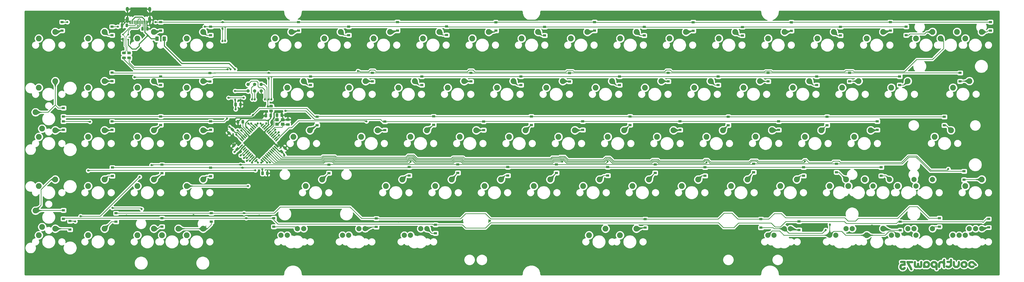
<source format=gbl>
G04 #@! TF.GenerationSoftware,KiCad,Pcbnew,(5.1.4)-1*
G04 #@! TF.CreationDate,2020-09-26T23:04:53-04:00*
G04 #@! TF.ProjectId,southpawpcbv2,736f7574-6870-4617-9770-636276322e6b,rev?*
G04 #@! TF.SameCoordinates,Original*
G04 #@! TF.FileFunction,Copper,L2,Bot*
G04 #@! TF.FilePolarity,Positive*
%FSLAX46Y46*%
G04 Gerber Fmt 4.6, Leading zero omitted, Abs format (unit mm)*
G04 Created by KiCad (PCBNEW (5.1.4)-1) date 2020-09-26 23:04:53*
%MOMM*%
%LPD*%
G04 APERTURE LIST*
G04 #@! TA.AperFunction,EtchedComponent*
%ADD10C,0.010000*%
G04 #@! TD*
G04 #@! TA.AperFunction,SMDPad,CuDef*
%ADD11R,1.200000X0.900000*%
G04 #@! TD*
G04 #@! TA.AperFunction,ComponentPad*
%ADD12C,2.000000*%
G04 #@! TD*
G04 #@! TA.AperFunction,ComponentPad*
%ADD13C,2.250000*%
G04 #@! TD*
G04 #@! TA.AperFunction,SMDPad,CuDef*
%ADD14R,1.400000X1.200000*%
G04 #@! TD*
G04 #@! TA.AperFunction,SMDPad,CuDef*
%ADD15R,0.600000X1.450000*%
G04 #@! TD*
G04 #@! TA.AperFunction,SMDPad,CuDef*
%ADD16R,0.300000X1.450000*%
G04 #@! TD*
G04 #@! TA.AperFunction,ComponentPad*
%ADD17O,1.200000X2.400000*%
G04 #@! TD*
G04 #@! TA.AperFunction,ComponentPad*
%ADD18O,1.200000X1.800000*%
G04 #@! TD*
G04 #@! TA.AperFunction,Conductor*
%ADD19C,0.100000*%
G04 #@! TD*
G04 #@! TA.AperFunction,SMDPad,CuDef*
%ADD20C,0.975000*%
G04 #@! TD*
G04 #@! TA.AperFunction,ComponentPad*
%ADD21C,1.308000*%
G04 #@! TD*
G04 #@! TA.AperFunction,SMDPad,CuDef*
%ADD22C,1.250000*%
G04 #@! TD*
G04 #@! TA.AperFunction,SMDPad,CuDef*
%ADD23R,0.700000X1.000000*%
G04 #@! TD*
G04 #@! TA.AperFunction,SMDPad,CuDef*
%ADD24R,0.700000X0.600000*%
G04 #@! TD*
G04 #@! TA.AperFunction,SMDPad,CuDef*
%ADD25C,0.550000*%
G04 #@! TD*
G04 #@! TA.AperFunction,ViaPad*
%ADD26C,0.800000*%
G04 #@! TD*
G04 #@! TA.AperFunction,Conductor*
%ADD27C,0.254000*%
G04 #@! TD*
G04 #@! TA.AperFunction,Conductor*
%ADD28C,0.381000*%
G04 #@! TD*
G04 #@! TA.AperFunction,Conductor*
%ADD29C,0.200000*%
G04 #@! TD*
G04 #@! TA.AperFunction,Conductor*
%ADD30C,0.025400*%
G04 #@! TD*
G04 APERTURE END LIST*
D10*
G04 #@! TO.C,G\002A\002A\002A*
G36*
X301334124Y-1268912D02*
G01*
X301266390Y-1425054D01*
X301288930Y-1592593D01*
X301295792Y-1612957D01*
X301351304Y-1739753D01*
X301456150Y-1950485D01*
X301600029Y-2226573D01*
X301772640Y-2549437D01*
X301963681Y-2900495D01*
X302162853Y-3261167D01*
X302359853Y-3612872D01*
X302544381Y-3937030D01*
X302706136Y-4215059D01*
X302834818Y-4428378D01*
X302920124Y-4558408D01*
X302945054Y-4587875D01*
X303134692Y-4661921D01*
X303349197Y-4625796D01*
X303452371Y-4568399D01*
X303571323Y-4414600D01*
X303592979Y-4298524D01*
X303563344Y-4190858D01*
X303481009Y-3992335D01*
X303355321Y-3722912D01*
X303195624Y-3402543D01*
X303011265Y-3051185D01*
X302992446Y-3016250D01*
X302392434Y-1905000D01*
X303061801Y-1873250D01*
X303370980Y-1855375D01*
X303578247Y-1833293D01*
X303708686Y-1801885D01*
X303787381Y-1756028D01*
X303821084Y-1718238D01*
X303903889Y-1532748D01*
X303868137Y-1346037D01*
X303812150Y-1252379D01*
X303771991Y-1202066D01*
X303719971Y-1165394D01*
X303637214Y-1140208D01*
X303504846Y-1124355D01*
X303303990Y-1115680D01*
X303015771Y-1112031D01*
X302621314Y-1111252D01*
X302575364Y-1111250D01*
X301437428Y-1111250D01*
X301334124Y-1268912D01*
X301334124Y-1268912D01*
G37*
X301334124Y-1268912D02*
X301266390Y-1425054D01*
X301288930Y-1592593D01*
X301295792Y-1612957D01*
X301351304Y-1739753D01*
X301456150Y-1950485D01*
X301600029Y-2226573D01*
X301772640Y-2549437D01*
X301963681Y-2900495D01*
X302162853Y-3261167D01*
X302359853Y-3612872D01*
X302544381Y-3937030D01*
X302706136Y-4215059D01*
X302834818Y-4428378D01*
X302920124Y-4558408D01*
X302945054Y-4587875D01*
X303134692Y-4661921D01*
X303349197Y-4625796D01*
X303452371Y-4568399D01*
X303571323Y-4414600D01*
X303592979Y-4298524D01*
X303563344Y-4190858D01*
X303481009Y-3992335D01*
X303355321Y-3722912D01*
X303195624Y-3402543D01*
X303011265Y-3051185D01*
X302992446Y-3016250D01*
X302392434Y-1905000D01*
X303061801Y-1873250D01*
X303370980Y-1855375D01*
X303578247Y-1833293D01*
X303708686Y-1801885D01*
X303787381Y-1756028D01*
X303821084Y-1718238D01*
X303903889Y-1532748D01*
X303868137Y-1346037D01*
X303812150Y-1252379D01*
X303771991Y-1202066D01*
X303719971Y-1165394D01*
X303637214Y-1140208D01*
X303504846Y-1124355D01*
X303303990Y-1115680D01*
X303015771Y-1112031D01*
X302621314Y-1111252D01*
X302575364Y-1111250D01*
X301437428Y-1111250D01*
X301334124Y-1268912D01*
G36*
X311611990Y-1142508D02*
G01*
X311435357Y-1179969D01*
X311292608Y-1250157D01*
X311170536Y-1340393D01*
X310854128Y-1656937D01*
X310662156Y-1996967D01*
X310610001Y-2192228D01*
X310601579Y-2602332D01*
X310708217Y-2991979D01*
X310919078Y-3335425D01*
X311198549Y-3590343D01*
X311327100Y-3667775D01*
X311459716Y-3714662D01*
X311633436Y-3738342D01*
X311885300Y-3746153D01*
X311986723Y-3746500D01*
X312547000Y-3746500D01*
X312547000Y-4052299D01*
X312564539Y-4325322D01*
X312626181Y-4494966D01*
X312745470Y-4581120D01*
X312922459Y-4603750D01*
X313100596Y-4581534D01*
X313227641Y-4526742D01*
X313241545Y-4513266D01*
X313269779Y-4432677D01*
X313288929Y-4263660D01*
X313299407Y-3996367D01*
X313301622Y-3620947D01*
X313296945Y-3185797D01*
X313285147Y-2444750D01*
X312512364Y-2444750D01*
X312491219Y-2648476D01*
X312410199Y-2792316D01*
X312335641Y-2864239D01*
X312103736Y-2994117D01*
X311861063Y-3011927D01*
X311638049Y-2918296D01*
X311559718Y-2848227D01*
X311445865Y-2652653D01*
X311403927Y-2420477D01*
X311439296Y-2204388D01*
X311485395Y-2121747D01*
X311688285Y-1948619D01*
X311929368Y-1882097D01*
X312175967Y-1925889D01*
X312335641Y-2025260D01*
X312458226Y-2162707D01*
X312507216Y-2327476D01*
X312512364Y-2444750D01*
X313285147Y-2444750D01*
X313277250Y-1948812D01*
X313077326Y-1673042D01*
X312814955Y-1385980D01*
X312513002Y-1207261D01*
X312149963Y-1127103D01*
X311869036Y-1123313D01*
X311611990Y-1142508D01*
X311611990Y-1142508D01*
G37*
X311611990Y-1142508D02*
X311435357Y-1179969D01*
X311292608Y-1250157D01*
X311170536Y-1340393D01*
X310854128Y-1656937D01*
X310662156Y-1996967D01*
X310610001Y-2192228D01*
X310601579Y-2602332D01*
X310708217Y-2991979D01*
X310919078Y-3335425D01*
X311198549Y-3590343D01*
X311327100Y-3667775D01*
X311459716Y-3714662D01*
X311633436Y-3738342D01*
X311885300Y-3746153D01*
X311986723Y-3746500D01*
X312547000Y-3746500D01*
X312547000Y-4052299D01*
X312564539Y-4325322D01*
X312626181Y-4494966D01*
X312745470Y-4581120D01*
X312922459Y-4603750D01*
X313100596Y-4581534D01*
X313227641Y-4526742D01*
X313241545Y-4513266D01*
X313269779Y-4432677D01*
X313288929Y-4263660D01*
X313299407Y-3996367D01*
X313301622Y-3620947D01*
X313296945Y-3185797D01*
X313285147Y-2444750D01*
X312512364Y-2444750D01*
X312491219Y-2648476D01*
X312410199Y-2792316D01*
X312335641Y-2864239D01*
X312103736Y-2994117D01*
X311861063Y-3011927D01*
X311638049Y-2918296D01*
X311559718Y-2848227D01*
X311445865Y-2652653D01*
X311403927Y-2420477D01*
X311439296Y-2204388D01*
X311485395Y-2121747D01*
X311688285Y-1948619D01*
X311929368Y-1882097D01*
X312175967Y-1925889D01*
X312335641Y-2025260D01*
X312458226Y-2162707D01*
X312507216Y-2327476D01*
X312512364Y-2444750D01*
X313285147Y-2444750D01*
X313277250Y-1948812D01*
X313077326Y-1673042D01*
X312814955Y-1385980D01*
X312513002Y-1207261D01*
X312149963Y-1127103D01*
X311869036Y-1123313D01*
X311611990Y-1142508D01*
G36*
X299899467Y-1047750D02*
G01*
X299546503Y-1049660D01*
X299298298Y-1057175D01*
X299132646Y-1072973D01*
X299027338Y-1099729D01*
X298960169Y-1140121D01*
X298936092Y-1163875D01*
X298844815Y-1344633D01*
X298849936Y-1543206D01*
X298947126Y-1704658D01*
X299037533Y-1758199D01*
X299182009Y-1790871D01*
X299406895Y-1806636D01*
X299645626Y-1809749D01*
X299919247Y-1810955D01*
X300090079Y-1818971D01*
X300182332Y-1840397D01*
X300220217Y-1881834D01*
X300227943Y-1949879D01*
X300228000Y-1968500D01*
X300220455Y-2054840D01*
X300178406Y-2102373D01*
X300072733Y-2122646D01*
X299874316Y-2127206D01*
X299827683Y-2127250D01*
X299569125Y-2139097D01*
X299374638Y-2185560D01*
X299182609Y-2283022D01*
X299138334Y-2310548D01*
X298859895Y-2555513D01*
X298675505Y-2861160D01*
X298585165Y-3202828D01*
X298588874Y-3555855D01*
X298686632Y-3895578D01*
X298878440Y-4197335D01*
X299138334Y-4420451D01*
X299342272Y-4532434D01*
X299535132Y-4586836D01*
X299781845Y-4601059D01*
X299811808Y-4600943D01*
X300184738Y-4561987D01*
X300426689Y-4476369D01*
X300646192Y-4327129D01*
X300831837Y-4141362D01*
X300955216Y-3952208D01*
X300990000Y-3819257D01*
X300942577Y-3597821D01*
X300816632Y-3456596D01*
X300636651Y-3401506D01*
X300427119Y-3438477D01*
X300212524Y-3573435D01*
X300164500Y-3619500D01*
X299983291Y-3778591D01*
X299831875Y-3832066D01*
X299677609Y-3784902D01*
X299569814Y-3710141D01*
X299436065Y-3550112D01*
X299402500Y-3365499D01*
X299437705Y-3163266D01*
X299551508Y-3021812D01*
X299756188Y-2934305D01*
X300064026Y-2893913D01*
X300258472Y-2889249D01*
X300541981Y-2884288D01*
X300740813Y-2856663D01*
X300869973Y-2787261D01*
X300944466Y-2656971D01*
X300979296Y-2446679D01*
X300989469Y-2137274D01*
X300990000Y-1957466D01*
X300988636Y-1627667D01*
X300972762Y-1389047D01*
X300924708Y-1226864D01*
X300826803Y-1126378D01*
X300661375Y-1072849D01*
X300410755Y-1051534D01*
X300057270Y-1047693D01*
X299899467Y-1047750D01*
X299899467Y-1047750D01*
G37*
X299899467Y-1047750D02*
X299546503Y-1049660D01*
X299298298Y-1057175D01*
X299132646Y-1072973D01*
X299027338Y-1099729D01*
X298960169Y-1140121D01*
X298936092Y-1163875D01*
X298844815Y-1344633D01*
X298849936Y-1543206D01*
X298947126Y-1704658D01*
X299037533Y-1758199D01*
X299182009Y-1790871D01*
X299406895Y-1806636D01*
X299645626Y-1809749D01*
X299919247Y-1810955D01*
X300090079Y-1818971D01*
X300182332Y-1840397D01*
X300220217Y-1881834D01*
X300227943Y-1949879D01*
X300228000Y-1968500D01*
X300220455Y-2054840D01*
X300178406Y-2102373D01*
X300072733Y-2122646D01*
X299874316Y-2127206D01*
X299827683Y-2127250D01*
X299569125Y-2139097D01*
X299374638Y-2185560D01*
X299182609Y-2283022D01*
X299138334Y-2310548D01*
X298859895Y-2555513D01*
X298675505Y-2861160D01*
X298585165Y-3202828D01*
X298588874Y-3555855D01*
X298686632Y-3895578D01*
X298878440Y-4197335D01*
X299138334Y-4420451D01*
X299342272Y-4532434D01*
X299535132Y-4586836D01*
X299781845Y-4601059D01*
X299811808Y-4600943D01*
X300184738Y-4561987D01*
X300426689Y-4476369D01*
X300646192Y-4327129D01*
X300831837Y-4141362D01*
X300955216Y-3952208D01*
X300990000Y-3819257D01*
X300942577Y-3597821D01*
X300816632Y-3456596D01*
X300636651Y-3401506D01*
X300427119Y-3438477D01*
X300212524Y-3573435D01*
X300164500Y-3619500D01*
X299983291Y-3778591D01*
X299831875Y-3832066D01*
X299677609Y-3784902D01*
X299569814Y-3710141D01*
X299436065Y-3550112D01*
X299402500Y-3365499D01*
X299437705Y-3163266D01*
X299551508Y-3021812D01*
X299756188Y-2934305D01*
X300064026Y-2893913D01*
X300258472Y-2889249D01*
X300541981Y-2884288D01*
X300740813Y-2856663D01*
X300869973Y-2787261D01*
X300944466Y-2656971D01*
X300979296Y-2446679D01*
X300989469Y-2137274D01*
X300990000Y-1957466D01*
X300988636Y-1627667D01*
X300972762Y-1389047D01*
X300924708Y-1226864D01*
X300826803Y-1126378D01*
X300661375Y-1072849D01*
X300410755Y-1051534D01*
X300057270Y-1047693D01*
X299899467Y-1047750D01*
G36*
X326217355Y-1136224D02*
G01*
X325941745Y-1210519D01*
X325895346Y-1232070D01*
X325570316Y-1461873D01*
X325338220Y-1755892D01*
X325199110Y-2092554D01*
X325153040Y-2450287D01*
X325200064Y-2807520D01*
X325340235Y-3142680D01*
X325573607Y-3434195D01*
X325889334Y-3654991D01*
X326194532Y-3753525D01*
X326548583Y-3781167D01*
X326898769Y-3738798D01*
X327181852Y-3633375D01*
X327361274Y-3505835D01*
X327502245Y-3361271D01*
X327529798Y-3319829D01*
X327587346Y-3193356D01*
X327574268Y-3094268D01*
X327493576Y-2971535D01*
X327317840Y-2813132D01*
X327121408Y-2779923D01*
X326907611Y-2872393D01*
X326891926Y-2883700D01*
X326643526Y-3001963D01*
X326397305Y-2995157D01*
X326166819Y-2864228D01*
X326131116Y-2830634D01*
X325976773Y-2608342D01*
X325948889Y-2381147D01*
X326047464Y-2155854D01*
X326131116Y-2058865D01*
X326284336Y-1928206D01*
X326429576Y-1866159D01*
X326584353Y-1878472D01*
X326766186Y-1970891D01*
X326992594Y-2149163D01*
X327281093Y-2419035D01*
X327307375Y-2444750D01*
X327561891Y-2689382D01*
X327749062Y-2854887D01*
X327887943Y-2955216D01*
X327997593Y-3004321D01*
X328088036Y-3016250D01*
X328306722Y-2966651D01*
X328444384Y-2828044D01*
X328485500Y-2645335D01*
X328463016Y-2547619D01*
X328387278Y-2421773D01*
X328245861Y-2251911D01*
X328026339Y-2022145D01*
X327898125Y-1894346D01*
X327657905Y-1664844D01*
X327430520Y-1461065D01*
X327240682Y-1304305D01*
X327113102Y-1215864D01*
X327107529Y-1212975D01*
X326854442Y-1136598D01*
X326539652Y-1111298D01*
X326217355Y-1136224D01*
X326217355Y-1136224D01*
G37*
X326217355Y-1136224D02*
X325941745Y-1210519D01*
X325895346Y-1232070D01*
X325570316Y-1461873D01*
X325338220Y-1755892D01*
X325199110Y-2092554D01*
X325153040Y-2450287D01*
X325200064Y-2807520D01*
X325340235Y-3142680D01*
X325573607Y-3434195D01*
X325889334Y-3654991D01*
X326194532Y-3753525D01*
X326548583Y-3781167D01*
X326898769Y-3738798D01*
X327181852Y-3633375D01*
X327361274Y-3505835D01*
X327502245Y-3361271D01*
X327529798Y-3319829D01*
X327587346Y-3193356D01*
X327574268Y-3094268D01*
X327493576Y-2971535D01*
X327317840Y-2813132D01*
X327121408Y-2779923D01*
X326907611Y-2872393D01*
X326891926Y-2883700D01*
X326643526Y-3001963D01*
X326397305Y-2995157D01*
X326166819Y-2864228D01*
X326131116Y-2830634D01*
X325976773Y-2608342D01*
X325948889Y-2381147D01*
X326047464Y-2155854D01*
X326131116Y-2058865D01*
X326284336Y-1928206D01*
X326429576Y-1866159D01*
X326584353Y-1878472D01*
X326766186Y-1970891D01*
X326992594Y-2149163D01*
X327281093Y-2419035D01*
X327307375Y-2444750D01*
X327561891Y-2689382D01*
X327749062Y-2854887D01*
X327887943Y-2955216D01*
X327997593Y-3004321D01*
X328088036Y-3016250D01*
X328306722Y-2966651D01*
X328444384Y-2828044D01*
X328485500Y-2645335D01*
X328463016Y-2547619D01*
X328387278Y-2421773D01*
X328245861Y-2251911D01*
X328026339Y-2022145D01*
X327898125Y-1894346D01*
X327657905Y-1664844D01*
X327430520Y-1461065D01*
X327240682Y-1304305D01*
X327113102Y-1215864D01*
X327107529Y-1212975D01*
X326854442Y-1136598D01*
X326539652Y-1111298D01*
X326217355Y-1136224D01*
G36*
X323143219Y-1167175D02*
G01*
X322839668Y-1286826D01*
X322762237Y-1335421D01*
X322468247Y-1606823D01*
X322286055Y-1932255D01*
X322211412Y-2320871D01*
X322211914Y-2521388D01*
X322287727Y-2943364D01*
X322460895Y-3287402D01*
X322723237Y-3545738D01*
X323066568Y-3710603D01*
X323482708Y-3774234D01*
X323532500Y-3774719D01*
X323782433Y-3760900D01*
X324008963Y-3726538D01*
X324135750Y-3689319D01*
X324310720Y-3585478D01*
X324487416Y-3442215D01*
X324506772Y-3423250D01*
X324750633Y-3096327D01*
X324883266Y-2736076D01*
X324903087Y-2441735D01*
X324104000Y-2441735D01*
X324050971Y-2694508D01*
X323910689Y-2881595D01*
X323711360Y-2990203D01*
X323481192Y-3007540D01*
X323248394Y-2920815D01*
X323172360Y-2864239D01*
X323049775Y-2726792D01*
X323000785Y-2562023D01*
X322995637Y-2444750D01*
X323047218Y-2187107D01*
X323184445Y-2001202D01*
X323381039Y-1898752D01*
X323610726Y-1891474D01*
X323847228Y-1991084D01*
X323908628Y-2037644D01*
X324047581Y-2186851D01*
X324100133Y-2353627D01*
X324104000Y-2441735D01*
X324903087Y-2441735D01*
X324908376Y-2363202D01*
X324829667Y-1998411D01*
X324650844Y-1662406D01*
X324375611Y-1375892D01*
X324110226Y-1206988D01*
X323825814Y-1122747D01*
X323487706Y-1110979D01*
X323143219Y-1167175D01*
X323143219Y-1167175D01*
G37*
X323143219Y-1167175D02*
X322839668Y-1286826D01*
X322762237Y-1335421D01*
X322468247Y-1606823D01*
X322286055Y-1932255D01*
X322211412Y-2320871D01*
X322211914Y-2521388D01*
X322287727Y-2943364D01*
X322460895Y-3287402D01*
X322723237Y-3545738D01*
X323066568Y-3710603D01*
X323482708Y-3774234D01*
X323532500Y-3774719D01*
X323782433Y-3760900D01*
X324008963Y-3726538D01*
X324135750Y-3689319D01*
X324310720Y-3585478D01*
X324487416Y-3442215D01*
X324506772Y-3423250D01*
X324750633Y-3096327D01*
X324883266Y-2736076D01*
X324903087Y-2441735D01*
X324104000Y-2441735D01*
X324050971Y-2694508D01*
X323910689Y-2881595D01*
X323711360Y-2990203D01*
X323481192Y-3007540D01*
X323248394Y-2920815D01*
X323172360Y-2864239D01*
X323049775Y-2726792D01*
X323000785Y-2562023D01*
X322995637Y-2444750D01*
X323047218Y-2187107D01*
X323184445Y-2001202D01*
X323381039Y-1898752D01*
X323610726Y-1891474D01*
X323847228Y-1991084D01*
X323908628Y-2037644D01*
X324047581Y-2186851D01*
X324100133Y-2353627D01*
X324104000Y-2441735D01*
X324903087Y-2441735D01*
X324908376Y-2363202D01*
X324829667Y-1998411D01*
X324650844Y-1662406D01*
X324375611Y-1375892D01*
X324110226Y-1206988D01*
X323825814Y-1122747D01*
X323487706Y-1110979D01*
X323143219Y-1167175D01*
G36*
X321328765Y-1143222D02*
G01*
X321261176Y-1190625D01*
X321232091Y-1284275D01*
X321204476Y-1474349D01*
X321182017Y-1730289D01*
X321171164Y-1936750D01*
X321148988Y-2303618D01*
X321110081Y-2566071D01*
X321046673Y-2746374D01*
X320950998Y-2866795D01*
X320818310Y-2948231D01*
X320555492Y-3012375D01*
X320314963Y-2952085D01*
X320186539Y-2863103D01*
X320109148Y-2790440D01*
X320056777Y-2713003D01*
X320023012Y-2604123D01*
X320001443Y-2437128D01*
X319985656Y-2185346D01*
X319976623Y-1989978D01*
X319959519Y-1694743D01*
X319937436Y-1443154D01*
X319913405Y-1264287D01*
X319893378Y-1190624D01*
X319789041Y-1129720D01*
X319621382Y-1114076D01*
X319444987Y-1141770D01*
X319314445Y-1210877D01*
X319314286Y-1211035D01*
X319269396Y-1282120D01*
X319239655Y-1403444D01*
X319222462Y-1597103D01*
X319215213Y-1885197D01*
X319214500Y-2058298D01*
X319217279Y-2392007D01*
X319228591Y-2629819D01*
X319252900Y-2802772D01*
X319294670Y-2941903D01*
X319358365Y-3078250D01*
X319362251Y-3085637D01*
X319509520Y-3297057D01*
X319704339Y-3496372D01*
X319779002Y-3554968D01*
X319950227Y-3661301D01*
X320118120Y-3722880D01*
X320332757Y-3754160D01*
X320504377Y-3764381D01*
X320814485Y-3764324D01*
X321034090Y-3729365D01*
X321151250Y-3682022D01*
X321487750Y-3439585D01*
X321747657Y-3126302D01*
X321824613Y-2984500D01*
X321886046Y-2785811D01*
X321928056Y-2517825D01*
X321950568Y-2211834D01*
X321953506Y-1899129D01*
X321936795Y-1611002D01*
X321900360Y-1378746D01*
X321844125Y-1233651D01*
X321828875Y-1216341D01*
X321679090Y-1139130D01*
X321493566Y-1113905D01*
X321328765Y-1143222D01*
X321328765Y-1143222D01*
G37*
X321328765Y-1143222D02*
X321261176Y-1190625D01*
X321232091Y-1284275D01*
X321204476Y-1474349D01*
X321182017Y-1730289D01*
X321171164Y-1936750D01*
X321148988Y-2303618D01*
X321110081Y-2566071D01*
X321046673Y-2746374D01*
X320950998Y-2866795D01*
X320818310Y-2948231D01*
X320555492Y-3012375D01*
X320314963Y-2952085D01*
X320186539Y-2863103D01*
X320109148Y-2790440D01*
X320056777Y-2713003D01*
X320023012Y-2604123D01*
X320001443Y-2437128D01*
X319985656Y-2185346D01*
X319976623Y-1989978D01*
X319959519Y-1694743D01*
X319937436Y-1443154D01*
X319913405Y-1264287D01*
X319893378Y-1190624D01*
X319789041Y-1129720D01*
X319621382Y-1114076D01*
X319444987Y-1141770D01*
X319314445Y-1210877D01*
X319314286Y-1211035D01*
X319269396Y-1282120D01*
X319239655Y-1403444D01*
X319222462Y-1597103D01*
X319215213Y-1885197D01*
X319214500Y-2058298D01*
X319217279Y-2392007D01*
X319228591Y-2629819D01*
X319252900Y-2802772D01*
X319294670Y-2941903D01*
X319358365Y-3078250D01*
X319362251Y-3085637D01*
X319509520Y-3297057D01*
X319704339Y-3496372D01*
X319779002Y-3554968D01*
X319950227Y-3661301D01*
X320118120Y-3722880D01*
X320332757Y-3754160D01*
X320504377Y-3764381D01*
X320814485Y-3764324D01*
X321034090Y-3729365D01*
X321151250Y-3682022D01*
X321487750Y-3439585D01*
X321747657Y-3126302D01*
X321824613Y-2984500D01*
X321886046Y-2785811D01*
X321928056Y-2517825D01*
X321950568Y-2211834D01*
X321953506Y-1899129D01*
X321936795Y-1611002D01*
X321900360Y-1378746D01*
X321844125Y-1233651D01*
X321828875Y-1216341D01*
X321679090Y-1139130D01*
X321493566Y-1113905D01*
X321328765Y-1143222D01*
G36*
X318344231Y-303195D02*
G01*
X318214269Y-358996D01*
X318211201Y-361949D01*
X318165907Y-467334D01*
X318138613Y-646790D01*
X318135000Y-742949D01*
X318135000Y-1047750D01*
X317573342Y-1047750D01*
X317239867Y-1059778D01*
X317013869Y-1101880D01*
X316877585Y-1183078D01*
X316813247Y-1312396D01*
X316801500Y-1439783D01*
X316828340Y-1599314D01*
X316919918Y-1708179D01*
X317092818Y-1774129D01*
X317363629Y-1804917D01*
X317593069Y-1809750D01*
X318152388Y-1809750D01*
X318118144Y-2236353D01*
X318092112Y-2477342D01*
X318050799Y-2634069D01*
X317977776Y-2749267D01*
X317886199Y-2839603D01*
X317676058Y-2977223D01*
X317459974Y-3004734D01*
X317211138Y-2923380D01*
X317121130Y-2875084D01*
X316878349Y-2784223D01*
X316669804Y-2800433D01*
X316514772Y-2919253D01*
X316458729Y-3028335D01*
X316444394Y-3230583D01*
X316535724Y-3411660D01*
X316712169Y-3564478D01*
X316953176Y-3681947D01*
X317238194Y-3756978D01*
X317546672Y-3782481D01*
X317858058Y-3751368D01*
X318151801Y-3656548D01*
X318204388Y-3630499D01*
X318415386Y-3483503D01*
X318614889Y-3288654D01*
X318674750Y-3212506D01*
X318865250Y-2942262D01*
X318884945Y-1704489D01*
X318889767Y-1223937D01*
X318886701Y-860314D01*
X318875337Y-603772D01*
X318855263Y-444461D01*
X318829545Y-376233D01*
X318710766Y-313174D01*
X318529362Y-288374D01*
X318344231Y-303195D01*
X318344231Y-303195D01*
G37*
X318344231Y-303195D02*
X318214269Y-358996D01*
X318211201Y-361949D01*
X318165907Y-467334D01*
X318138613Y-646790D01*
X318135000Y-742949D01*
X318135000Y-1047750D01*
X317573342Y-1047750D01*
X317239867Y-1059778D01*
X317013869Y-1101880D01*
X316877585Y-1183078D01*
X316813247Y-1312396D01*
X316801500Y-1439783D01*
X316828340Y-1599314D01*
X316919918Y-1708179D01*
X317092818Y-1774129D01*
X317363629Y-1804917D01*
X317593069Y-1809750D01*
X318152388Y-1809750D01*
X318118144Y-2236353D01*
X318092112Y-2477342D01*
X318050799Y-2634069D01*
X317977776Y-2749267D01*
X317886199Y-2839603D01*
X317676058Y-2977223D01*
X317459974Y-3004734D01*
X317211138Y-2923380D01*
X317121130Y-2875084D01*
X316878349Y-2784223D01*
X316669804Y-2800433D01*
X316514772Y-2919253D01*
X316458729Y-3028335D01*
X316444394Y-3230583D01*
X316535724Y-3411660D01*
X316712169Y-3564478D01*
X316953176Y-3681947D01*
X317238194Y-3756978D01*
X317546672Y-3782481D01*
X317858058Y-3751368D01*
X318151801Y-3656548D01*
X318204388Y-3630499D01*
X318415386Y-3483503D01*
X318614889Y-3288654D01*
X318674750Y-3212506D01*
X318865250Y-2942262D01*
X318884945Y-1704489D01*
X318889767Y-1223937D01*
X318886701Y-860314D01*
X318875337Y-603772D01*
X318855263Y-444461D01*
X318829545Y-376233D01*
X318710766Y-313174D01*
X318529362Y-288374D01*
X318344231Y-303195D01*
G36*
X315645076Y-347457D02*
G01*
X315573092Y-401875D01*
X315494438Y-571544D01*
X315468000Y-832575D01*
X315468000Y-1147151D01*
X315029299Y-1122362D01*
X314652573Y-1123643D01*
X314358754Y-1184236D01*
X314112786Y-1316400D01*
X313890420Y-1520593D01*
X313726420Y-1724089D01*
X313613833Y-1936643D01*
X313544191Y-2187961D01*
X313509030Y-2507746D01*
X313499855Y-2890995D01*
X313509806Y-3251537D01*
X313545447Y-3503410D01*
X313614718Y-3663702D01*
X313725562Y-3749498D01*
X313885921Y-3777884D01*
X313912250Y-3778250D01*
X314076696Y-3757961D01*
X314192444Y-3685668D01*
X314267162Y-3544227D01*
X314308514Y-3316497D01*
X314324167Y-2985333D01*
X314325000Y-2855251D01*
X314326728Y-2562542D01*
X314336241Y-2367229D01*
X314360038Y-2239713D01*
X314404614Y-2150396D01*
X314476467Y-2069680D01*
X314503100Y-2043880D01*
X314729107Y-1901723D01*
X314970111Y-1882555D01*
X315207845Y-1986800D01*
X315257962Y-2026396D01*
X315334496Y-2098030D01*
X315386558Y-2174143D01*
X315420314Y-2280928D01*
X315441934Y-2444578D01*
X315457584Y-2691289D01*
X315467878Y-2917851D01*
X315486125Y-3262612D01*
X315512480Y-3500262D01*
X315556808Y-3650678D01*
X315628973Y-3733736D01*
X315738839Y-3769313D01*
X315894391Y-3777277D01*
X316083819Y-3737728D01*
X316164266Y-3655424D01*
X316186969Y-3550565D01*
X316205056Y-3343757D01*
X316218594Y-3056324D01*
X316227652Y-2709590D01*
X316232297Y-2324879D01*
X316232596Y-1923516D01*
X316228618Y-1526824D01*
X316220430Y-1156128D01*
X316208101Y-832753D01*
X316191697Y-578022D01*
X316171287Y-413259D01*
X316153800Y-361949D01*
X316012238Y-296837D01*
X315822514Y-293391D01*
X315645076Y-347457D01*
X315645076Y-347457D01*
G37*
X315645076Y-347457D02*
X315573092Y-401875D01*
X315494438Y-571544D01*
X315468000Y-832575D01*
X315468000Y-1147151D01*
X315029299Y-1122362D01*
X314652573Y-1123643D01*
X314358754Y-1184236D01*
X314112786Y-1316400D01*
X313890420Y-1520593D01*
X313726420Y-1724089D01*
X313613833Y-1936643D01*
X313544191Y-2187961D01*
X313509030Y-2507746D01*
X313499855Y-2890995D01*
X313509806Y-3251537D01*
X313545447Y-3503410D01*
X313614718Y-3663702D01*
X313725562Y-3749498D01*
X313885921Y-3777884D01*
X313912250Y-3778250D01*
X314076696Y-3757961D01*
X314192444Y-3685668D01*
X314267162Y-3544227D01*
X314308514Y-3316497D01*
X314324167Y-2985333D01*
X314325000Y-2855251D01*
X314326728Y-2562542D01*
X314336241Y-2367229D01*
X314360038Y-2239713D01*
X314404614Y-2150396D01*
X314476467Y-2069680D01*
X314503100Y-2043880D01*
X314729107Y-1901723D01*
X314970111Y-1882555D01*
X315207845Y-1986800D01*
X315257962Y-2026396D01*
X315334496Y-2098030D01*
X315386558Y-2174143D01*
X315420314Y-2280928D01*
X315441934Y-2444578D01*
X315457584Y-2691289D01*
X315467878Y-2917851D01*
X315486125Y-3262612D01*
X315512480Y-3500262D01*
X315556808Y-3650678D01*
X315628973Y-3733736D01*
X315738839Y-3769313D01*
X315894391Y-3777277D01*
X316083819Y-3737728D01*
X316164266Y-3655424D01*
X316186969Y-3550565D01*
X316205056Y-3343757D01*
X316218594Y-3056324D01*
X316227652Y-2709590D01*
X316232297Y-2324879D01*
X316232596Y-1923516D01*
X316228618Y-1526824D01*
X316220430Y-1156128D01*
X316208101Y-832753D01*
X316191697Y-578022D01*
X316171287Y-413259D01*
X316153800Y-361949D01*
X316012238Y-296837D01*
X315822514Y-293391D01*
X315645076Y-347457D01*
G36*
X308784031Y-1120490D02*
G01*
X308603192Y-1159663D01*
X308430192Y-1245944D01*
X308319975Y-1317625D01*
X308102948Y-1485683D01*
X307946689Y-1666489D01*
X307841063Y-1885111D01*
X307775934Y-2166613D01*
X307741166Y-2536065D01*
X307731684Y-2772598D01*
X307725693Y-3152775D01*
X307737127Y-3424206D01*
X307772510Y-3604679D01*
X307838363Y-3711977D01*
X307941210Y-3763888D01*
X308087573Y-3778196D01*
X308100487Y-3778250D01*
X308268377Y-3763946D01*
X308375013Y-3728453D01*
X308386251Y-3717176D01*
X308474558Y-3688752D01*
X308584632Y-3717176D01*
X308806883Y-3764002D01*
X309090833Y-3774656D01*
X309380352Y-3751374D01*
X309619313Y-3696392D01*
X309673228Y-3673815D01*
X309973540Y-3462137D01*
X310218149Y-3166926D01*
X310384622Y-2823643D01*
X310450524Y-2467746D01*
X310450587Y-2462331D01*
X309625982Y-2462331D01*
X309574151Y-2670414D01*
X309454722Y-2847914D01*
X309284758Y-2973267D01*
X309081324Y-3024913D01*
X308861484Y-2981290D01*
X308759881Y-2923529D01*
X308590034Y-2737021D01*
X308513235Y-2502720D01*
X308542952Y-2263241D01*
X308547548Y-2251720D01*
X308695972Y-2028162D01*
X308899226Y-1900148D01*
X309128707Y-1874305D01*
X309355812Y-1957258D01*
X309458591Y-2040659D01*
X309593150Y-2245225D01*
X309625982Y-2462331D01*
X310450587Y-2462331D01*
X310450792Y-2444750D01*
X310396259Y-2108960D01*
X310248269Y-1775335D01*
X310030241Y-1480093D01*
X309765592Y-1259451D01*
X309643915Y-1196792D01*
X309469090Y-1150690D01*
X309227456Y-1119633D01*
X309031966Y-1111250D01*
X308784031Y-1120490D01*
X308784031Y-1120490D01*
G37*
X308784031Y-1120490D02*
X308603192Y-1159663D01*
X308430192Y-1245944D01*
X308319975Y-1317625D01*
X308102948Y-1485683D01*
X307946689Y-1666489D01*
X307841063Y-1885111D01*
X307775934Y-2166613D01*
X307741166Y-2536065D01*
X307731684Y-2772598D01*
X307725693Y-3152775D01*
X307737127Y-3424206D01*
X307772510Y-3604679D01*
X307838363Y-3711977D01*
X307941210Y-3763888D01*
X308087573Y-3778196D01*
X308100487Y-3778250D01*
X308268377Y-3763946D01*
X308375013Y-3728453D01*
X308386251Y-3717176D01*
X308474558Y-3688752D01*
X308584632Y-3717176D01*
X308806883Y-3764002D01*
X309090833Y-3774656D01*
X309380352Y-3751374D01*
X309619313Y-3696392D01*
X309673228Y-3673815D01*
X309973540Y-3462137D01*
X310218149Y-3166926D01*
X310384622Y-2823643D01*
X310450524Y-2467746D01*
X310450587Y-2462331D01*
X309625982Y-2462331D01*
X309574151Y-2670414D01*
X309454722Y-2847914D01*
X309284758Y-2973267D01*
X309081324Y-3024913D01*
X308861484Y-2981290D01*
X308759881Y-2923529D01*
X308590034Y-2737021D01*
X308513235Y-2502720D01*
X308542952Y-2263241D01*
X308547548Y-2251720D01*
X308695972Y-2028162D01*
X308899226Y-1900148D01*
X309128707Y-1874305D01*
X309355812Y-1957258D01*
X309458591Y-2040659D01*
X309593150Y-2245225D01*
X309625982Y-2462331D01*
X310450587Y-2462331D01*
X310450792Y-2444750D01*
X310396259Y-2108960D01*
X310248269Y-1775335D01*
X310030241Y-1480093D01*
X309765592Y-1259451D01*
X309643915Y-1196792D01*
X309469090Y-1150690D01*
X309227456Y-1119633D01*
X309031966Y-1111250D01*
X308784031Y-1120490D01*
G36*
X306872530Y-1118286D02*
G01*
X306729306Y-1176937D01*
X306717701Y-1187449D01*
X306679869Y-1291468D01*
X306654986Y-1516293D01*
X306642853Y-1864189D01*
X306641500Y-2068674D01*
X306636723Y-2446531D01*
X306618960Y-2713765D01*
X306583067Y-2886513D01*
X306523898Y-2980912D01*
X306436308Y-3013096D01*
X306342926Y-3005009D01*
X306284153Y-2974581D01*
X306244904Y-2893552D01*
X306218441Y-2736890D01*
X306198025Y-2479568D01*
X306197000Y-2462926D01*
X306174914Y-2213874D01*
X306144339Y-2012844D01*
X306110931Y-1894399D01*
X306101750Y-1880654D01*
X305921114Y-1784556D01*
X305712134Y-1787192D01*
X305557986Y-1863570D01*
X305476908Y-1945175D01*
X305425641Y-2051718D01*
X305394117Y-2216795D01*
X305372272Y-2474002D01*
X305371500Y-2485999D01*
X305350479Y-2742817D01*
X305323000Y-2898106D01*
X305281902Y-2977337D01*
X305225575Y-3005015D01*
X305111705Y-3010788D01*
X305030350Y-2967184D01*
X304976362Y-2858066D01*
X304944598Y-2667298D01*
X304929912Y-2378743D01*
X304927000Y-2068674D01*
X304923761Y-1700679D01*
X304909400Y-1440953D01*
X304876948Y-1270836D01*
X304819441Y-1171664D01*
X304729912Y-1124776D01*
X304601392Y-1111510D01*
X304569586Y-1111250D01*
X304420915Y-1121261D01*
X304313626Y-1162985D01*
X304241082Y-1253954D01*
X304196650Y-1411702D01*
X304173694Y-1653763D01*
X304165579Y-1997669D01*
X304165000Y-2180401D01*
X304171619Y-2609529D01*
X304195990Y-2934304D01*
X304244886Y-3176898D01*
X304325080Y-3359483D01*
X304443346Y-3504232D01*
X304606457Y-3633315D01*
X304609468Y-3635375D01*
X304818177Y-3727002D01*
X305081972Y-3775137D01*
X305351953Y-3777269D01*
X305579221Y-3730889D01*
X305660673Y-3689344D01*
X305775406Y-3632821D01*
X305878417Y-3667826D01*
X305909188Y-3689344D01*
X306082173Y-3756003D01*
X306325951Y-3779294D01*
X306592601Y-3760966D01*
X306834200Y-3702768D01*
X306943706Y-3651593D01*
X307112600Y-3533391D01*
X307235062Y-3401287D01*
X307318222Y-3233295D01*
X307369206Y-3007429D01*
X307395144Y-2701702D01*
X307403165Y-2294128D01*
X307403263Y-2234200D01*
X307398733Y-1902453D01*
X307386143Y-1609616D01*
X307367273Y-1382854D01*
X307343902Y-1249330D01*
X307337766Y-1234075D01*
X307231086Y-1150940D01*
X307057899Y-1110982D01*
X306872530Y-1118286D01*
X306872530Y-1118286D01*
G37*
X306872530Y-1118286D02*
X306729306Y-1176937D01*
X306717701Y-1187449D01*
X306679869Y-1291468D01*
X306654986Y-1516293D01*
X306642853Y-1864189D01*
X306641500Y-2068674D01*
X306636723Y-2446531D01*
X306618960Y-2713765D01*
X306583067Y-2886513D01*
X306523898Y-2980912D01*
X306436308Y-3013096D01*
X306342926Y-3005009D01*
X306284153Y-2974581D01*
X306244904Y-2893552D01*
X306218441Y-2736890D01*
X306198025Y-2479568D01*
X306197000Y-2462926D01*
X306174914Y-2213874D01*
X306144339Y-2012844D01*
X306110931Y-1894399D01*
X306101750Y-1880654D01*
X305921114Y-1784556D01*
X305712134Y-1787192D01*
X305557986Y-1863570D01*
X305476908Y-1945175D01*
X305425641Y-2051718D01*
X305394117Y-2216795D01*
X305372272Y-2474002D01*
X305371500Y-2485999D01*
X305350479Y-2742817D01*
X305323000Y-2898106D01*
X305281902Y-2977337D01*
X305225575Y-3005015D01*
X305111705Y-3010788D01*
X305030350Y-2967184D01*
X304976362Y-2858066D01*
X304944598Y-2667298D01*
X304929912Y-2378743D01*
X304927000Y-2068674D01*
X304923761Y-1700679D01*
X304909400Y-1440953D01*
X304876948Y-1270836D01*
X304819441Y-1171664D01*
X304729912Y-1124776D01*
X304601392Y-1111510D01*
X304569586Y-1111250D01*
X304420915Y-1121261D01*
X304313626Y-1162985D01*
X304241082Y-1253954D01*
X304196650Y-1411702D01*
X304173694Y-1653763D01*
X304165579Y-1997669D01*
X304165000Y-2180401D01*
X304171619Y-2609529D01*
X304195990Y-2934304D01*
X304244886Y-3176898D01*
X304325080Y-3359483D01*
X304443346Y-3504232D01*
X304606457Y-3633315D01*
X304609468Y-3635375D01*
X304818177Y-3727002D01*
X305081972Y-3775137D01*
X305351953Y-3777269D01*
X305579221Y-3730889D01*
X305660673Y-3689344D01*
X305775406Y-3632821D01*
X305878417Y-3667826D01*
X305909188Y-3689344D01*
X306082173Y-3756003D01*
X306325951Y-3779294D01*
X306592601Y-3760966D01*
X306834200Y-3702768D01*
X306943706Y-3651593D01*
X307112600Y-3533391D01*
X307235062Y-3401287D01*
X307318222Y-3233295D01*
X307369206Y-3007429D01*
X307395144Y-2701702D01*
X307403165Y-2294128D01*
X307403263Y-2234200D01*
X307398733Y-1902453D01*
X307386143Y-1609616D01*
X307367273Y-1382854D01*
X307343902Y-1249330D01*
X307337766Y-1234075D01*
X307231086Y-1150940D01*
X307057899Y-1110982D01*
X306872530Y-1118286D01*
G04 #@! TD*
D11*
G04 #@! TO.P,D44,2*
G04 #@! TO.N,Net-(D44-Pad2)*
X259842000Y10924000D03*
G04 #@! TO.P,D44,1*
G04 #@! TO.N,row40*
X259842000Y14224000D03*
G04 #@! TD*
D12*
G04 #@! TO.P,MX101,2*
G04 #@! TO.N,Net-(D71-Pad2)*
X254127000Y11430000D03*
G04 #@! TO.P,MX101,1*
G04 #@! TO.N,col7*
X247777000Y8890000D03*
G04 #@! TD*
D13*
G04 #@! TO.P,MX13,2*
G04 #@! TO.N,Net-(D10-Pad2)*
X20066000Y11430000D03*
G04 #@! TO.P,MX13,1*
G04 #@! TO.N,col0*
X13716000Y8890000D03*
G04 #@! TD*
G04 #@! TO.P,MX60,2*
G04 #@! TO.N,Net-(D53-Pad2)*
X185039000Y11430000D03*
G04 #@! TO.P,MX60,1*
G04 #@! TO.N,col5*
X178689000Y8890000D03*
G04 #@! TD*
G04 #@! TO.P,MX61,2*
G04 #@! TO.N,Net-(D53-Pad2)*
X196977000Y11430000D03*
G04 #@! TO.P,MX61,1*
G04 #@! TO.N,col5*
X190627000Y8890000D03*
G04 #@! TD*
G04 #@! TO.P,MX98,2*
G04 #@! TO.N,Net-(D87-Pad2)*
X318535192Y49549869D03*
G04 #@! TO.P,MX98,1*
G04 #@! TO.N,col8*
X312185192Y47009869D03*
G04 #@! TD*
D11*
G04 #@! TO.P,D65,2*
G04 #@! TO.N,Net-(D65-Pad2)*
X251968000Y49658000D03*
G04 #@! TO.P,D65,1*
G04 #@! TO.N,row21*
X251968000Y52958000D03*
G04 #@! TD*
G04 #@! TO.P,D60,2*
G04 #@! TO.N,Net-(D60-Pad2)*
X232461861Y51448214D03*
G04 #@! TO.P,D60,1*
G04 #@! TO.N,row20*
X232461861Y54748214D03*
G04 #@! TD*
D13*
G04 #@! TO.P,MX68,2*
G04 #@! TO.N,Net-(D60-Pad2)*
X230381206Y49494246D03*
G04 #@! TO.P,MX68,1*
G04 #@! TO.N,col6*
X224031206Y46954246D03*
G04 #@! TD*
D11*
G04 #@! TO.P,D6,2*
G04 #@! TO.N,Net-(D6-Pad2)*
X-5588000Y86360000D03*
G04 #@! TO.P,D6,1*
G04 #@! TO.N,row01*
X-5588000Y89660000D03*
G04 #@! TD*
D13*
G04 #@! TO.P,MX38,2*
G04 #@! TO.N,Net-(D31-Pad2)*
X101820341Y87629283D03*
G04 #@! TO.P,MX38,1*
G04 #@! TO.N,col3*
X95470341Y85089283D03*
G04 #@! TD*
G04 #@! TO.P,MX56,2*
G04 #@! TO.N,Net-(D49-Pad2)*
X178054000Y87630000D03*
G04 #@! TO.P,MX56,1*
G04 #@! TO.N,col5*
X171704000Y85090000D03*
G04 #@! TD*
D12*
G04 #@! TO.P,MX93,2*
G04 #@! TO.N,Net-(D71-Pad2)*
X304292000Y11430000D03*
G04 #@! TO.P,MX93,1*
G04 #@! TO.N,col7*
X297942000Y8890000D03*
G04 #@! TD*
G04 #@! TO.P,MX88,2*
G04 #@! TO.N,Net-(D82-Pad2)*
X311404000Y11430000D03*
G04 #@! TO.P,MX88,1*
G04 #@! TO.N,col8*
X305054000Y8890000D03*
G04 #@! TD*
G04 #@! TO.P,MX104,2*
G04 #@! TO.N,Net-(D82-Pad2)*
X301879000Y11430000D03*
G04 #@! TO.P,MX104,1*
G04 #@! TO.N,col8*
X295529000Y8890000D03*
G04 #@! TD*
D13*
G04 #@! TO.P,MX28,2*
G04 #@! TO.N,Net-(D70-Pad2)*
X285242000Y30480000D03*
G04 #@! TO.P,MX28,1*
G04 #@! TO.N,col7*
X278892000Y27940000D03*
G04 #@! TD*
G04 #@! TO.P,MX12,2*
G04 #@! TO.N,Net-(D20-Pad2)*
X-8509000Y11430000D03*
G04 #@! TO.P,MX12,1*
G04 #@! TO.N,col1*
X-14859000Y8890000D03*
G04 #@! TD*
G04 #@! TO.P,MX97,2*
G04 #@! TO.N,Net-(D84-Pad2)*
X325664788Y68599096D03*
G04 #@! TO.P,MX97,1*
G04 #@! TO.N,col8*
X319314788Y66059096D03*
G04 #@! TD*
D12*
G04 #@! TO.P,MX24,2*
G04 #@! TO.N,Net-(D25-Pad2)*
X66040000Y11430000D03*
G04 #@! TO.P,MX24,1*
G04 #@! TO.N,col2*
X59690000Y8890000D03*
G04 #@! TD*
G04 #@! TO.P,MX81,2*
G04 #@! TO.N,Net-(D82-Pad2)*
X280416000Y11430000D03*
G04 #@! TO.P,MX81,1*
G04 #@! TO.N,col8*
X274066000Y8890000D03*
G04 #@! TD*
D14*
G04 #@! TO.P,Y1,4*
G04 #@! TO.N,GND*
X60332800Y53555000D03*
G04 #@! TO.P,Y1,3*
G04 #@! TO.N,Net-(C5-Pad2)*
X58132800Y53555000D03*
G04 #@! TO.P,Y1,2*
G04 #@! TO.N,GND*
X58132800Y51855000D03*
G04 #@! TO.P,Y1,1*
G04 #@! TO.N,Net-(C4-Pad2)*
X60332800Y51855000D03*
G04 #@! TD*
D15*
G04 #@! TO.P,USB1,12*
G04 #@! TO.N,GND*
X7873200Y91365000D03*
G04 #@! TO.P,USB1,1*
X1423200Y91365000D03*
G04 #@! TO.P,USB1,11*
G04 #@! TO.N,VCC*
X7098200Y91365000D03*
G04 #@! TO.P,USB1,2*
X2198200Y91365000D03*
D16*
G04 #@! TO.P,USB1,3*
G04 #@! TO.N,Net-(USB1-Pad3)*
X2898200Y91365000D03*
G04 #@! TO.P,USB1,10*
G04 #@! TO.N,Net-(R4-Pad1)*
X6398200Y91365000D03*
G04 #@! TO.P,USB1,4*
G04 #@! TO.N,Net-(R5-Pad1)*
X3398200Y91365000D03*
G04 #@! TO.P,USB1,9*
G04 #@! TO.N,Net-(USB1-Pad9)*
X5898200Y91365000D03*
G04 #@! TO.P,USB1,5*
G04 #@! TO.N,D-*
X3898200Y91365000D03*
G04 #@! TO.P,USB1,8*
G04 #@! TO.N,D+*
X5398200Y91365000D03*
G04 #@! TO.P,USB1,7*
G04 #@! TO.N,D-*
X4898200Y91365000D03*
G04 #@! TO.P,USB1,6*
G04 #@! TO.N,D+*
X4398200Y91365000D03*
D17*
G04 #@! TO.P,USB1,13*
G04 #@! TO.N,GND*
X328200Y92280000D03*
X8968200Y92280000D03*
D18*
X328200Y96460000D03*
X8968200Y96460000D03*
G04 #@! TD*
D19*
G04 #@! TO.N,Net-(R6-Pad2)*
G04 #@! TO.C,R6*
G36*
X52797142Y33591826D02*
G01*
X52820803Y33588316D01*
X52844007Y33582504D01*
X52866529Y33574446D01*
X52888153Y33564218D01*
X52908670Y33551921D01*
X52927883Y33537671D01*
X52945607Y33521607D01*
X52961671Y33503883D01*
X52975921Y33484670D01*
X52988218Y33464153D01*
X52998446Y33442529D01*
X53006504Y33420007D01*
X53012316Y33396803D01*
X53015826Y33373142D01*
X53017000Y33349250D01*
X53017000Y32436750D01*
X53015826Y32412858D01*
X53012316Y32389197D01*
X53006504Y32365993D01*
X52998446Y32343471D01*
X52988218Y32321847D01*
X52975921Y32301330D01*
X52961671Y32282117D01*
X52945607Y32264393D01*
X52927883Y32248329D01*
X52908670Y32234079D01*
X52888153Y32221782D01*
X52866529Y32211554D01*
X52844007Y32203496D01*
X52820803Y32197684D01*
X52797142Y32194174D01*
X52773250Y32193000D01*
X52285750Y32193000D01*
X52261858Y32194174D01*
X52238197Y32197684D01*
X52214993Y32203496D01*
X52192471Y32211554D01*
X52170847Y32221782D01*
X52150330Y32234079D01*
X52131117Y32248329D01*
X52113393Y32264393D01*
X52097329Y32282117D01*
X52083079Y32301330D01*
X52070782Y32321847D01*
X52060554Y32343471D01*
X52052496Y32365993D01*
X52046684Y32389197D01*
X52043174Y32412858D01*
X52042000Y32436750D01*
X52042000Y33349250D01*
X52043174Y33373142D01*
X52046684Y33396803D01*
X52052496Y33420007D01*
X52060554Y33442529D01*
X52070782Y33464153D01*
X52083079Y33484670D01*
X52097329Y33503883D01*
X52113393Y33521607D01*
X52131117Y33537671D01*
X52150330Y33551921D01*
X52170847Y33564218D01*
X52192471Y33574446D01*
X52214993Y33582504D01*
X52238197Y33588316D01*
X52261858Y33591826D01*
X52285750Y33593000D01*
X52773250Y33593000D01*
X52797142Y33591826D01*
X52797142Y33591826D01*
G37*
D20*
G04 #@! TD*
G04 #@! TO.P,R6,2*
G04 #@! TO.N,Net-(R6-Pad2)*
X52529500Y32893000D03*
D19*
G04 #@! TO.N,GND*
G04 #@! TO.C,R6*
G36*
X54672142Y33591826D02*
G01*
X54695803Y33588316D01*
X54719007Y33582504D01*
X54741529Y33574446D01*
X54763153Y33564218D01*
X54783670Y33551921D01*
X54802883Y33537671D01*
X54820607Y33521607D01*
X54836671Y33503883D01*
X54850921Y33484670D01*
X54863218Y33464153D01*
X54873446Y33442529D01*
X54881504Y33420007D01*
X54887316Y33396803D01*
X54890826Y33373142D01*
X54892000Y33349250D01*
X54892000Y32436750D01*
X54890826Y32412858D01*
X54887316Y32389197D01*
X54881504Y32365993D01*
X54873446Y32343471D01*
X54863218Y32321847D01*
X54850921Y32301330D01*
X54836671Y32282117D01*
X54820607Y32264393D01*
X54802883Y32248329D01*
X54783670Y32234079D01*
X54763153Y32221782D01*
X54741529Y32211554D01*
X54719007Y32203496D01*
X54695803Y32197684D01*
X54672142Y32194174D01*
X54648250Y32193000D01*
X54160750Y32193000D01*
X54136858Y32194174D01*
X54113197Y32197684D01*
X54089993Y32203496D01*
X54067471Y32211554D01*
X54045847Y32221782D01*
X54025330Y32234079D01*
X54006117Y32248329D01*
X53988393Y32264393D01*
X53972329Y32282117D01*
X53958079Y32301330D01*
X53945782Y32321847D01*
X53935554Y32343471D01*
X53927496Y32365993D01*
X53921684Y32389197D01*
X53918174Y32412858D01*
X53917000Y32436750D01*
X53917000Y33349250D01*
X53918174Y33373142D01*
X53921684Y33396803D01*
X53927496Y33420007D01*
X53935554Y33442529D01*
X53945782Y33464153D01*
X53958079Y33484670D01*
X53972329Y33503883D01*
X53988393Y33521607D01*
X54006117Y33537671D01*
X54025330Y33551921D01*
X54045847Y33564218D01*
X54067471Y33574446D01*
X54089993Y33582504D01*
X54113197Y33588316D01*
X54136858Y33591826D01*
X54160750Y33593000D01*
X54648250Y33593000D01*
X54672142Y33591826D01*
X54672142Y33591826D01*
G37*
D20*
G04 #@! TD*
G04 #@! TO.P,R6,1*
G04 #@! TO.N,GND*
X54404500Y32893000D03*
D19*
G04 #@! TO.N,GND*
G04 #@! TO.C,R5*
G36*
X-1505758Y90868826D02*
G01*
X-1482097Y90865316D01*
X-1458893Y90859504D01*
X-1436371Y90851446D01*
X-1414747Y90841218D01*
X-1394230Y90828921D01*
X-1375017Y90814671D01*
X-1357293Y90798607D01*
X-1341229Y90780883D01*
X-1326979Y90761670D01*
X-1314682Y90741153D01*
X-1304454Y90719529D01*
X-1296396Y90697007D01*
X-1290584Y90673803D01*
X-1287074Y90650142D01*
X-1285900Y90626250D01*
X-1285900Y89713750D01*
X-1287074Y89689858D01*
X-1290584Y89666197D01*
X-1296396Y89642993D01*
X-1304454Y89620471D01*
X-1314682Y89598847D01*
X-1326979Y89578330D01*
X-1341229Y89559117D01*
X-1357293Y89541393D01*
X-1375017Y89525329D01*
X-1394230Y89511079D01*
X-1414747Y89498782D01*
X-1436371Y89488554D01*
X-1458893Y89480496D01*
X-1482097Y89474684D01*
X-1505758Y89471174D01*
X-1529650Y89470000D01*
X-2017150Y89470000D01*
X-2041042Y89471174D01*
X-2064703Y89474684D01*
X-2087907Y89480496D01*
X-2110429Y89488554D01*
X-2132053Y89498782D01*
X-2152570Y89511079D01*
X-2171783Y89525329D01*
X-2189507Y89541393D01*
X-2205571Y89559117D01*
X-2219821Y89578330D01*
X-2232118Y89598847D01*
X-2242346Y89620471D01*
X-2250404Y89642993D01*
X-2256216Y89666197D01*
X-2259726Y89689858D01*
X-2260900Y89713750D01*
X-2260900Y90626250D01*
X-2259726Y90650142D01*
X-2256216Y90673803D01*
X-2250404Y90697007D01*
X-2242346Y90719529D01*
X-2232118Y90741153D01*
X-2219821Y90761670D01*
X-2205571Y90780883D01*
X-2189507Y90798607D01*
X-2171783Y90814671D01*
X-2152570Y90828921D01*
X-2132053Y90841218D01*
X-2110429Y90851446D01*
X-2087907Y90859504D01*
X-2064703Y90865316D01*
X-2041042Y90868826D01*
X-2017150Y90870000D01*
X-1529650Y90870000D01*
X-1505758Y90868826D01*
X-1505758Y90868826D01*
G37*
D20*
G04 #@! TD*
G04 #@! TO.P,R5,2*
G04 #@! TO.N,GND*
X-1773400Y90170000D03*
D19*
G04 #@! TO.N,Net-(R5-Pad1)*
G04 #@! TO.C,R5*
G36*
X369242Y90868826D02*
G01*
X392903Y90865316D01*
X416107Y90859504D01*
X438629Y90851446D01*
X460253Y90841218D01*
X480770Y90828921D01*
X499983Y90814671D01*
X517707Y90798607D01*
X533771Y90780883D01*
X548021Y90761670D01*
X560318Y90741153D01*
X570546Y90719529D01*
X578604Y90697007D01*
X584416Y90673803D01*
X587926Y90650142D01*
X589100Y90626250D01*
X589100Y89713750D01*
X587926Y89689858D01*
X584416Y89666197D01*
X578604Y89642993D01*
X570546Y89620471D01*
X560318Y89598847D01*
X548021Y89578330D01*
X533771Y89559117D01*
X517707Y89541393D01*
X499983Y89525329D01*
X480770Y89511079D01*
X460253Y89498782D01*
X438629Y89488554D01*
X416107Y89480496D01*
X392903Y89474684D01*
X369242Y89471174D01*
X345350Y89470000D01*
X-142150Y89470000D01*
X-166042Y89471174D01*
X-189703Y89474684D01*
X-212907Y89480496D01*
X-235429Y89488554D01*
X-257053Y89498782D01*
X-277570Y89511079D01*
X-296783Y89525329D01*
X-314507Y89541393D01*
X-330571Y89559117D01*
X-344821Y89578330D01*
X-357118Y89598847D01*
X-367346Y89620471D01*
X-375404Y89642993D01*
X-381216Y89666197D01*
X-384726Y89689858D01*
X-385900Y89713750D01*
X-385900Y90626250D01*
X-384726Y90650142D01*
X-381216Y90673803D01*
X-375404Y90697007D01*
X-367346Y90719529D01*
X-357118Y90741153D01*
X-344821Y90761670D01*
X-330571Y90780883D01*
X-314507Y90798607D01*
X-296783Y90814671D01*
X-277570Y90828921D01*
X-257053Y90841218D01*
X-235429Y90851446D01*
X-212907Y90859504D01*
X-189703Y90865316D01*
X-166042Y90868826D01*
X-142150Y90870000D01*
X345350Y90870000D01*
X369242Y90868826D01*
X369242Y90868826D01*
G37*
D20*
G04 #@! TD*
G04 #@! TO.P,R5,1*
G04 #@! TO.N,Net-(R5-Pad1)*
X101600Y90170000D03*
D19*
G04 #@! TO.N,GND*
G04 #@! TO.C,R4*
G36*
X8317142Y89522626D02*
G01*
X8340803Y89519116D01*
X8364007Y89513304D01*
X8386529Y89505246D01*
X8408153Y89495018D01*
X8428670Y89482721D01*
X8447883Y89468471D01*
X8465607Y89452407D01*
X8481671Y89434683D01*
X8495921Y89415470D01*
X8508218Y89394953D01*
X8518446Y89373329D01*
X8526504Y89350807D01*
X8532316Y89327603D01*
X8535826Y89303942D01*
X8537000Y89280050D01*
X8537000Y88367550D01*
X8535826Y88343658D01*
X8532316Y88319997D01*
X8526504Y88296793D01*
X8518446Y88274271D01*
X8508218Y88252647D01*
X8495921Y88232130D01*
X8481671Y88212917D01*
X8465607Y88195193D01*
X8447883Y88179129D01*
X8428670Y88164879D01*
X8408153Y88152582D01*
X8386529Y88142354D01*
X8364007Y88134296D01*
X8340803Y88128484D01*
X8317142Y88124974D01*
X8293250Y88123800D01*
X7805750Y88123800D01*
X7781858Y88124974D01*
X7758197Y88128484D01*
X7734993Y88134296D01*
X7712471Y88142354D01*
X7690847Y88152582D01*
X7670330Y88164879D01*
X7651117Y88179129D01*
X7633393Y88195193D01*
X7617329Y88212917D01*
X7603079Y88232130D01*
X7590782Y88252647D01*
X7580554Y88274271D01*
X7572496Y88296793D01*
X7566684Y88319997D01*
X7563174Y88343658D01*
X7562000Y88367550D01*
X7562000Y89280050D01*
X7563174Y89303942D01*
X7566684Y89327603D01*
X7572496Y89350807D01*
X7580554Y89373329D01*
X7590782Y89394953D01*
X7603079Y89415470D01*
X7617329Y89434683D01*
X7633393Y89452407D01*
X7651117Y89468471D01*
X7670330Y89482721D01*
X7690847Y89495018D01*
X7712471Y89505246D01*
X7734993Y89513304D01*
X7758197Y89519116D01*
X7781858Y89522626D01*
X7805750Y89523800D01*
X8293250Y89523800D01*
X8317142Y89522626D01*
X8317142Y89522626D01*
G37*
D20*
G04 #@! TD*
G04 #@! TO.P,R4,2*
G04 #@! TO.N,GND*
X8049500Y88823800D03*
D19*
G04 #@! TO.N,Net-(R4-Pad1)*
G04 #@! TO.C,R4*
G36*
X6442142Y89522626D02*
G01*
X6465803Y89519116D01*
X6489007Y89513304D01*
X6511529Y89505246D01*
X6533153Y89495018D01*
X6553670Y89482721D01*
X6572883Y89468471D01*
X6590607Y89452407D01*
X6606671Y89434683D01*
X6620921Y89415470D01*
X6633218Y89394953D01*
X6643446Y89373329D01*
X6651504Y89350807D01*
X6657316Y89327603D01*
X6660826Y89303942D01*
X6662000Y89280050D01*
X6662000Y88367550D01*
X6660826Y88343658D01*
X6657316Y88319997D01*
X6651504Y88296793D01*
X6643446Y88274271D01*
X6633218Y88252647D01*
X6620921Y88232130D01*
X6606671Y88212917D01*
X6590607Y88195193D01*
X6572883Y88179129D01*
X6553670Y88164879D01*
X6533153Y88152582D01*
X6511529Y88142354D01*
X6489007Y88134296D01*
X6465803Y88128484D01*
X6442142Y88124974D01*
X6418250Y88123800D01*
X5930750Y88123800D01*
X5906858Y88124974D01*
X5883197Y88128484D01*
X5859993Y88134296D01*
X5837471Y88142354D01*
X5815847Y88152582D01*
X5795330Y88164879D01*
X5776117Y88179129D01*
X5758393Y88195193D01*
X5742329Y88212917D01*
X5728079Y88232130D01*
X5715782Y88252647D01*
X5705554Y88274271D01*
X5697496Y88296793D01*
X5691684Y88319997D01*
X5688174Y88343658D01*
X5687000Y88367550D01*
X5687000Y89280050D01*
X5688174Y89303942D01*
X5691684Y89327603D01*
X5697496Y89350807D01*
X5705554Y89373329D01*
X5715782Y89394953D01*
X5728079Y89415470D01*
X5742329Y89434683D01*
X5758393Y89452407D01*
X5776117Y89468471D01*
X5795330Y89482721D01*
X5815847Y89495018D01*
X5837471Y89505246D01*
X5859993Y89513304D01*
X5883197Y89519116D01*
X5906858Y89522626D01*
X5930750Y89523800D01*
X6418250Y89523800D01*
X6442142Y89522626D01*
X6442142Y89522626D01*
G37*
D20*
G04 #@! TD*
G04 #@! TO.P,R4,1*
G04 #@! TO.N,Net-(R4-Pad1)*
X6174500Y88823800D03*
D19*
G04 #@! TO.N,D-*
G04 #@! TO.C,R3*
G36*
X-535858Y79962926D02*
G01*
X-512197Y79959416D01*
X-488993Y79953604D01*
X-466471Y79945546D01*
X-444847Y79935318D01*
X-424330Y79923021D01*
X-405117Y79908771D01*
X-387393Y79892707D01*
X-371329Y79874983D01*
X-357079Y79855770D01*
X-344782Y79835253D01*
X-334554Y79813629D01*
X-326496Y79791107D01*
X-320684Y79767903D01*
X-317174Y79744242D01*
X-316000Y79720350D01*
X-316000Y79232850D01*
X-317174Y79208958D01*
X-320684Y79185297D01*
X-326496Y79162093D01*
X-334554Y79139571D01*
X-344782Y79117947D01*
X-357079Y79097430D01*
X-371329Y79078217D01*
X-387393Y79060493D01*
X-405117Y79044429D01*
X-424330Y79030179D01*
X-444847Y79017882D01*
X-466471Y79007654D01*
X-488993Y78999596D01*
X-512197Y78993784D01*
X-535858Y78990274D01*
X-559750Y78989100D01*
X-1472250Y78989100D01*
X-1496142Y78990274D01*
X-1519803Y78993784D01*
X-1543007Y78999596D01*
X-1565529Y79007654D01*
X-1587153Y79017882D01*
X-1607670Y79030179D01*
X-1626883Y79044429D01*
X-1644607Y79060493D01*
X-1660671Y79078217D01*
X-1674921Y79097430D01*
X-1687218Y79117947D01*
X-1697446Y79139571D01*
X-1705504Y79162093D01*
X-1711316Y79185297D01*
X-1714826Y79208958D01*
X-1716000Y79232850D01*
X-1716000Y79720350D01*
X-1714826Y79744242D01*
X-1711316Y79767903D01*
X-1705504Y79791107D01*
X-1697446Y79813629D01*
X-1687218Y79835253D01*
X-1674921Y79855770D01*
X-1660671Y79874983D01*
X-1644607Y79892707D01*
X-1626883Y79908771D01*
X-1607670Y79923021D01*
X-1587153Y79935318D01*
X-1565529Y79945546D01*
X-1543007Y79953604D01*
X-1519803Y79959416D01*
X-1496142Y79962926D01*
X-1472250Y79964100D01*
X-559750Y79964100D01*
X-535858Y79962926D01*
X-535858Y79962926D01*
G37*
D20*
G04 #@! TD*
G04 #@! TO.P,R3,2*
G04 #@! TO.N,D-*
X-1016000Y79476600D03*
D19*
G04 #@! TO.N,Net-(R3-Pad1)*
G04 #@! TO.C,R3*
G36*
X-535858Y78087926D02*
G01*
X-512197Y78084416D01*
X-488993Y78078604D01*
X-466471Y78070546D01*
X-444847Y78060318D01*
X-424330Y78048021D01*
X-405117Y78033771D01*
X-387393Y78017707D01*
X-371329Y77999983D01*
X-357079Y77980770D01*
X-344782Y77960253D01*
X-334554Y77938629D01*
X-326496Y77916107D01*
X-320684Y77892903D01*
X-317174Y77869242D01*
X-316000Y77845350D01*
X-316000Y77357850D01*
X-317174Y77333958D01*
X-320684Y77310297D01*
X-326496Y77287093D01*
X-334554Y77264571D01*
X-344782Y77242947D01*
X-357079Y77222430D01*
X-371329Y77203217D01*
X-387393Y77185493D01*
X-405117Y77169429D01*
X-424330Y77155179D01*
X-444847Y77142882D01*
X-466471Y77132654D01*
X-488993Y77124596D01*
X-512197Y77118784D01*
X-535858Y77115274D01*
X-559750Y77114100D01*
X-1472250Y77114100D01*
X-1496142Y77115274D01*
X-1519803Y77118784D01*
X-1543007Y77124596D01*
X-1565529Y77132654D01*
X-1587153Y77142882D01*
X-1607670Y77155179D01*
X-1626883Y77169429D01*
X-1644607Y77185493D01*
X-1660671Y77203217D01*
X-1674921Y77222430D01*
X-1687218Y77242947D01*
X-1697446Y77264571D01*
X-1705504Y77287093D01*
X-1711316Y77310297D01*
X-1714826Y77333958D01*
X-1716000Y77357850D01*
X-1716000Y77845350D01*
X-1714826Y77869242D01*
X-1711316Y77892903D01*
X-1705504Y77916107D01*
X-1697446Y77938629D01*
X-1687218Y77960253D01*
X-1674921Y77980770D01*
X-1660671Y77999983D01*
X-1644607Y78017707D01*
X-1626883Y78033771D01*
X-1607670Y78048021D01*
X-1587153Y78060318D01*
X-1565529Y78070546D01*
X-1543007Y78078604D01*
X-1519803Y78084416D01*
X-1496142Y78087926D01*
X-1472250Y78089100D01*
X-559750Y78089100D01*
X-535858Y78087926D01*
X-535858Y78087926D01*
G37*
D20*
G04 #@! TD*
G04 #@! TO.P,R3,1*
G04 #@! TO.N,Net-(R3-Pad1)*
X-1016000Y77601600D03*
D19*
G04 #@! TO.N,D+*
G04 #@! TO.C,R2*
G36*
X1445342Y79962926D02*
G01*
X1469003Y79959416D01*
X1492207Y79953604D01*
X1514729Y79945546D01*
X1536353Y79935318D01*
X1556870Y79923021D01*
X1576083Y79908771D01*
X1593807Y79892707D01*
X1609871Y79874983D01*
X1624121Y79855770D01*
X1636418Y79835253D01*
X1646646Y79813629D01*
X1654704Y79791107D01*
X1660516Y79767903D01*
X1664026Y79744242D01*
X1665200Y79720350D01*
X1665200Y79232850D01*
X1664026Y79208958D01*
X1660516Y79185297D01*
X1654704Y79162093D01*
X1646646Y79139571D01*
X1636418Y79117947D01*
X1624121Y79097430D01*
X1609871Y79078217D01*
X1593807Y79060493D01*
X1576083Y79044429D01*
X1556870Y79030179D01*
X1536353Y79017882D01*
X1514729Y79007654D01*
X1492207Y78999596D01*
X1469003Y78993784D01*
X1445342Y78990274D01*
X1421450Y78989100D01*
X508950Y78989100D01*
X485058Y78990274D01*
X461397Y78993784D01*
X438193Y78999596D01*
X415671Y79007654D01*
X394047Y79017882D01*
X373530Y79030179D01*
X354317Y79044429D01*
X336593Y79060493D01*
X320529Y79078217D01*
X306279Y79097430D01*
X293982Y79117947D01*
X283754Y79139571D01*
X275696Y79162093D01*
X269884Y79185297D01*
X266374Y79208958D01*
X265200Y79232850D01*
X265200Y79720350D01*
X266374Y79744242D01*
X269884Y79767903D01*
X275696Y79791107D01*
X283754Y79813629D01*
X293982Y79835253D01*
X306279Y79855770D01*
X320529Y79874983D01*
X336593Y79892707D01*
X354317Y79908771D01*
X373530Y79923021D01*
X394047Y79935318D01*
X415671Y79945546D01*
X438193Y79953604D01*
X461397Y79959416D01*
X485058Y79962926D01*
X508950Y79964100D01*
X1421450Y79964100D01*
X1445342Y79962926D01*
X1445342Y79962926D01*
G37*
D20*
G04 #@! TD*
G04 #@! TO.P,R2,2*
G04 #@! TO.N,D+*
X965200Y79476600D03*
D19*
G04 #@! TO.N,Net-(R2-Pad1)*
G04 #@! TO.C,R2*
G36*
X1445342Y78087926D02*
G01*
X1469003Y78084416D01*
X1492207Y78078604D01*
X1514729Y78070546D01*
X1536353Y78060318D01*
X1556870Y78048021D01*
X1576083Y78033771D01*
X1593807Y78017707D01*
X1609871Y77999983D01*
X1624121Y77980770D01*
X1636418Y77960253D01*
X1646646Y77938629D01*
X1654704Y77916107D01*
X1660516Y77892903D01*
X1664026Y77869242D01*
X1665200Y77845350D01*
X1665200Y77357850D01*
X1664026Y77333958D01*
X1660516Y77310297D01*
X1654704Y77287093D01*
X1646646Y77264571D01*
X1636418Y77242947D01*
X1624121Y77222430D01*
X1609871Y77203217D01*
X1593807Y77185493D01*
X1576083Y77169429D01*
X1556870Y77155179D01*
X1536353Y77142882D01*
X1514729Y77132654D01*
X1492207Y77124596D01*
X1469003Y77118784D01*
X1445342Y77115274D01*
X1421450Y77114100D01*
X508950Y77114100D01*
X485058Y77115274D01*
X461397Y77118784D01*
X438193Y77124596D01*
X415671Y77132654D01*
X394047Y77142882D01*
X373530Y77155179D01*
X354317Y77169429D01*
X336593Y77185493D01*
X320529Y77203217D01*
X306279Y77222430D01*
X293982Y77242947D01*
X283754Y77264571D01*
X275696Y77287093D01*
X269884Y77310297D01*
X266374Y77333958D01*
X265200Y77357850D01*
X265200Y77845350D01*
X266374Y77869242D01*
X269884Y77892903D01*
X275696Y77916107D01*
X283754Y77938629D01*
X293982Y77960253D01*
X306279Y77980770D01*
X320529Y77999983D01*
X336593Y78017707D01*
X354317Y78033771D01*
X373530Y78048021D01*
X394047Y78060318D01*
X415671Y78070546D01*
X438193Y78078604D01*
X461397Y78084416D01*
X485058Y78087926D01*
X508950Y78089100D01*
X1421450Y78089100D01*
X1445342Y78087926D01*
X1445342Y78087926D01*
G37*
D20*
G04 #@! TD*
G04 #@! TO.P,R2,1*
G04 #@! TO.N,Net-(R2-Pad1)*
X965200Y77601600D03*
D19*
G04 #@! TO.N,RST*
G04 #@! TO.C,R1*
G36*
X56309342Y59384326D02*
G01*
X56333003Y59380816D01*
X56356207Y59375004D01*
X56378729Y59366946D01*
X56400353Y59356718D01*
X56420870Y59344421D01*
X56440083Y59330171D01*
X56457807Y59314107D01*
X56473871Y59296383D01*
X56488121Y59277170D01*
X56500418Y59256653D01*
X56510646Y59235029D01*
X56518704Y59212507D01*
X56524516Y59189303D01*
X56528026Y59165642D01*
X56529200Y59141750D01*
X56529200Y58654250D01*
X56528026Y58630358D01*
X56524516Y58606697D01*
X56518704Y58583493D01*
X56510646Y58560971D01*
X56500418Y58539347D01*
X56488121Y58518830D01*
X56473871Y58499617D01*
X56457807Y58481893D01*
X56440083Y58465829D01*
X56420870Y58451579D01*
X56400353Y58439282D01*
X56378729Y58429054D01*
X56356207Y58420996D01*
X56333003Y58415184D01*
X56309342Y58411674D01*
X56285450Y58410500D01*
X55372950Y58410500D01*
X55349058Y58411674D01*
X55325397Y58415184D01*
X55302193Y58420996D01*
X55279671Y58429054D01*
X55258047Y58439282D01*
X55237530Y58451579D01*
X55218317Y58465829D01*
X55200593Y58481893D01*
X55184529Y58499617D01*
X55170279Y58518830D01*
X55157982Y58539347D01*
X55147754Y58560971D01*
X55139696Y58583493D01*
X55133884Y58606697D01*
X55130374Y58630358D01*
X55129200Y58654250D01*
X55129200Y59141750D01*
X55130374Y59165642D01*
X55133884Y59189303D01*
X55139696Y59212507D01*
X55147754Y59235029D01*
X55157982Y59256653D01*
X55170279Y59277170D01*
X55184529Y59296383D01*
X55200593Y59314107D01*
X55218317Y59330171D01*
X55237530Y59344421D01*
X55258047Y59356718D01*
X55279671Y59366946D01*
X55302193Y59375004D01*
X55325397Y59380816D01*
X55349058Y59384326D01*
X55372950Y59385500D01*
X56285450Y59385500D01*
X56309342Y59384326D01*
X56309342Y59384326D01*
G37*
D20*
G04 #@! TD*
G04 #@! TO.P,R1,2*
G04 #@! TO.N,RST*
X55829200Y58898000D03*
D19*
G04 #@! TO.N,+5V*
G04 #@! TO.C,R1*
G36*
X56309342Y57509326D02*
G01*
X56333003Y57505816D01*
X56356207Y57500004D01*
X56378729Y57491946D01*
X56400353Y57481718D01*
X56420870Y57469421D01*
X56440083Y57455171D01*
X56457807Y57439107D01*
X56473871Y57421383D01*
X56488121Y57402170D01*
X56500418Y57381653D01*
X56510646Y57360029D01*
X56518704Y57337507D01*
X56524516Y57314303D01*
X56528026Y57290642D01*
X56529200Y57266750D01*
X56529200Y56779250D01*
X56528026Y56755358D01*
X56524516Y56731697D01*
X56518704Y56708493D01*
X56510646Y56685971D01*
X56500418Y56664347D01*
X56488121Y56643830D01*
X56473871Y56624617D01*
X56457807Y56606893D01*
X56440083Y56590829D01*
X56420870Y56576579D01*
X56400353Y56564282D01*
X56378729Y56554054D01*
X56356207Y56545996D01*
X56333003Y56540184D01*
X56309342Y56536674D01*
X56285450Y56535500D01*
X55372950Y56535500D01*
X55349058Y56536674D01*
X55325397Y56540184D01*
X55302193Y56545996D01*
X55279671Y56554054D01*
X55258047Y56564282D01*
X55237530Y56576579D01*
X55218317Y56590829D01*
X55200593Y56606893D01*
X55184529Y56624617D01*
X55170279Y56643830D01*
X55157982Y56664347D01*
X55147754Y56685971D01*
X55139696Y56708493D01*
X55133884Y56731697D01*
X55130374Y56755358D01*
X55129200Y56779250D01*
X55129200Y57266750D01*
X55130374Y57290642D01*
X55133884Y57314303D01*
X55139696Y57337507D01*
X55147754Y57360029D01*
X55157982Y57381653D01*
X55170279Y57402170D01*
X55184529Y57421383D01*
X55200593Y57439107D01*
X55218317Y57455171D01*
X55237530Y57469421D01*
X55258047Y57481718D01*
X55279671Y57491946D01*
X55302193Y57500004D01*
X55325397Y57505816D01*
X55349058Y57509326D01*
X55372950Y57510500D01*
X56285450Y57510500D01*
X56309342Y57509326D01*
X56309342Y57509326D01*
G37*
D20*
G04 #@! TD*
G04 #@! TO.P,R1,1*
G04 #@! TO.N,+5V*
X55829200Y57023000D03*
D21*
G04 #@! TO.P,J1,GND*
G04 #@! TO.N,N/C*
X52070000Y64770000D03*
G04 #@! TO.P,J1,RST*
X52070000Y67310000D03*
G04 #@! TO.P,J1,MISO*
X46990000Y67310000D03*
G04 #@! TO.P,J1,VCC*
X46990000Y64770000D03*
G04 #@! TO.P,J1,SCK*
X49530000Y67310000D03*
G04 #@! TO.P,J1,MOSI*
X49530000Y64770000D03*
G04 #@! TD*
D19*
G04 #@! TO.N,+5V*
G04 #@! TO.C,F1*
G36*
X14979104Y85862196D02*
G01*
X15003373Y85858596D01*
X15027171Y85852635D01*
X15050271Y85844370D01*
X15072449Y85833880D01*
X15093493Y85821267D01*
X15113198Y85806653D01*
X15131377Y85790177D01*
X15147853Y85771998D01*
X15162467Y85752293D01*
X15175080Y85731249D01*
X15185570Y85709071D01*
X15193835Y85685971D01*
X15199796Y85662173D01*
X15203396Y85637904D01*
X15204600Y85613400D01*
X15204600Y84363400D01*
X15203396Y84338896D01*
X15199796Y84314627D01*
X15193835Y84290829D01*
X15185570Y84267729D01*
X15175080Y84245551D01*
X15162467Y84224507D01*
X15147853Y84204802D01*
X15131377Y84186623D01*
X15113198Y84170147D01*
X15093493Y84155533D01*
X15072449Y84142920D01*
X15050271Y84132430D01*
X15027171Y84124165D01*
X15003373Y84118204D01*
X14979104Y84114604D01*
X14954600Y84113400D01*
X14204600Y84113400D01*
X14180096Y84114604D01*
X14155827Y84118204D01*
X14132029Y84124165D01*
X14108929Y84132430D01*
X14086751Y84142920D01*
X14065707Y84155533D01*
X14046002Y84170147D01*
X14027823Y84186623D01*
X14011347Y84204802D01*
X13996733Y84224507D01*
X13984120Y84245551D01*
X13973630Y84267729D01*
X13965365Y84290829D01*
X13959404Y84314627D01*
X13955804Y84338896D01*
X13954600Y84363400D01*
X13954600Y85613400D01*
X13955804Y85637904D01*
X13959404Y85662173D01*
X13965365Y85685971D01*
X13973630Y85709071D01*
X13984120Y85731249D01*
X13996733Y85752293D01*
X14011347Y85771998D01*
X14027823Y85790177D01*
X14046002Y85806653D01*
X14065707Y85821267D01*
X14086751Y85833880D01*
X14108929Y85844370D01*
X14132029Y85852635D01*
X14155827Y85858596D01*
X14180096Y85862196D01*
X14204600Y85863400D01*
X14954600Y85863400D01*
X14979104Y85862196D01*
X14979104Y85862196D01*
G37*
D22*
G04 #@! TD*
G04 #@! TO.P,F1,2*
G04 #@! TO.N,+5V*
X14579600Y84988400D03*
D19*
G04 #@! TO.N,VCC*
G04 #@! TO.C,F1*
G36*
X12179104Y85862196D02*
G01*
X12203373Y85858596D01*
X12227171Y85852635D01*
X12250271Y85844370D01*
X12272449Y85833880D01*
X12293493Y85821267D01*
X12313198Y85806653D01*
X12331377Y85790177D01*
X12347853Y85771998D01*
X12362467Y85752293D01*
X12375080Y85731249D01*
X12385570Y85709071D01*
X12393835Y85685971D01*
X12399796Y85662173D01*
X12403396Y85637904D01*
X12404600Y85613400D01*
X12404600Y84363400D01*
X12403396Y84338896D01*
X12399796Y84314627D01*
X12393835Y84290829D01*
X12385570Y84267729D01*
X12375080Y84245551D01*
X12362467Y84224507D01*
X12347853Y84204802D01*
X12331377Y84186623D01*
X12313198Y84170147D01*
X12293493Y84155533D01*
X12272449Y84142920D01*
X12250271Y84132430D01*
X12227171Y84124165D01*
X12203373Y84118204D01*
X12179104Y84114604D01*
X12154600Y84113400D01*
X11404600Y84113400D01*
X11380096Y84114604D01*
X11355827Y84118204D01*
X11332029Y84124165D01*
X11308929Y84132430D01*
X11286751Y84142920D01*
X11265707Y84155533D01*
X11246002Y84170147D01*
X11227823Y84186623D01*
X11211347Y84204802D01*
X11196733Y84224507D01*
X11184120Y84245551D01*
X11173630Y84267729D01*
X11165365Y84290829D01*
X11159404Y84314627D01*
X11155804Y84338896D01*
X11154600Y84363400D01*
X11154600Y85613400D01*
X11155804Y85637904D01*
X11159404Y85662173D01*
X11165365Y85685971D01*
X11173630Y85709071D01*
X11184120Y85731249D01*
X11196733Y85752293D01*
X11211347Y85771998D01*
X11227823Y85790177D01*
X11246002Y85806653D01*
X11265707Y85821267D01*
X11286751Y85833880D01*
X11308929Y85844370D01*
X11332029Y85852635D01*
X11355827Y85858596D01*
X11380096Y85862196D01*
X11404600Y85863400D01*
X12154600Y85863400D01*
X12179104Y85862196D01*
X12179104Y85862196D01*
G37*
D22*
G04 #@! TD*
G04 #@! TO.P,F1,1*
G04 #@! TO.N,VCC*
X11779600Y84988400D03*
D23*
G04 #@! TO.P,D79,1*
G04 #@! TO.N,GND*
X-1390400Y84863200D03*
D24*
G04 #@! TO.P,D79,3*
G04 #@! TO.N,D+*
X609600Y86563200D03*
G04 #@! TO.P,D79,4*
G04 #@! TO.N,VCC*
X609600Y84663200D03*
G04 #@! TO.P,D79,2*
G04 #@! TO.N,D-*
X-1390400Y86563200D03*
G04 #@! TD*
D19*
G04 #@! TO.N,GND*
G04 #@! TO.C,C8*
G36*
X61052045Y43373964D02*
G01*
X61075706Y43370454D01*
X61098910Y43364642D01*
X61121432Y43356584D01*
X61143056Y43346356D01*
X61163573Y43334059D01*
X61182786Y43319809D01*
X61200510Y43303745D01*
X61845745Y42658510D01*
X61861809Y42640786D01*
X61876059Y42621573D01*
X61888356Y42601056D01*
X61898584Y42579432D01*
X61906642Y42556910D01*
X61912454Y42533706D01*
X61915964Y42510045D01*
X61917138Y42486153D01*
X61915964Y42462261D01*
X61912454Y42438600D01*
X61906642Y42415396D01*
X61898584Y42392874D01*
X61888356Y42371250D01*
X61876059Y42350733D01*
X61861809Y42331520D01*
X61845745Y42313796D01*
X61501030Y41969081D01*
X61483306Y41953017D01*
X61464093Y41938767D01*
X61443576Y41926470D01*
X61421952Y41916242D01*
X61399430Y41908184D01*
X61376226Y41902372D01*
X61352565Y41898862D01*
X61328673Y41897688D01*
X61304781Y41898862D01*
X61281120Y41902372D01*
X61257916Y41908184D01*
X61235394Y41916242D01*
X61213770Y41926470D01*
X61193253Y41938767D01*
X61174040Y41953017D01*
X61156316Y41969081D01*
X60511081Y42614316D01*
X60495017Y42632040D01*
X60480767Y42651253D01*
X60468470Y42671770D01*
X60458242Y42693394D01*
X60450184Y42715916D01*
X60444372Y42739120D01*
X60440862Y42762781D01*
X60439688Y42786673D01*
X60440862Y42810565D01*
X60444372Y42834226D01*
X60450184Y42857430D01*
X60458242Y42879952D01*
X60468470Y42901576D01*
X60480767Y42922093D01*
X60495017Y42941306D01*
X60511081Y42959030D01*
X60855796Y43303745D01*
X60873520Y43319809D01*
X60892733Y43334059D01*
X60913250Y43346356D01*
X60934874Y43356584D01*
X60957396Y43364642D01*
X60980600Y43370454D01*
X61004261Y43373964D01*
X61028153Y43375138D01*
X61052045Y43373964D01*
X61052045Y43373964D01*
G37*
D20*
G04 #@! TD*
G04 #@! TO.P,C8,2*
G04 #@! TO.N,GND*
X61178413Y42636413D03*
D19*
G04 #@! TO.N,+5V*
G04 #@! TO.C,C8*
G36*
X59726219Y42048138D02*
G01*
X59749880Y42044628D01*
X59773084Y42038816D01*
X59795606Y42030758D01*
X59817230Y42020530D01*
X59837747Y42008233D01*
X59856960Y41993983D01*
X59874684Y41977919D01*
X60519919Y41332684D01*
X60535983Y41314960D01*
X60550233Y41295747D01*
X60562530Y41275230D01*
X60572758Y41253606D01*
X60580816Y41231084D01*
X60586628Y41207880D01*
X60590138Y41184219D01*
X60591312Y41160327D01*
X60590138Y41136435D01*
X60586628Y41112774D01*
X60580816Y41089570D01*
X60572758Y41067048D01*
X60562530Y41045424D01*
X60550233Y41024907D01*
X60535983Y41005694D01*
X60519919Y40987970D01*
X60175204Y40643255D01*
X60157480Y40627191D01*
X60138267Y40612941D01*
X60117750Y40600644D01*
X60096126Y40590416D01*
X60073604Y40582358D01*
X60050400Y40576546D01*
X60026739Y40573036D01*
X60002847Y40571862D01*
X59978955Y40573036D01*
X59955294Y40576546D01*
X59932090Y40582358D01*
X59909568Y40590416D01*
X59887944Y40600644D01*
X59867427Y40612941D01*
X59848214Y40627191D01*
X59830490Y40643255D01*
X59185255Y41288490D01*
X59169191Y41306214D01*
X59154941Y41325427D01*
X59142644Y41345944D01*
X59132416Y41367568D01*
X59124358Y41390090D01*
X59118546Y41413294D01*
X59115036Y41436955D01*
X59113862Y41460847D01*
X59115036Y41484739D01*
X59118546Y41508400D01*
X59124358Y41531604D01*
X59132416Y41554126D01*
X59142644Y41575750D01*
X59154941Y41596267D01*
X59169191Y41615480D01*
X59185255Y41633204D01*
X59529970Y41977919D01*
X59547694Y41993983D01*
X59566907Y42008233D01*
X59587424Y42020530D01*
X59609048Y42030758D01*
X59631570Y42038816D01*
X59654774Y42044628D01*
X59678435Y42048138D01*
X59702327Y42049312D01*
X59726219Y42048138D01*
X59726219Y42048138D01*
G37*
D20*
G04 #@! TD*
G04 #@! TO.P,C8,1*
G04 #@! TO.N,+5V*
X59852587Y41310587D03*
D19*
G04 #@! TO.N,Net-(C7-Pad2)*
G04 #@! TO.C,C7*
G36*
X45195642Y53530826D02*
G01*
X45219303Y53527316D01*
X45242507Y53521504D01*
X45265029Y53513446D01*
X45286653Y53503218D01*
X45307170Y53490921D01*
X45326383Y53476671D01*
X45344107Y53460607D01*
X45360171Y53442883D01*
X45374421Y53423670D01*
X45386718Y53403153D01*
X45396946Y53381529D01*
X45405004Y53359007D01*
X45410816Y53335803D01*
X45414326Y53312142D01*
X45415500Y53288250D01*
X45415500Y52375750D01*
X45414326Y52351858D01*
X45410816Y52328197D01*
X45405004Y52304993D01*
X45396946Y52282471D01*
X45386718Y52260847D01*
X45374421Y52240330D01*
X45360171Y52221117D01*
X45344107Y52203393D01*
X45326383Y52187329D01*
X45307170Y52173079D01*
X45286653Y52160782D01*
X45265029Y52150554D01*
X45242507Y52142496D01*
X45219303Y52136684D01*
X45195642Y52133174D01*
X45171750Y52132000D01*
X44684250Y52132000D01*
X44660358Y52133174D01*
X44636697Y52136684D01*
X44613493Y52142496D01*
X44590971Y52150554D01*
X44569347Y52160782D01*
X44548830Y52173079D01*
X44529617Y52187329D01*
X44511893Y52203393D01*
X44495829Y52221117D01*
X44481579Y52240330D01*
X44469282Y52260847D01*
X44459054Y52282471D01*
X44450996Y52304993D01*
X44445184Y52328197D01*
X44441674Y52351858D01*
X44440500Y52375750D01*
X44440500Y53288250D01*
X44441674Y53312142D01*
X44445184Y53335803D01*
X44450996Y53359007D01*
X44459054Y53381529D01*
X44469282Y53403153D01*
X44481579Y53423670D01*
X44495829Y53442883D01*
X44511893Y53460607D01*
X44529617Y53476671D01*
X44548830Y53490921D01*
X44569347Y53503218D01*
X44590971Y53513446D01*
X44613493Y53521504D01*
X44636697Y53527316D01*
X44660358Y53530826D01*
X44684250Y53532000D01*
X45171750Y53532000D01*
X45195642Y53530826D01*
X45195642Y53530826D01*
G37*
D20*
G04 #@! TD*
G04 #@! TO.P,C7,2*
G04 #@! TO.N,Net-(C7-Pad2)*
X44928000Y52832000D03*
D19*
G04 #@! TO.N,GND*
G04 #@! TO.C,C7*
G36*
X43320642Y53530826D02*
G01*
X43344303Y53527316D01*
X43367507Y53521504D01*
X43390029Y53513446D01*
X43411653Y53503218D01*
X43432170Y53490921D01*
X43451383Y53476671D01*
X43469107Y53460607D01*
X43485171Y53442883D01*
X43499421Y53423670D01*
X43511718Y53403153D01*
X43521946Y53381529D01*
X43530004Y53359007D01*
X43535816Y53335803D01*
X43539326Y53312142D01*
X43540500Y53288250D01*
X43540500Y52375750D01*
X43539326Y52351858D01*
X43535816Y52328197D01*
X43530004Y52304993D01*
X43521946Y52282471D01*
X43511718Y52260847D01*
X43499421Y52240330D01*
X43485171Y52221117D01*
X43469107Y52203393D01*
X43451383Y52187329D01*
X43432170Y52173079D01*
X43411653Y52160782D01*
X43390029Y52150554D01*
X43367507Y52142496D01*
X43344303Y52136684D01*
X43320642Y52133174D01*
X43296750Y52132000D01*
X42809250Y52132000D01*
X42785358Y52133174D01*
X42761697Y52136684D01*
X42738493Y52142496D01*
X42715971Y52150554D01*
X42694347Y52160782D01*
X42673830Y52173079D01*
X42654617Y52187329D01*
X42636893Y52203393D01*
X42620829Y52221117D01*
X42606579Y52240330D01*
X42594282Y52260847D01*
X42584054Y52282471D01*
X42575996Y52304993D01*
X42570184Y52328197D01*
X42566674Y52351858D01*
X42565500Y52375750D01*
X42565500Y53288250D01*
X42566674Y53312142D01*
X42570184Y53335803D01*
X42575996Y53359007D01*
X42584054Y53381529D01*
X42594282Y53403153D01*
X42606579Y53423670D01*
X42620829Y53442883D01*
X42636893Y53460607D01*
X42654617Y53476671D01*
X42673830Y53490921D01*
X42694347Y53503218D01*
X42715971Y53513446D01*
X42738493Y53521504D01*
X42761697Y53527316D01*
X42785358Y53530826D01*
X42809250Y53532000D01*
X43296750Y53532000D01*
X43320642Y53530826D01*
X43320642Y53530826D01*
G37*
D20*
G04 #@! TD*
G04 #@! TO.P,C7,1*
G04 #@! TO.N,GND*
X43053000Y52832000D03*
D19*
G04 #@! TO.N,GND*
G04 #@! TO.C,C6*
G36*
X44286055Y60226239D02*
G01*
X44309716Y60222729D01*
X44332920Y60216917D01*
X44355442Y60208859D01*
X44377066Y60198631D01*
X44397583Y60186334D01*
X44416796Y60172084D01*
X44434520Y60156020D01*
X44450584Y60138296D01*
X44464834Y60119083D01*
X44477131Y60098566D01*
X44487359Y60076942D01*
X44495417Y60054420D01*
X44501229Y60031216D01*
X44504739Y60007555D01*
X44505913Y59983663D01*
X44505913Y59071163D01*
X44504739Y59047271D01*
X44501229Y59023610D01*
X44495417Y59000406D01*
X44487359Y58977884D01*
X44477131Y58956260D01*
X44464834Y58935743D01*
X44450584Y58916530D01*
X44434520Y58898806D01*
X44416796Y58882742D01*
X44397583Y58868492D01*
X44377066Y58856195D01*
X44355442Y58845967D01*
X44332920Y58837909D01*
X44309716Y58832097D01*
X44286055Y58828587D01*
X44262163Y58827413D01*
X43774663Y58827413D01*
X43750771Y58828587D01*
X43727110Y58832097D01*
X43703906Y58837909D01*
X43681384Y58845967D01*
X43659760Y58856195D01*
X43639243Y58868492D01*
X43620030Y58882742D01*
X43602306Y58898806D01*
X43586242Y58916530D01*
X43571992Y58935743D01*
X43559695Y58956260D01*
X43549467Y58977884D01*
X43541409Y59000406D01*
X43535597Y59023610D01*
X43532087Y59047271D01*
X43530913Y59071163D01*
X43530913Y59983663D01*
X43532087Y60007555D01*
X43535597Y60031216D01*
X43541409Y60054420D01*
X43549467Y60076942D01*
X43559695Y60098566D01*
X43571992Y60119083D01*
X43586242Y60138296D01*
X43602306Y60156020D01*
X43620030Y60172084D01*
X43639243Y60186334D01*
X43659760Y60198631D01*
X43681384Y60208859D01*
X43703906Y60216917D01*
X43727110Y60222729D01*
X43750771Y60226239D01*
X43774663Y60227413D01*
X44262163Y60227413D01*
X44286055Y60226239D01*
X44286055Y60226239D01*
G37*
D20*
G04 #@! TD*
G04 #@! TO.P,C6,2*
G04 #@! TO.N,GND*
X44018413Y59527413D03*
D19*
G04 #@! TO.N,+5V*
G04 #@! TO.C,C6*
G36*
X42411055Y60226239D02*
G01*
X42434716Y60222729D01*
X42457920Y60216917D01*
X42480442Y60208859D01*
X42502066Y60198631D01*
X42522583Y60186334D01*
X42541796Y60172084D01*
X42559520Y60156020D01*
X42575584Y60138296D01*
X42589834Y60119083D01*
X42602131Y60098566D01*
X42612359Y60076942D01*
X42620417Y60054420D01*
X42626229Y60031216D01*
X42629739Y60007555D01*
X42630913Y59983663D01*
X42630913Y59071163D01*
X42629739Y59047271D01*
X42626229Y59023610D01*
X42620417Y59000406D01*
X42612359Y58977884D01*
X42602131Y58956260D01*
X42589834Y58935743D01*
X42575584Y58916530D01*
X42559520Y58898806D01*
X42541796Y58882742D01*
X42522583Y58868492D01*
X42502066Y58856195D01*
X42480442Y58845967D01*
X42457920Y58837909D01*
X42434716Y58832097D01*
X42411055Y58828587D01*
X42387163Y58827413D01*
X41899663Y58827413D01*
X41875771Y58828587D01*
X41852110Y58832097D01*
X41828906Y58837909D01*
X41806384Y58845967D01*
X41784760Y58856195D01*
X41764243Y58868492D01*
X41745030Y58882742D01*
X41727306Y58898806D01*
X41711242Y58916530D01*
X41696992Y58935743D01*
X41684695Y58956260D01*
X41674467Y58977884D01*
X41666409Y59000406D01*
X41660597Y59023610D01*
X41657087Y59047271D01*
X41655913Y59071163D01*
X41655913Y59983663D01*
X41657087Y60007555D01*
X41660597Y60031216D01*
X41666409Y60054420D01*
X41674467Y60076942D01*
X41684695Y60098566D01*
X41696992Y60119083D01*
X41711242Y60138296D01*
X41727306Y60156020D01*
X41745030Y60172084D01*
X41764243Y60186334D01*
X41784760Y60198631D01*
X41806384Y60208859D01*
X41828906Y60216917D01*
X41852110Y60222729D01*
X41875771Y60226239D01*
X41899663Y60227413D01*
X42387163Y60227413D01*
X42411055Y60226239D01*
X42411055Y60226239D01*
G37*
D20*
G04 #@! TD*
G04 #@! TO.P,C6,1*
G04 #@! TO.N,+5V*
X42143413Y59527413D03*
D19*
G04 #@! TO.N,Net-(C5-Pad2)*
G04 #@! TO.C,C5*
G36*
X58387442Y56096226D02*
G01*
X58411103Y56092716D01*
X58434307Y56086904D01*
X58456829Y56078846D01*
X58478453Y56068618D01*
X58498970Y56056321D01*
X58518183Y56042071D01*
X58535907Y56026007D01*
X58551971Y56008283D01*
X58566221Y55989070D01*
X58578518Y55968553D01*
X58588746Y55946929D01*
X58596804Y55924407D01*
X58602616Y55901203D01*
X58606126Y55877542D01*
X58607300Y55853650D01*
X58607300Y54941150D01*
X58606126Y54917258D01*
X58602616Y54893597D01*
X58596804Y54870393D01*
X58588746Y54847871D01*
X58578518Y54826247D01*
X58566221Y54805730D01*
X58551971Y54786517D01*
X58535907Y54768793D01*
X58518183Y54752729D01*
X58498970Y54738479D01*
X58478453Y54726182D01*
X58456829Y54715954D01*
X58434307Y54707896D01*
X58411103Y54702084D01*
X58387442Y54698574D01*
X58363550Y54697400D01*
X57876050Y54697400D01*
X57852158Y54698574D01*
X57828497Y54702084D01*
X57805293Y54707896D01*
X57782771Y54715954D01*
X57761147Y54726182D01*
X57740630Y54738479D01*
X57721417Y54752729D01*
X57703693Y54768793D01*
X57687629Y54786517D01*
X57673379Y54805730D01*
X57661082Y54826247D01*
X57650854Y54847871D01*
X57642796Y54870393D01*
X57636984Y54893597D01*
X57633474Y54917258D01*
X57632300Y54941150D01*
X57632300Y55853650D01*
X57633474Y55877542D01*
X57636984Y55901203D01*
X57642796Y55924407D01*
X57650854Y55946929D01*
X57661082Y55968553D01*
X57673379Y55989070D01*
X57687629Y56008283D01*
X57703693Y56026007D01*
X57721417Y56042071D01*
X57740630Y56056321D01*
X57761147Y56068618D01*
X57782771Y56078846D01*
X57805293Y56086904D01*
X57828497Y56092716D01*
X57852158Y56096226D01*
X57876050Y56097400D01*
X58363550Y56097400D01*
X58387442Y56096226D01*
X58387442Y56096226D01*
G37*
D20*
G04 #@! TD*
G04 #@! TO.P,C5,2*
G04 #@! TO.N,Net-(C5-Pad2)*
X58119800Y55397400D03*
D19*
G04 #@! TO.N,GND*
G04 #@! TO.C,C5*
G36*
X60262442Y56096226D02*
G01*
X60286103Y56092716D01*
X60309307Y56086904D01*
X60331829Y56078846D01*
X60353453Y56068618D01*
X60373970Y56056321D01*
X60393183Y56042071D01*
X60410907Y56026007D01*
X60426971Y56008283D01*
X60441221Y55989070D01*
X60453518Y55968553D01*
X60463746Y55946929D01*
X60471804Y55924407D01*
X60477616Y55901203D01*
X60481126Y55877542D01*
X60482300Y55853650D01*
X60482300Y54941150D01*
X60481126Y54917258D01*
X60477616Y54893597D01*
X60471804Y54870393D01*
X60463746Y54847871D01*
X60453518Y54826247D01*
X60441221Y54805730D01*
X60426971Y54786517D01*
X60410907Y54768793D01*
X60393183Y54752729D01*
X60373970Y54738479D01*
X60353453Y54726182D01*
X60331829Y54715954D01*
X60309307Y54707896D01*
X60286103Y54702084D01*
X60262442Y54698574D01*
X60238550Y54697400D01*
X59751050Y54697400D01*
X59727158Y54698574D01*
X59703497Y54702084D01*
X59680293Y54707896D01*
X59657771Y54715954D01*
X59636147Y54726182D01*
X59615630Y54738479D01*
X59596417Y54752729D01*
X59578693Y54768793D01*
X59562629Y54786517D01*
X59548379Y54805730D01*
X59536082Y54826247D01*
X59525854Y54847871D01*
X59517796Y54870393D01*
X59511984Y54893597D01*
X59508474Y54917258D01*
X59507300Y54941150D01*
X59507300Y55853650D01*
X59508474Y55877542D01*
X59511984Y55901203D01*
X59517796Y55924407D01*
X59525854Y55946929D01*
X59536082Y55968553D01*
X59548379Y55989070D01*
X59562629Y56008283D01*
X59578693Y56026007D01*
X59596417Y56042071D01*
X59615630Y56056321D01*
X59636147Y56068618D01*
X59657771Y56078846D01*
X59680293Y56086904D01*
X59703497Y56092716D01*
X59727158Y56096226D01*
X59751050Y56097400D01*
X60238550Y56097400D01*
X60262442Y56096226D01*
X60262442Y56096226D01*
G37*
D20*
G04 #@! TD*
G04 #@! TO.P,C5,1*
G04 #@! TO.N,GND*
X59994800Y55397400D03*
D19*
G04 #@! TO.N,Net-(C4-Pad2)*
G04 #@! TO.C,C4*
G36*
X62811742Y52230726D02*
G01*
X62835403Y52227216D01*
X62858607Y52221404D01*
X62881129Y52213346D01*
X62902753Y52203118D01*
X62923270Y52190821D01*
X62942483Y52176571D01*
X62960207Y52160507D01*
X62976271Y52142783D01*
X62990521Y52123570D01*
X63002818Y52103053D01*
X63013046Y52081429D01*
X63021104Y52058907D01*
X63026916Y52035703D01*
X63030426Y52012042D01*
X63031600Y51988150D01*
X63031600Y51500650D01*
X63030426Y51476758D01*
X63026916Y51453097D01*
X63021104Y51429893D01*
X63013046Y51407371D01*
X63002818Y51385747D01*
X62990521Y51365230D01*
X62976271Y51346017D01*
X62960207Y51328293D01*
X62942483Y51312229D01*
X62923270Y51297979D01*
X62902753Y51285682D01*
X62881129Y51275454D01*
X62858607Y51267396D01*
X62835403Y51261584D01*
X62811742Y51258074D01*
X62787850Y51256900D01*
X61875350Y51256900D01*
X61851458Y51258074D01*
X61827797Y51261584D01*
X61804593Y51267396D01*
X61782071Y51275454D01*
X61760447Y51285682D01*
X61739930Y51297979D01*
X61720717Y51312229D01*
X61702993Y51328293D01*
X61686929Y51346017D01*
X61672679Y51365230D01*
X61660382Y51385747D01*
X61650154Y51407371D01*
X61642096Y51429893D01*
X61636284Y51453097D01*
X61632774Y51476758D01*
X61631600Y51500650D01*
X61631600Y51988150D01*
X61632774Y52012042D01*
X61636284Y52035703D01*
X61642096Y52058907D01*
X61650154Y52081429D01*
X61660382Y52103053D01*
X61672679Y52123570D01*
X61686929Y52142783D01*
X61702993Y52160507D01*
X61720717Y52176571D01*
X61739930Y52190821D01*
X61760447Y52203118D01*
X61782071Y52213346D01*
X61804593Y52221404D01*
X61827797Y52227216D01*
X61851458Y52230726D01*
X61875350Y52231900D01*
X62787850Y52231900D01*
X62811742Y52230726D01*
X62811742Y52230726D01*
G37*
D20*
G04 #@! TD*
G04 #@! TO.P,C4,2*
G04 #@! TO.N,Net-(C4-Pad2)*
X62331600Y51744400D03*
D19*
G04 #@! TO.N,GND*
G04 #@! TO.C,C4*
G36*
X62811742Y54105726D02*
G01*
X62835403Y54102216D01*
X62858607Y54096404D01*
X62881129Y54088346D01*
X62902753Y54078118D01*
X62923270Y54065821D01*
X62942483Y54051571D01*
X62960207Y54035507D01*
X62976271Y54017783D01*
X62990521Y53998570D01*
X63002818Y53978053D01*
X63013046Y53956429D01*
X63021104Y53933907D01*
X63026916Y53910703D01*
X63030426Y53887042D01*
X63031600Y53863150D01*
X63031600Y53375650D01*
X63030426Y53351758D01*
X63026916Y53328097D01*
X63021104Y53304893D01*
X63013046Y53282371D01*
X63002818Y53260747D01*
X62990521Y53240230D01*
X62976271Y53221017D01*
X62960207Y53203293D01*
X62942483Y53187229D01*
X62923270Y53172979D01*
X62902753Y53160682D01*
X62881129Y53150454D01*
X62858607Y53142396D01*
X62835403Y53136584D01*
X62811742Y53133074D01*
X62787850Y53131900D01*
X61875350Y53131900D01*
X61851458Y53133074D01*
X61827797Y53136584D01*
X61804593Y53142396D01*
X61782071Y53150454D01*
X61760447Y53160682D01*
X61739930Y53172979D01*
X61720717Y53187229D01*
X61702993Y53203293D01*
X61686929Y53221017D01*
X61672679Y53240230D01*
X61660382Y53260747D01*
X61650154Y53282371D01*
X61642096Y53304893D01*
X61636284Y53328097D01*
X61632774Y53351758D01*
X61631600Y53375650D01*
X61631600Y53863150D01*
X61632774Y53887042D01*
X61636284Y53910703D01*
X61642096Y53933907D01*
X61650154Y53956429D01*
X61660382Y53978053D01*
X61672679Y53998570D01*
X61686929Y54017783D01*
X61702993Y54035507D01*
X61720717Y54051571D01*
X61739930Y54065821D01*
X61760447Y54078118D01*
X61782071Y54088346D01*
X61804593Y54096404D01*
X61827797Y54102216D01*
X61851458Y54105726D01*
X61875350Y54106900D01*
X62787850Y54106900D01*
X62811742Y54105726D01*
X62811742Y54105726D01*
G37*
D20*
G04 #@! TD*
G04 #@! TO.P,C4,1*
G04 #@! TO.N,GND*
X62331600Y53619400D03*
D19*
G04 #@! TO.N,GND*
G04 #@! TO.C,C3*
G36*
X54092542Y55918426D02*
G01*
X54116203Y55914916D01*
X54139407Y55909104D01*
X54161929Y55901046D01*
X54183553Y55890818D01*
X54204070Y55878521D01*
X54223283Y55864271D01*
X54241007Y55848207D01*
X54257071Y55830483D01*
X54271321Y55811270D01*
X54283618Y55790753D01*
X54293846Y55769129D01*
X54301904Y55746607D01*
X54307716Y55723403D01*
X54311226Y55699742D01*
X54312400Y55675850D01*
X54312400Y54763350D01*
X54311226Y54739458D01*
X54307716Y54715797D01*
X54301904Y54692593D01*
X54293846Y54670071D01*
X54283618Y54648447D01*
X54271321Y54627930D01*
X54257071Y54608717D01*
X54241007Y54590993D01*
X54223283Y54574929D01*
X54204070Y54560679D01*
X54183553Y54548382D01*
X54161929Y54538154D01*
X54139407Y54530096D01*
X54116203Y54524284D01*
X54092542Y54520774D01*
X54068650Y54519600D01*
X53581150Y54519600D01*
X53557258Y54520774D01*
X53533597Y54524284D01*
X53510393Y54530096D01*
X53487871Y54538154D01*
X53466247Y54548382D01*
X53445730Y54560679D01*
X53426517Y54574929D01*
X53408793Y54590993D01*
X53392729Y54608717D01*
X53378479Y54627930D01*
X53366182Y54648447D01*
X53355954Y54670071D01*
X53347896Y54692593D01*
X53342084Y54715797D01*
X53338574Y54739458D01*
X53337400Y54763350D01*
X53337400Y55675850D01*
X53338574Y55699742D01*
X53342084Y55723403D01*
X53347896Y55746607D01*
X53355954Y55769129D01*
X53366182Y55790753D01*
X53378479Y55811270D01*
X53392729Y55830483D01*
X53408793Y55848207D01*
X53426517Y55864271D01*
X53445730Y55878521D01*
X53466247Y55890818D01*
X53487871Y55901046D01*
X53510393Y55909104D01*
X53533597Y55914916D01*
X53557258Y55918426D01*
X53581150Y55919600D01*
X54068650Y55919600D01*
X54092542Y55918426D01*
X54092542Y55918426D01*
G37*
D20*
G04 #@! TD*
G04 #@! TO.P,C3,2*
G04 #@! TO.N,GND*
X53824900Y55219600D03*
D19*
G04 #@! TO.N,+5V*
G04 #@! TO.C,C3*
G36*
X55967542Y55918426D02*
G01*
X55991203Y55914916D01*
X56014407Y55909104D01*
X56036929Y55901046D01*
X56058553Y55890818D01*
X56079070Y55878521D01*
X56098283Y55864271D01*
X56116007Y55848207D01*
X56132071Y55830483D01*
X56146321Y55811270D01*
X56158618Y55790753D01*
X56168846Y55769129D01*
X56176904Y55746607D01*
X56182716Y55723403D01*
X56186226Y55699742D01*
X56187400Y55675850D01*
X56187400Y54763350D01*
X56186226Y54739458D01*
X56182716Y54715797D01*
X56176904Y54692593D01*
X56168846Y54670071D01*
X56158618Y54648447D01*
X56146321Y54627930D01*
X56132071Y54608717D01*
X56116007Y54590993D01*
X56098283Y54574929D01*
X56079070Y54560679D01*
X56058553Y54548382D01*
X56036929Y54538154D01*
X56014407Y54530096D01*
X55991203Y54524284D01*
X55967542Y54520774D01*
X55943650Y54519600D01*
X55456150Y54519600D01*
X55432258Y54520774D01*
X55408597Y54524284D01*
X55385393Y54530096D01*
X55362871Y54538154D01*
X55341247Y54548382D01*
X55320730Y54560679D01*
X55301517Y54574929D01*
X55283793Y54590993D01*
X55267729Y54608717D01*
X55253479Y54627930D01*
X55241182Y54648447D01*
X55230954Y54670071D01*
X55222896Y54692593D01*
X55217084Y54715797D01*
X55213574Y54739458D01*
X55212400Y54763350D01*
X55212400Y55675850D01*
X55213574Y55699742D01*
X55217084Y55723403D01*
X55222896Y55746607D01*
X55230954Y55769129D01*
X55241182Y55790753D01*
X55253479Y55811270D01*
X55267729Y55830483D01*
X55283793Y55848207D01*
X55301517Y55864271D01*
X55320730Y55878521D01*
X55341247Y55890818D01*
X55362871Y55901046D01*
X55385393Y55909104D01*
X55408597Y55914916D01*
X55432258Y55918426D01*
X55456150Y55919600D01*
X55943650Y55919600D01*
X55967542Y55918426D01*
X55967542Y55918426D01*
G37*
D20*
G04 #@! TD*
G04 #@! TO.P,C3,1*
G04 #@! TO.N,+5V*
X55699900Y55219600D03*
D19*
G04 #@! TO.N,GND*
G04 #@! TO.C,C2*
G36*
X41611739Y44326464D02*
G01*
X41635400Y44322954D01*
X41658604Y44317142D01*
X41681126Y44309084D01*
X41702750Y44298856D01*
X41723267Y44286559D01*
X41742480Y44272309D01*
X41760204Y44256245D01*
X42104919Y43911530D01*
X42120983Y43893806D01*
X42135233Y43874593D01*
X42147530Y43854076D01*
X42157758Y43832452D01*
X42165816Y43809930D01*
X42171628Y43786726D01*
X42175138Y43763065D01*
X42176312Y43739173D01*
X42175138Y43715281D01*
X42171628Y43691620D01*
X42165816Y43668416D01*
X42157758Y43645894D01*
X42147530Y43624270D01*
X42135233Y43603753D01*
X42120983Y43584540D01*
X42104919Y43566816D01*
X41459684Y42921581D01*
X41441960Y42905517D01*
X41422747Y42891267D01*
X41402230Y42878970D01*
X41380606Y42868742D01*
X41358084Y42860684D01*
X41334880Y42854872D01*
X41311219Y42851362D01*
X41287327Y42850188D01*
X41263435Y42851362D01*
X41239774Y42854872D01*
X41216570Y42860684D01*
X41194048Y42868742D01*
X41172424Y42878970D01*
X41151907Y42891267D01*
X41132694Y42905517D01*
X41114970Y42921581D01*
X40770255Y43266296D01*
X40754191Y43284020D01*
X40739941Y43303233D01*
X40727644Y43323750D01*
X40717416Y43345374D01*
X40709358Y43367896D01*
X40703546Y43391100D01*
X40700036Y43414761D01*
X40698862Y43438653D01*
X40700036Y43462545D01*
X40703546Y43486206D01*
X40709358Y43509410D01*
X40717416Y43531932D01*
X40727644Y43553556D01*
X40739941Y43574073D01*
X40754191Y43593286D01*
X40770255Y43611010D01*
X41415490Y44256245D01*
X41433214Y44272309D01*
X41452427Y44286559D01*
X41472944Y44298856D01*
X41494568Y44309084D01*
X41517090Y44317142D01*
X41540294Y44322954D01*
X41563955Y44326464D01*
X41587847Y44327638D01*
X41611739Y44326464D01*
X41611739Y44326464D01*
G37*
D20*
G04 #@! TD*
G04 #@! TO.P,C2,2*
G04 #@! TO.N,GND*
X41437587Y43588913D03*
D19*
G04 #@! TO.N,+5V*
G04 #@! TO.C,C2*
G36*
X42937565Y43000638D02*
G01*
X42961226Y42997128D01*
X42984430Y42991316D01*
X43006952Y42983258D01*
X43028576Y42973030D01*
X43049093Y42960733D01*
X43068306Y42946483D01*
X43086030Y42930419D01*
X43430745Y42585704D01*
X43446809Y42567980D01*
X43461059Y42548767D01*
X43473356Y42528250D01*
X43483584Y42506626D01*
X43491642Y42484104D01*
X43497454Y42460900D01*
X43500964Y42437239D01*
X43502138Y42413347D01*
X43500964Y42389455D01*
X43497454Y42365794D01*
X43491642Y42342590D01*
X43483584Y42320068D01*
X43473356Y42298444D01*
X43461059Y42277927D01*
X43446809Y42258714D01*
X43430745Y42240990D01*
X42785510Y41595755D01*
X42767786Y41579691D01*
X42748573Y41565441D01*
X42728056Y41553144D01*
X42706432Y41542916D01*
X42683910Y41534858D01*
X42660706Y41529046D01*
X42637045Y41525536D01*
X42613153Y41524362D01*
X42589261Y41525536D01*
X42565600Y41529046D01*
X42542396Y41534858D01*
X42519874Y41542916D01*
X42498250Y41553144D01*
X42477733Y41565441D01*
X42458520Y41579691D01*
X42440796Y41595755D01*
X42096081Y41940470D01*
X42080017Y41958194D01*
X42065767Y41977407D01*
X42053470Y41997924D01*
X42043242Y42019548D01*
X42035184Y42042070D01*
X42029372Y42065274D01*
X42025862Y42088935D01*
X42024688Y42112827D01*
X42025862Y42136719D01*
X42029372Y42160380D01*
X42035184Y42183584D01*
X42043242Y42206106D01*
X42053470Y42227730D01*
X42065767Y42248247D01*
X42080017Y42267460D01*
X42096081Y42285184D01*
X42741316Y42930419D01*
X42759040Y42946483D01*
X42778253Y42960733D01*
X42798770Y42973030D01*
X42820394Y42983258D01*
X42842916Y42991316D01*
X42866120Y42997128D01*
X42889781Y43000638D01*
X42913673Y43001812D01*
X42937565Y43000638D01*
X42937565Y43000638D01*
G37*
D20*
G04 #@! TD*
G04 #@! TO.P,C2,1*
G04 #@! TO.N,+5V*
X42763413Y42263087D03*
D19*
G04 #@! TO.N,GND*
G04 #@! TO.C,C1*
G36*
X39441806Y49195725D02*
G01*
X39465467Y49192215D01*
X39488671Y49186403D01*
X39511193Y49178345D01*
X39532817Y49168117D01*
X39553334Y49155820D01*
X39572547Y49141570D01*
X39590271Y49125506D01*
X40235506Y48480271D01*
X40251570Y48462547D01*
X40265820Y48443334D01*
X40278117Y48422817D01*
X40288345Y48401193D01*
X40296403Y48378671D01*
X40302215Y48355467D01*
X40305725Y48331806D01*
X40306899Y48307914D01*
X40305725Y48284022D01*
X40302215Y48260361D01*
X40296403Y48237157D01*
X40288345Y48214635D01*
X40278117Y48193011D01*
X40265820Y48172494D01*
X40251570Y48153281D01*
X40235506Y48135557D01*
X39890791Y47790842D01*
X39873067Y47774778D01*
X39853854Y47760528D01*
X39833337Y47748231D01*
X39811713Y47738003D01*
X39789191Y47729945D01*
X39765987Y47724133D01*
X39742326Y47720623D01*
X39718434Y47719449D01*
X39694542Y47720623D01*
X39670881Y47724133D01*
X39647677Y47729945D01*
X39625155Y47738003D01*
X39603531Y47748231D01*
X39583014Y47760528D01*
X39563801Y47774778D01*
X39546077Y47790842D01*
X38900842Y48436077D01*
X38884778Y48453801D01*
X38870528Y48473014D01*
X38858231Y48493531D01*
X38848003Y48515155D01*
X38839945Y48537677D01*
X38834133Y48560881D01*
X38830623Y48584542D01*
X38829449Y48608434D01*
X38830623Y48632326D01*
X38834133Y48655987D01*
X38839945Y48679191D01*
X38848003Y48701713D01*
X38858231Y48723337D01*
X38870528Y48743854D01*
X38884778Y48763067D01*
X38900842Y48780791D01*
X39245557Y49125506D01*
X39263281Y49141570D01*
X39282494Y49155820D01*
X39303011Y49168117D01*
X39324635Y49178345D01*
X39347157Y49186403D01*
X39370361Y49192215D01*
X39394022Y49195725D01*
X39417914Y49196899D01*
X39441806Y49195725D01*
X39441806Y49195725D01*
G37*
D20*
G04 #@! TD*
G04 #@! TO.P,C1,2*
G04 #@! TO.N,GND*
X39568174Y48458174D03*
D19*
G04 #@! TO.N,+5V*
G04 #@! TO.C,C1*
G36*
X40767632Y50521551D02*
G01*
X40791293Y50518041D01*
X40814497Y50512229D01*
X40837019Y50504171D01*
X40858643Y50493943D01*
X40879160Y50481646D01*
X40898373Y50467396D01*
X40916097Y50451332D01*
X41561332Y49806097D01*
X41577396Y49788373D01*
X41591646Y49769160D01*
X41603943Y49748643D01*
X41614171Y49727019D01*
X41622229Y49704497D01*
X41628041Y49681293D01*
X41631551Y49657632D01*
X41632725Y49633740D01*
X41631551Y49609848D01*
X41628041Y49586187D01*
X41622229Y49562983D01*
X41614171Y49540461D01*
X41603943Y49518837D01*
X41591646Y49498320D01*
X41577396Y49479107D01*
X41561332Y49461383D01*
X41216617Y49116668D01*
X41198893Y49100604D01*
X41179680Y49086354D01*
X41159163Y49074057D01*
X41137539Y49063829D01*
X41115017Y49055771D01*
X41091813Y49049959D01*
X41068152Y49046449D01*
X41044260Y49045275D01*
X41020368Y49046449D01*
X40996707Y49049959D01*
X40973503Y49055771D01*
X40950981Y49063829D01*
X40929357Y49074057D01*
X40908840Y49086354D01*
X40889627Y49100604D01*
X40871903Y49116668D01*
X40226668Y49761903D01*
X40210604Y49779627D01*
X40196354Y49798840D01*
X40184057Y49819357D01*
X40173829Y49840981D01*
X40165771Y49863503D01*
X40159959Y49886707D01*
X40156449Y49910368D01*
X40155275Y49934260D01*
X40156449Y49958152D01*
X40159959Y49981813D01*
X40165771Y50005017D01*
X40173829Y50027539D01*
X40184057Y50049163D01*
X40196354Y50069680D01*
X40210604Y50088893D01*
X40226668Y50106617D01*
X40571383Y50451332D01*
X40589107Y50467396D01*
X40608320Y50481646D01*
X40628837Y50493943D01*
X40650461Y50504171D01*
X40672983Y50512229D01*
X40696187Y50518041D01*
X40719848Y50521551D01*
X40743740Y50522725D01*
X40767632Y50521551D01*
X40767632Y50521551D01*
G37*
D20*
G04 #@! TD*
G04 #@! TO.P,C1,1*
G04 #@! TO.N,+5V*
X40894000Y49784000D03*
D25*
G04 #@! TO.P,U1,44*
G04 #@! TO.N,+5V*
X44347464Y43451118D03*
D19*
G04 #@! TD*
G04 #@! TO.N,+5V*
G04 #@! TO.C,U1*
G36*
X44683340Y44175902D02*
G01*
X45072248Y43786994D01*
X44011588Y42726334D01*
X43622680Y43115242D01*
X44683340Y44175902D01*
X44683340Y44175902D01*
G37*
D25*
G04 #@! TO.P,U1,43*
G04 #@! TO.N,GND*
X44913150Y42885433D03*
D19*
G04 #@! TD*
G04 #@! TO.N,GND*
G04 #@! TO.C,U1*
G36*
X45249026Y43610217D02*
G01*
X45637934Y43221309D01*
X44577274Y42160649D01*
X44188366Y42549557D01*
X45249026Y43610217D01*
X45249026Y43610217D01*
G37*
D25*
G04 #@! TO.P,U1,42*
G04 #@! TO.N,Net-(U1-Pad42)*
X45478835Y42319748D03*
D19*
G04 #@! TD*
G04 #@! TO.N,Net-(U1-Pad42)*
G04 #@! TO.C,U1*
G36*
X45814711Y43044532D02*
G01*
X46203619Y42655624D01*
X45142959Y41594964D01*
X44754051Y41983872D01*
X45814711Y43044532D01*
X45814711Y43044532D01*
G37*
D25*
G04 #@! TO.P,U1,41*
G04 #@! TO.N,row01*
X46044520Y41754062D03*
D19*
G04 #@! TD*
G04 #@! TO.N,row01*
G04 #@! TO.C,U1*
G36*
X46380396Y42478846D02*
G01*
X46769304Y42089938D01*
X45708644Y41029278D01*
X45319736Y41418186D01*
X46380396Y42478846D01*
X46380396Y42478846D01*
G37*
D25*
G04 #@! TO.P,U1,40*
G04 #@! TO.N,row00*
X46610206Y41188377D03*
D19*
G04 #@! TD*
G04 #@! TO.N,row00*
G04 #@! TO.C,U1*
G36*
X46946082Y41913161D02*
G01*
X47334990Y41524253D01*
X46274330Y40463593D01*
X45885422Y40852501D01*
X46946082Y41913161D01*
X46946082Y41913161D01*
G37*
D25*
G04 #@! TO.P,U1,39*
G04 #@! TO.N,row30*
X47175891Y40622691D03*
D19*
G04 #@! TD*
G04 #@! TO.N,row30*
G04 #@! TO.C,U1*
G36*
X47511767Y41347475D02*
G01*
X47900675Y40958567D01*
X46840015Y39897907D01*
X46451107Y40286815D01*
X47511767Y41347475D01*
X47511767Y41347475D01*
G37*
D25*
G04 #@! TO.P,U1,38*
G04 #@! TO.N,row31*
X47741577Y40057006D03*
D19*
G04 #@! TD*
G04 #@! TO.N,row31*
G04 #@! TO.C,U1*
G36*
X48077453Y40781790D02*
G01*
X48466361Y40392882D01*
X47405701Y39332222D01*
X47016793Y39721130D01*
X48077453Y40781790D01*
X48077453Y40781790D01*
G37*
D25*
G04 #@! TO.P,U1,37*
G04 #@! TO.N,row41*
X48307262Y39491320D03*
D19*
G04 #@! TD*
G04 #@! TO.N,row41*
G04 #@! TO.C,U1*
G36*
X48643138Y40216104D02*
G01*
X49032046Y39827196D01*
X47971386Y38766536D01*
X47582478Y39155444D01*
X48643138Y40216104D01*
X48643138Y40216104D01*
G37*
D25*
G04 #@! TO.P,U1,36*
G04 #@! TO.N,row40*
X48872948Y38925635D03*
D19*
G04 #@! TD*
G04 #@! TO.N,row40*
G04 #@! TO.C,U1*
G36*
X49208824Y39650419D02*
G01*
X49597732Y39261511D01*
X48537072Y38200851D01*
X48148164Y38589759D01*
X49208824Y39650419D01*
X49208824Y39650419D01*
G37*
D25*
G04 #@! TO.P,U1,35*
G04 #@! TO.N,GND*
X49438633Y38359950D03*
D19*
G04 #@! TD*
G04 #@! TO.N,GND*
G04 #@! TO.C,U1*
G36*
X49774509Y39084734D02*
G01*
X50163417Y38695826D01*
X49102757Y37635166D01*
X48713849Y38024074D01*
X49774509Y39084734D01*
X49774509Y39084734D01*
G37*
D25*
G04 #@! TO.P,U1,34*
G04 #@! TO.N,+5V*
X50004318Y37794264D03*
D19*
G04 #@! TD*
G04 #@! TO.N,+5V*
G04 #@! TO.C,U1*
G36*
X50340194Y38519048D02*
G01*
X50729102Y38130140D01*
X49668442Y37069480D01*
X49279534Y37458388D01*
X50340194Y38519048D01*
X50340194Y38519048D01*
G37*
D25*
G04 #@! TO.P,U1,33*
G04 #@! TO.N,Net-(R6-Pad2)*
X52408482Y37794264D03*
D19*
G04 #@! TD*
G04 #@! TO.N,Net-(R6-Pad2)*
G04 #@! TO.C,U1*
G36*
X51683698Y38130140D02*
G01*
X52072606Y38519048D01*
X53133266Y37458388D01*
X52744358Y37069480D01*
X51683698Y38130140D01*
X51683698Y38130140D01*
G37*
D25*
G04 #@! TO.P,U1,32*
G04 #@! TO.N,col0*
X52974167Y38359950D03*
D19*
G04 #@! TD*
G04 #@! TO.N,col0*
G04 #@! TO.C,U1*
G36*
X52249383Y38695826D02*
G01*
X52638291Y39084734D01*
X53698951Y38024074D01*
X53310043Y37635166D01*
X52249383Y38695826D01*
X52249383Y38695826D01*
G37*
D25*
G04 #@! TO.P,U1,31*
G04 #@! TO.N,col1*
X53539852Y38925635D03*
D19*
G04 #@! TD*
G04 #@! TO.N,col1*
G04 #@! TO.C,U1*
G36*
X52815068Y39261511D02*
G01*
X53203976Y39650419D01*
X54264636Y38589759D01*
X53875728Y38200851D01*
X52815068Y39261511D01*
X52815068Y39261511D01*
G37*
D25*
G04 #@! TO.P,U1,30*
G04 #@! TO.N,col3*
X54105538Y39491320D03*
D19*
G04 #@! TD*
G04 #@! TO.N,col3*
G04 #@! TO.C,U1*
G36*
X53380754Y39827196D02*
G01*
X53769662Y40216104D01*
X54830322Y39155444D01*
X54441414Y38766536D01*
X53380754Y39827196D01*
X53380754Y39827196D01*
G37*
D25*
G04 #@! TO.P,U1,29*
G04 #@! TO.N,col4*
X54671223Y40057006D03*
D19*
G04 #@! TD*
G04 #@! TO.N,col4*
G04 #@! TO.C,U1*
G36*
X53946439Y40392882D02*
G01*
X54335347Y40781790D01*
X55396007Y39721130D01*
X55007099Y39332222D01*
X53946439Y40392882D01*
X53946439Y40392882D01*
G37*
D25*
G04 #@! TO.P,U1,28*
G04 #@! TO.N,col5*
X55236909Y40622691D03*
D19*
G04 #@! TD*
G04 #@! TO.N,col5*
G04 #@! TO.C,U1*
G36*
X54512125Y40958567D02*
G01*
X54901033Y41347475D01*
X55961693Y40286815D01*
X55572785Y39897907D01*
X54512125Y40958567D01*
X54512125Y40958567D01*
G37*
D25*
G04 #@! TO.P,U1,27*
G04 #@! TO.N,col6*
X55802594Y41188377D03*
D19*
G04 #@! TD*
G04 #@! TO.N,col6*
G04 #@! TO.C,U1*
G36*
X55077810Y41524253D02*
G01*
X55466718Y41913161D01*
X56527378Y40852501D01*
X56138470Y40463593D01*
X55077810Y41524253D01*
X55077810Y41524253D01*
G37*
D25*
G04 #@! TO.P,U1,26*
G04 #@! TO.N,col7*
X56368280Y41754062D03*
D19*
G04 #@! TD*
G04 #@! TO.N,col7*
G04 #@! TO.C,U1*
G36*
X55643496Y42089938D02*
G01*
X56032404Y42478846D01*
X57093064Y41418186D01*
X56704156Y41029278D01*
X55643496Y42089938D01*
X55643496Y42089938D01*
G37*
D25*
G04 #@! TO.P,U1,25*
G04 #@! TO.N,col8*
X56933965Y42319748D03*
D19*
G04 #@! TD*
G04 #@! TO.N,col8*
G04 #@! TO.C,U1*
G36*
X56209181Y42655624D02*
G01*
X56598089Y43044532D01*
X57658749Y41983872D01*
X57269841Y41594964D01*
X56209181Y42655624D01*
X56209181Y42655624D01*
G37*
D25*
G04 #@! TO.P,U1,24*
G04 #@! TO.N,+5V*
X57499650Y42885433D03*
D19*
G04 #@! TD*
G04 #@! TO.N,+5V*
G04 #@! TO.C,U1*
G36*
X56774866Y43221309D02*
G01*
X57163774Y43610217D01*
X58224434Y42549557D01*
X57835526Y42160649D01*
X56774866Y43221309D01*
X56774866Y43221309D01*
G37*
D25*
G04 #@! TO.P,U1,23*
G04 #@! TO.N,GND*
X58065336Y43451118D03*
D19*
G04 #@! TD*
G04 #@! TO.N,GND*
G04 #@! TO.C,U1*
G36*
X57340552Y43786994D02*
G01*
X57729460Y44175902D01*
X58790120Y43115242D01*
X58401212Y42726334D01*
X57340552Y43786994D01*
X57340552Y43786994D01*
G37*
D25*
G04 #@! TO.P,U1,22*
G04 #@! TO.N,col9*
X58065336Y45855282D03*
D19*
G04 #@! TD*
G04 #@! TO.N,col9*
G04 #@! TO.C,U1*
G36*
X58401212Y46580066D02*
G01*
X58790120Y46191158D01*
X57729460Y45130498D01*
X57340552Y45519406D01*
X58401212Y46580066D01*
X58401212Y46580066D01*
G37*
D25*
G04 #@! TO.P,U1,21*
G04 #@! TO.N,row11*
X57499650Y46420967D03*
D19*
G04 #@! TD*
G04 #@! TO.N,row11*
G04 #@! TO.C,U1*
G36*
X57835526Y47145751D02*
G01*
X58224434Y46756843D01*
X57163774Y45696183D01*
X56774866Y46085091D01*
X57835526Y47145751D01*
X57835526Y47145751D01*
G37*
D25*
G04 #@! TO.P,U1,20*
G04 #@! TO.N,row10*
X56933965Y46986652D03*
D19*
G04 #@! TD*
G04 #@! TO.N,row10*
G04 #@! TO.C,U1*
G36*
X57269841Y47711436D02*
G01*
X57658749Y47322528D01*
X56598089Y46261868D01*
X56209181Y46650776D01*
X57269841Y47711436D01*
X57269841Y47711436D01*
G37*
D25*
G04 #@! TO.P,U1,19*
G04 #@! TO.N,row21*
X56368280Y47552338D03*
D19*
G04 #@! TD*
G04 #@! TO.N,row21*
G04 #@! TO.C,U1*
G36*
X56704156Y48277122D02*
G01*
X57093064Y47888214D01*
X56032404Y46827554D01*
X55643496Y47216462D01*
X56704156Y48277122D01*
X56704156Y48277122D01*
G37*
D25*
G04 #@! TO.P,U1,18*
G04 #@! TO.N,col2*
X55802594Y48118023D03*
D19*
G04 #@! TD*
G04 #@! TO.N,col2*
G04 #@! TO.C,U1*
G36*
X56138470Y48842807D02*
G01*
X56527378Y48453899D01*
X55466718Y47393239D01*
X55077810Y47782147D01*
X56138470Y48842807D01*
X56138470Y48842807D01*
G37*
D25*
G04 #@! TO.P,U1,17*
G04 #@! TO.N,Net-(C4-Pad2)*
X55236909Y48683709D03*
D19*
G04 #@! TD*
G04 #@! TO.N,Net-(C4-Pad2)*
G04 #@! TO.C,U1*
G36*
X55572785Y49408493D02*
G01*
X55961693Y49019585D01*
X54901033Y47958925D01*
X54512125Y48347833D01*
X55572785Y49408493D01*
X55572785Y49408493D01*
G37*
D25*
G04 #@! TO.P,U1,16*
G04 #@! TO.N,Net-(C5-Pad2)*
X54671223Y49249394D03*
D19*
G04 #@! TD*
G04 #@! TO.N,Net-(C5-Pad2)*
G04 #@! TO.C,U1*
G36*
X55007099Y49974178D02*
G01*
X55396007Y49585270D01*
X54335347Y48524610D01*
X53946439Y48913518D01*
X55007099Y49974178D01*
X55007099Y49974178D01*
G37*
D25*
G04 #@! TO.P,U1,15*
G04 #@! TO.N,GND*
X54105538Y49815080D03*
D19*
G04 #@! TD*
G04 #@! TO.N,GND*
G04 #@! TO.C,U1*
G36*
X54441414Y50539864D02*
G01*
X54830322Y50150956D01*
X53769662Y49090296D01*
X53380754Y49479204D01*
X54441414Y50539864D01*
X54441414Y50539864D01*
G37*
D25*
G04 #@! TO.P,U1,14*
G04 #@! TO.N,+5V*
X53539852Y50380765D03*
D19*
G04 #@! TD*
G04 #@! TO.N,+5V*
G04 #@! TO.C,U1*
G36*
X53875728Y51105549D02*
G01*
X54264636Y50716641D01*
X53203976Y49655981D01*
X52815068Y50044889D01*
X53875728Y51105549D01*
X53875728Y51105549D01*
G37*
D25*
G04 #@! TO.P,U1,13*
G04 #@! TO.N,RST*
X52974167Y50946450D03*
D19*
G04 #@! TD*
G04 #@! TO.N,RST*
G04 #@! TO.C,U1*
G36*
X53310043Y51671234D02*
G01*
X53698951Y51282326D01*
X52638291Y50221666D01*
X52249383Y50610574D01*
X53310043Y51671234D01*
X53310043Y51671234D01*
G37*
D25*
G04 #@! TO.P,U1,12*
G04 #@! TO.N,row20*
X52408482Y51512136D03*
D19*
G04 #@! TD*
G04 #@! TO.N,row20*
G04 #@! TO.C,U1*
G36*
X52744358Y52236920D02*
G01*
X53133266Y51848012D01*
X52072606Y50787352D01*
X51683698Y51176260D01*
X52744358Y52236920D01*
X52744358Y52236920D01*
G37*
D25*
G04 #@! TO.P,U1,11*
G04 #@! TO.N,MISO*
X50004318Y51512136D03*
D19*
G04 #@! TD*
G04 #@! TO.N,MISO*
G04 #@! TO.C,U1*
G36*
X49279534Y51848012D02*
G01*
X49668442Y52236920D01*
X50729102Y51176260D01*
X50340194Y50787352D01*
X49279534Y51848012D01*
X49279534Y51848012D01*
G37*
D25*
G04 #@! TO.P,U1,10*
G04 #@! TO.N,MOSI*
X49438633Y50946450D03*
D19*
G04 #@! TD*
G04 #@! TO.N,MOSI*
G04 #@! TO.C,U1*
G36*
X48713849Y51282326D02*
G01*
X49102757Y51671234D01*
X50163417Y50610574D01*
X49774509Y50221666D01*
X48713849Y51282326D01*
X48713849Y51282326D01*
G37*
D25*
G04 #@! TO.P,U1,9*
G04 #@! TO.N,SCK*
X48872948Y50380765D03*
D19*
G04 #@! TD*
G04 #@! TO.N,SCK*
G04 #@! TO.C,U1*
G36*
X48148164Y50716641D02*
G01*
X48537072Y51105549D01*
X49597732Y50044889D01*
X49208824Y49655981D01*
X48148164Y50716641D01*
X48148164Y50716641D01*
G37*
D25*
G04 #@! TO.P,U1,8*
G04 #@! TO.N,Net-(U1-Pad8)*
X48307262Y49815080D03*
D19*
G04 #@! TD*
G04 #@! TO.N,Net-(U1-Pad8)*
G04 #@! TO.C,U1*
G36*
X47582478Y50150956D02*
G01*
X47971386Y50539864D01*
X49032046Y49479204D01*
X48643138Y49090296D01*
X47582478Y50150956D01*
X47582478Y50150956D01*
G37*
D25*
G04 #@! TO.P,U1,7*
G04 #@! TO.N,+5V*
X47741577Y49249394D03*
D19*
G04 #@! TD*
G04 #@! TO.N,+5V*
G04 #@! TO.C,U1*
G36*
X47016793Y49585270D02*
G01*
X47405701Y49974178D01*
X48466361Y48913518D01*
X48077453Y48524610D01*
X47016793Y49585270D01*
X47016793Y49585270D01*
G37*
D25*
G04 #@! TO.P,U1,6*
G04 #@! TO.N,Net-(C7-Pad2)*
X47175891Y48683709D03*
D19*
G04 #@! TD*
G04 #@! TO.N,Net-(C7-Pad2)*
G04 #@! TO.C,U1*
G36*
X46451107Y49019585D02*
G01*
X46840015Y49408493D01*
X47900675Y48347833D01*
X47511767Y47958925D01*
X46451107Y49019585D01*
X46451107Y49019585D01*
G37*
D25*
G04 #@! TO.P,U1,5*
G04 #@! TO.N,GND*
X46610206Y48118023D03*
D19*
G04 #@! TD*
G04 #@! TO.N,GND*
G04 #@! TO.C,U1*
G36*
X45885422Y48453899D02*
G01*
X46274330Y48842807D01*
X47334990Y47782147D01*
X46946082Y47393239D01*
X45885422Y48453899D01*
X45885422Y48453899D01*
G37*
D25*
G04 #@! TO.P,U1,4*
G04 #@! TO.N,Net-(R2-Pad1)*
X46044520Y47552338D03*
D19*
G04 #@! TD*
G04 #@! TO.N,Net-(R2-Pad1)*
G04 #@! TO.C,U1*
G36*
X45319736Y47888214D02*
G01*
X45708644Y48277122D01*
X46769304Y47216462D01*
X46380396Y46827554D01*
X45319736Y47888214D01*
X45319736Y47888214D01*
G37*
D25*
G04 #@! TO.P,U1,3*
G04 #@! TO.N,Net-(R3-Pad1)*
X45478835Y46986652D03*
D19*
G04 #@! TD*
G04 #@! TO.N,Net-(R3-Pad1)*
G04 #@! TO.C,U1*
G36*
X44754051Y47322528D02*
G01*
X45142959Y47711436D01*
X46203619Y46650776D01*
X45814711Y46261868D01*
X44754051Y47322528D01*
X44754051Y47322528D01*
G37*
D25*
G04 #@! TO.P,U1,2*
G04 #@! TO.N,+5V*
X44913150Y46420967D03*
D19*
G04 #@! TD*
G04 #@! TO.N,+5V*
G04 #@! TO.C,U1*
G36*
X44188366Y46756843D02*
G01*
X44577274Y47145751D01*
X45637934Y46085091D01*
X45249026Y45696183D01*
X44188366Y46756843D01*
X44188366Y46756843D01*
G37*
D25*
G04 #@! TO.P,U1,1*
G04 #@! TO.N,Net-(U1-Pad1)*
X44347464Y45855282D03*
D19*
G04 #@! TD*
G04 #@! TO.N,Net-(U1-Pad1)*
G04 #@! TO.C,U1*
G36*
X43622680Y46191158D02*
G01*
X44011588Y46580066D01*
X45072248Y45519406D01*
X44683340Y45130498D01*
X43622680Y46191158D01*
X43622680Y46191158D01*
G37*
D13*
G04 #@! TO.P,MX103,2*
G04 #@! TO.N,Net-(D88-Pad2)*
X330454000Y87630000D03*
G04 #@! TO.P,MX103,1*
G04 #@! TO.N,col9*
X324104000Y85090000D03*
G04 #@! TD*
G04 #@! TO.P,MX102,2*
G04 #@! TO.N,Net-(D88-Pad2)*
X320883779Y87636296D03*
G04 #@! TO.P,MX102,1*
G04 #@! TO.N,col9*
X314533779Y85096296D03*
G04 #@! TD*
D12*
G04 #@! TO.P,MX100,2*
G04 #@! TO.N,Net-(D86-Pad2)*
X325628000Y11430000D03*
G04 #@! TO.P,MX100,1*
G04 #@! TO.N,col8*
X319278000Y8890000D03*
G04 #@! TD*
D13*
G04 #@! TO.P,MX99,2*
G04 #@! TO.N,Net-(D85-Pad2)*
X330454000Y30480000D03*
G04 #@! TO.P,MX99,1*
G04 #@! TO.N,col8*
X324104000Y27940000D03*
G04 #@! TD*
G04 #@! TO.P,MX96,2*
G04 #@! TO.N,Net-(D83-Pad2)*
X311404000Y87630000D03*
G04 #@! TO.P,MX96,1*
G04 #@! TO.N,col8*
X305054000Y85090000D03*
G04 #@! TD*
D12*
G04 #@! TO.P,MX95,1*
G04 #@! TO.N,col8*
X321691000Y8890000D03*
G04 #@! TO.P,MX95,2*
G04 #@! TO.N,Net-(D86-Pad2)*
X328041000Y11430000D03*
G04 #@! TD*
G04 #@! TO.P,MX94,2*
G04 #@! TO.N,Net-(D86-Pad2)*
X330454000Y11430000D03*
G04 #@! TO.P,MX94,1*
G04 #@! TO.N,col8*
X324104000Y8890000D03*
G04 #@! TD*
G04 #@! TO.P,MX92,2*
G04 #@! TO.N,Net-(D76-Pad2)*
X311404000Y30480000D03*
G04 #@! TO.P,MX92,1*
G04 #@! TO.N,col7*
X305054000Y27940000D03*
G04 #@! TD*
D13*
G04 #@! TO.P,MX90,2*
G04 #@! TO.N,Net-(D78-Pad2)*
X301830998Y68594483D03*
G04 #@! TO.P,MX90,1*
G04 #@! TO.N,col8*
X295480998Y66054483D03*
G04 #@! TD*
G04 #@! TO.P,MX89,2*
G04 #@! TO.N,Net-(D77-Pad2)*
X292354000Y87630000D03*
G04 #@! TO.P,MX89,1*
G04 #@! TO.N,col8*
X286004000Y85090000D03*
G04 #@! TD*
D12*
G04 #@! TO.P,MX87,2*
G04 #@! TO.N,Net-(D76-Pad2)*
X304292000Y30480000D03*
D13*
G04 #@! TO.P,MX87,1*
G04 #@! TO.N,col7*
X297942000Y27940000D03*
G04 #@! TD*
G04 #@! TO.P,MX86,2*
G04 #@! TO.N,Net-(D75-Pad2)*
X292354000Y11430000D03*
G04 #@! TO.P,MX86,1*
G04 #@! TO.N,col7*
X286004000Y8890000D03*
G04 #@! TD*
D12*
G04 #@! TO.P,MX85,1*
G04 #@! TO.N,col7*
X288417000Y27940000D03*
G04 #@! TO.P,MX85,2*
G04 #@! TO.N,Net-(D76-Pad2)*
X294767000Y30480000D03*
G04 #@! TD*
D13*
G04 #@! TO.P,MX84,2*
G04 #@! TO.N,Net-(D74-Pad2)*
X287528000Y49530000D03*
G04 #@! TO.P,MX84,1*
G04 #@! TO.N,col7*
X281178000Y46990000D03*
G04 #@! TD*
G04 #@! TO.P,MX83,2*
G04 #@! TO.N,Net-(D73-Pad2)*
X282829000Y68580000D03*
G04 #@! TO.P,MX83,1*
G04 #@! TO.N,col7*
X276479000Y66040000D03*
G04 #@! TD*
G04 #@! TO.P,MX82,2*
G04 #@! TO.N,Net-(D72-Pad2)*
X273304000Y87630000D03*
G04 #@! TO.P,MX82,1*
G04 #@! TO.N,col7*
X266954000Y85090000D03*
G04 #@! TD*
D12*
G04 #@! TO.P,MX80,2*
G04 #@! TO.N,Net-(D71-Pad2)*
X278003000Y11430000D03*
G04 #@! TO.P,MX80,1*
G04 #@! TO.N,col7*
X271653000Y8890000D03*
G04 #@! TD*
D13*
G04 #@! TO.P,MX79,2*
G04 #@! TO.N,Net-(D70-Pad2)*
X278003000Y30480000D03*
G04 #@! TO.P,MX79,1*
G04 #@! TO.N,col7*
X271653000Y27940000D03*
G04 #@! TD*
G04 #@! TO.P,MX78,2*
G04 #@! TO.N,Net-(D69-Pad2)*
X268478000Y49530000D03*
G04 #@! TO.P,MX78,1*
G04 #@! TO.N,col7*
X262128000Y46990000D03*
G04 #@! TD*
G04 #@! TO.P,MX77,2*
G04 #@! TO.N,Net-(D68-Pad2)*
X263779000Y68580000D03*
G04 #@! TO.P,MX77,1*
G04 #@! TO.N,col7*
X257429000Y66040000D03*
G04 #@! TD*
G04 #@! TO.P,MX76,2*
G04 #@! TO.N,Net-(D67-Pad2)*
X254254000Y87630000D03*
G04 #@! TO.P,MX76,1*
G04 #@! TO.N,col7*
X247904000Y85090000D03*
G04 #@! TD*
D12*
G04 #@! TO.P,MX75,2*
G04 #@! TO.N,Net-(D44-Pad2)*
X256540000Y11430000D03*
G04 #@! TO.P,MX75,1*
G04 #@! TO.N,col6*
X250190000Y8890000D03*
G04 #@! TD*
D13*
G04 #@! TO.P,MX74,2*
G04 #@! TO.N,Net-(D66-Pad2)*
X258953000Y30480000D03*
G04 #@! TO.P,MX74,1*
G04 #@! TO.N,col6*
X252603000Y27940000D03*
G04 #@! TD*
G04 #@! TO.P,MX73,2*
G04 #@! TO.N,Net-(D65-Pad2)*
X249421586Y49561515D03*
G04 #@! TO.P,MX73,1*
G04 #@! TO.N,col6*
X243071586Y47021515D03*
G04 #@! TD*
G04 #@! TO.P,MX72,2*
G04 #@! TO.N,Net-(D64-Pad2)*
X244729000Y68580000D03*
G04 #@! TO.P,MX72,1*
G04 #@! TO.N,col6*
X238379000Y66040000D03*
G04 #@! TD*
G04 #@! TO.P,MX71,2*
G04 #@! TO.N,Net-(D63-Pad2)*
X235204000Y87630000D03*
G04 #@! TO.P,MX71,1*
G04 #@! TO.N,col6*
X228854000Y85090000D03*
G04 #@! TD*
G04 #@! TO.P,MX69,2*
G04 #@! TO.N,Net-(D61-Pad2)*
X239903000Y30480000D03*
G04 #@! TO.P,MX69,1*
G04 #@! TO.N,col6*
X233553000Y27940000D03*
G04 #@! TD*
G04 #@! TO.P,MX67,2*
G04 #@! TO.N,Net-(D59-Pad2)*
X225679000Y68580000D03*
G04 #@! TO.P,MX67,1*
G04 #@! TO.N,col6*
X219329000Y66040000D03*
G04 #@! TD*
G04 #@! TO.P,MX66,2*
G04 #@! TO.N,Net-(D58-Pad2)*
X216154000Y87630000D03*
G04 #@! TO.P,MX66,1*
G04 #@! TO.N,col6*
X209804000Y85090000D03*
G04 #@! TD*
G04 #@! TO.P,MX65,2*
G04 #@! TO.N,Net-(D57-Pad2)*
X220853000Y30480000D03*
G04 #@! TO.P,MX65,1*
G04 #@! TO.N,col5*
X214503000Y27940000D03*
G04 #@! TD*
G04 #@! TO.P,MX64,1*
G04 #@! TO.N,col5*
X204978000Y46990000D03*
G04 #@! TO.P,MX64,2*
G04 #@! TO.N,Net-(D56-Pad2)*
X211328000Y49530000D03*
G04 #@! TD*
G04 #@! TO.P,MX63,2*
G04 #@! TO.N,Net-(D55-Pad2)*
X206629000Y68580000D03*
G04 #@! TO.P,MX63,1*
G04 #@! TO.N,col5*
X200279000Y66040000D03*
G04 #@! TD*
G04 #@! TO.P,MX62,2*
G04 #@! TO.N,Net-(D54-Pad2)*
X197104000Y87630000D03*
G04 #@! TO.P,MX62,1*
G04 #@! TO.N,col5*
X190754000Y85090000D03*
G04 #@! TD*
G04 #@! TO.P,MX59,2*
G04 #@! TO.N,Net-(D52-Pad2)*
X201803000Y30480000D03*
G04 #@! TO.P,MX59,1*
G04 #@! TO.N,col5*
X195453000Y27940000D03*
G04 #@! TD*
G04 #@! TO.P,MX58,2*
G04 #@! TO.N,Net-(D51-Pad2)*
X192278000Y49530000D03*
G04 #@! TO.P,MX58,1*
G04 #@! TO.N,col5*
X185928000Y46990000D03*
G04 #@! TD*
G04 #@! TO.P,MX57,2*
G04 #@! TO.N,Net-(D50-Pad2)*
X187579000Y68580000D03*
G04 #@! TO.P,MX57,1*
G04 #@! TO.N,col5*
X181229000Y66040000D03*
G04 #@! TD*
G04 #@! TO.P,MX55,2*
G04 #@! TO.N,Net-(D48-Pad2)*
X182753000Y30480000D03*
G04 #@! TO.P,MX55,1*
G04 #@! TO.N,col4*
X176403000Y27940000D03*
G04 #@! TD*
G04 #@! TO.P,MX54,2*
G04 #@! TO.N,Net-(D47-Pad2)*
X173228000Y49530000D03*
G04 #@! TO.P,MX54,1*
G04 #@! TO.N,col4*
X166878000Y46990000D03*
G04 #@! TD*
G04 #@! TO.P,MX53,2*
G04 #@! TO.N,Net-(D46-Pad2)*
X168529000Y68580000D03*
G04 #@! TO.P,MX53,1*
G04 #@! TO.N,col4*
X162179000Y66040000D03*
G04 #@! TD*
G04 #@! TO.P,MX52,2*
G04 #@! TO.N,Net-(D45-Pad2)*
X159004000Y87630000D03*
G04 #@! TO.P,MX52,1*
G04 #@! TO.N,col4*
X152654000Y85090000D03*
G04 #@! TD*
G04 #@! TO.P,MX50,2*
G04 #@! TO.N,Net-(D43-Pad2)*
X163703000Y30480000D03*
G04 #@! TO.P,MX50,1*
G04 #@! TO.N,col4*
X157353000Y27940000D03*
G04 #@! TD*
G04 #@! TO.P,MX49,2*
G04 #@! TO.N,Net-(D42-Pad2)*
X154178000Y49530000D03*
G04 #@! TO.P,MX49,1*
G04 #@! TO.N,col4*
X147828000Y46990000D03*
G04 #@! TD*
G04 #@! TO.P,MX48,2*
G04 #@! TO.N,Net-(D41-Pad2)*
X149479000Y68580000D03*
G04 #@! TO.P,MX48,1*
G04 #@! TO.N,col4*
X143129000Y66040000D03*
G04 #@! TD*
G04 #@! TO.P,MX47,2*
G04 #@! TO.N,Net-(D40-Pad2)*
X139954000Y87630000D03*
G04 #@! TO.P,MX47,1*
G04 #@! TO.N,col4*
X133604000Y85090000D03*
G04 #@! TD*
G04 #@! TO.P,MX46,2*
G04 #@! TO.N,Net-(D39-Pad2)*
X144653000Y30480000D03*
G04 #@! TO.P,MX46,1*
G04 #@! TO.N,col3*
X138303000Y27940000D03*
G04 #@! TD*
G04 #@! TO.P,MX45,2*
G04 #@! TO.N,Net-(D38-Pad2)*
X135128000Y49530000D03*
G04 #@! TO.P,MX45,1*
G04 #@! TO.N,col3*
X128778000Y46990000D03*
G04 #@! TD*
G04 #@! TO.P,MX44,2*
G04 #@! TO.N,Net-(D37-Pad2)*
X130429000Y68580000D03*
G04 #@! TO.P,MX44,1*
G04 #@! TO.N,col3*
X124079000Y66040000D03*
G04 #@! TD*
G04 #@! TO.P,MX43,2*
G04 #@! TO.N,Net-(D36-Pad2)*
X120904000Y87630000D03*
G04 #@! TO.P,MX43,1*
G04 #@! TO.N,col3*
X114554000Y85090000D03*
G04 #@! TD*
D12*
G04 #@! TO.P,MX42,2*
G04 #@! TO.N,Net-(D35-Pad2)*
X116078000Y11430000D03*
G04 #@! TO.P,MX42,1*
G04 #@! TO.N,col3*
X109728000Y8890000D03*
G04 #@! TD*
D13*
G04 #@! TO.P,MX41,2*
G04 #@! TO.N,Net-(D34-Pad2)*
X125603000Y30480000D03*
G04 #@! TO.P,MX41,1*
G04 #@! TO.N,col3*
X119253000Y27940000D03*
G04 #@! TD*
G04 #@! TO.P,MX40,2*
G04 #@! TO.N,Net-(D33-Pad2)*
X116078000Y49530000D03*
G04 #@! TO.P,MX40,1*
G04 #@! TO.N,col3*
X109728000Y46990000D03*
G04 #@! TD*
G04 #@! TO.P,MX39,2*
G04 #@! TO.N,Net-(D32-Pad2)*
X111379000Y68580000D03*
G04 #@! TO.P,MX39,1*
G04 #@! TO.N,col3*
X105029000Y66040000D03*
G04 #@! TD*
D12*
G04 #@! TO.P,MX37,2*
G04 #@! TO.N,Net-(D35-Pad2)*
X113665000Y11430000D03*
G04 #@! TO.P,MX37,1*
G04 #@! TO.N,col3*
X107315000Y8890000D03*
G04 #@! TD*
G04 #@! TO.P,MX36,2*
G04 #@! TO.N,Net-(D30-Pad2)*
X92202000Y11430000D03*
G04 #@! TO.P,MX36,1*
G04 #@! TO.N,col2*
X85852000Y8890000D03*
G04 #@! TD*
D13*
G04 #@! TO.P,MX35,2*
G04 #@! TO.N,Net-(D29-Pad2)*
X106553000Y30480000D03*
G04 #@! TO.P,MX35,1*
G04 #@! TO.N,col2*
X100203000Y27940000D03*
G04 #@! TD*
G04 #@! TO.P,MX34,2*
G04 #@! TO.N,Net-(D28-Pad2)*
X97028000Y49530000D03*
G04 #@! TO.P,MX34,1*
G04 #@! TO.N,col2*
X90678000Y46990000D03*
G04 #@! TD*
G04 #@! TO.P,MX33,2*
G04 #@! TO.N,Net-(D27-Pad2)*
X92329000Y68580000D03*
G04 #@! TO.P,MX33,1*
G04 #@! TO.N,col2*
X85979000Y66040000D03*
G04 #@! TD*
G04 #@! TO.P,MX32,2*
G04 #@! TO.N,Net-(D26-Pad2)*
X82747937Y87612005D03*
G04 #@! TO.P,MX32,1*
G04 #@! TO.N,col2*
X76397937Y85072005D03*
G04 #@! TD*
D12*
G04 #@! TO.P,MX31,2*
G04 #@! TO.N,Net-(D30-Pad2)*
X89789000Y11430000D03*
G04 #@! TO.P,MX31,1*
G04 #@! TO.N,col2*
X83439000Y8890000D03*
G04 #@! TD*
D13*
G04 #@! TO.P,MX30,2*
G04 #@! TO.N,Net-(D24-Pad2)*
X75565000Y30480000D03*
G04 #@! TO.P,MX30,1*
G04 #@! TO.N,col2*
X69215000Y27940000D03*
G04 #@! TD*
D12*
G04 #@! TO.P,MX29,2*
G04 #@! TO.N,Net-(D25-Pad2)*
X68453000Y11430000D03*
G04 #@! TO.P,MX29,1*
G04 #@! TO.N,col2*
X62103000Y8890000D03*
G04 #@! TD*
D13*
G04 #@! TO.P,MX27,2*
G04 #@! TO.N,Net-(D23-Pad2)*
X70828579Y49527006D03*
G04 #@! TO.P,MX27,1*
G04 #@! TO.N,col2*
X64478579Y46987006D03*
G04 #@! TD*
G04 #@! TO.P,MX26,2*
G04 #@! TO.N,Net-(D22-Pad2)*
X68453000Y68580000D03*
G04 #@! TO.P,MX26,1*
G04 #@! TO.N,col2*
X62103000Y66040000D03*
G04 #@! TD*
G04 #@! TO.P,MX25,2*
G04 #@! TO.N,Net-(D21-Pad2)*
X63702065Y87630000D03*
G04 #@! TO.P,MX25,1*
G04 #@! TO.N,col2*
X57352065Y85090000D03*
G04 #@! TD*
G04 #@! TO.P,MX23,2*
G04 #@! TO.N,Net-(D10-Pad2)*
X29591000Y11430000D03*
G04 #@! TO.P,MX23,1*
G04 #@! TO.N,col0*
X23241000Y8890000D03*
G04 #@! TD*
G04 #@! TO.P,MX22,2*
G04 #@! TO.N,Net-(D19-Pad2)*
X29591000Y30480000D03*
G04 #@! TO.P,MX22,1*
G04 #@! TO.N,col1*
X23241000Y27940000D03*
G04 #@! TD*
G04 #@! TO.P,MX21,2*
G04 #@! TO.N,Net-(D18-Pad2)*
X29591000Y49530000D03*
G04 #@! TO.P,MX21,1*
G04 #@! TO.N,col1*
X23241000Y46990000D03*
G04 #@! TD*
G04 #@! TO.P,MX20,2*
G04 #@! TO.N,Net-(D17-Pad2)*
X29591000Y68580000D03*
G04 #@! TO.P,MX20,1*
G04 #@! TO.N,col1*
X23241000Y66040000D03*
G04 #@! TD*
G04 #@! TO.P,MX19,2*
G04 #@! TO.N,Net-(D16-Pad2)*
X29591000Y87630000D03*
G04 #@! TO.P,MX19,1*
G04 #@! TO.N,col1*
X23241000Y85090000D03*
G04 #@! TD*
G04 #@! TO.P,MX18,2*
G04 #@! TO.N,Net-(D15-Pad2)*
X10541000Y11430000D03*
G04 #@! TO.P,MX18,1*
G04 #@! TO.N,col1*
X4191000Y8890000D03*
G04 #@! TD*
G04 #@! TO.P,MX17,2*
G04 #@! TO.N,Net-(D14-Pad2)*
X10541000Y30480000D03*
G04 #@! TO.P,MX17,1*
G04 #@! TO.N,col1*
X4191000Y27940000D03*
G04 #@! TD*
G04 #@! TO.P,MX16,2*
G04 #@! TO.N,Net-(D13-Pad2)*
X10541000Y49530000D03*
G04 #@! TO.P,MX16,1*
G04 #@! TO.N,col1*
X4191000Y46990000D03*
G04 #@! TD*
G04 #@! TO.P,MX15,2*
G04 #@! TO.N,Net-(D12-Pad2)*
X10541000Y68580000D03*
G04 #@! TO.P,MX15,1*
G04 #@! TO.N,col1*
X4191000Y66040000D03*
G04 #@! TD*
G04 #@! TO.P,MX14,2*
G04 #@! TO.N,Net-(D11-Pad2)*
X10541000Y87630000D03*
G04 #@! TO.P,MX14,1*
G04 #@! TO.N,col1*
X4191000Y85090000D03*
G04 #@! TD*
G04 #@! TO.P,MX11,2*
G04 #@! TO.N,Net-(D9-Pad2)*
X-8509000Y30480000D03*
G04 #@! TO.P,MX11,1*
G04 #@! TO.N,col0*
X-14859000Y27940000D03*
G04 #@! TD*
G04 #@! TO.P,MX10,2*
G04 #@! TO.N,Net-(D8-Pad2)*
X-8509000Y49530000D03*
G04 #@! TO.P,MX10,1*
G04 #@! TO.N,col0*
X-14859000Y46990000D03*
G04 #@! TD*
G04 #@! TO.P,MX9,2*
G04 #@! TO.N,Net-(D7-Pad2)*
X-8509000Y68580000D03*
G04 #@! TO.P,MX9,1*
G04 #@! TO.N,col0*
X-14859000Y66040000D03*
G04 #@! TD*
G04 #@! TO.P,MX8,2*
G04 #@! TO.N,Net-(D6-Pad2)*
X-8509000Y87630000D03*
G04 #@! TO.P,MX8,1*
G04 #@! TO.N,col0*
X-14859000Y85090000D03*
G04 #@! TD*
G04 #@! TO.P,MX7,2*
G04 #@! TO.N,Net-(D5-Pad2)*
X-27559000Y30480000D03*
G04 #@! TO.P,MX7,1*
G04 #@! TO.N,col0*
X-33909000Y27940000D03*
G04 #@! TD*
G04 #@! TO.P,MX6,2*
G04 #@! TO.N,Net-(D4-Pad2)*
X-27559000Y11430000D03*
G04 #@! TO.P,MX6,1*
G04 #@! TO.N,col0*
X-33909000Y8890000D03*
G04 #@! TD*
G04 #@! TO.P,MX5,2*
G04 #@! TO.N,Net-(D3-Pad2)*
X-27559000Y68580000D03*
G04 #@! TO.P,MX5,1*
G04 #@! TO.N,col0*
X-33909000Y66040000D03*
G04 #@! TD*
G04 #@! TO.P,MX4,2*
G04 #@! TO.N,Net-(D2-Pad2)*
X-27559000Y49530000D03*
G04 #@! TO.P,MX4,1*
G04 #@! TO.N,col0*
X-33909000Y46990000D03*
G04 #@! TD*
G04 #@! TO.P,MX3,2*
G04 #@! TO.N,Net-(D1-Pad2)*
X-27559000Y87630000D03*
G04 #@! TO.P,MX3,1*
G04 #@! TO.N,col0*
X-33909000Y85090000D03*
G04 #@! TD*
G04 #@! TO.P,MX2,2*
G04 #@! TO.N,Net-(D5-Pad2)*
X-35179000Y18415000D03*
G04 #@! TO.P,MX2,1*
G04 #@! TO.N,col0*
X-32639000Y12065000D03*
G04 #@! TD*
G04 #@! TO.P,MX1,2*
G04 #@! TO.N,Net-(D3-Pad2)*
X-35179000Y56515000D03*
G04 #@! TO.P,MX1,1*
G04 #@! TO.N,col0*
X-32639000Y50165000D03*
G04 #@! TD*
D11*
G04 #@! TO.P,D88,2*
G04 #@! TO.N,Net-(D88-Pad2)*
X333769374Y88145672D03*
G04 #@! TO.P,D88,1*
G04 #@! TO.N,row00*
X333769374Y91445672D03*
G04 #@! TD*
G04 #@! TO.P,D87,2*
G04 #@! TO.N,Net-(D87-Pad2)*
X315976000Y51436000D03*
G04 #@! TO.P,D87,1*
G04 #@! TO.N,row20*
X315976000Y54736000D03*
G04 #@! TD*
G04 #@! TO.P,D86,2*
G04 #@! TO.N,Net-(D86-Pad2)*
X333084946Y11890132D03*
G04 #@! TO.P,D86,1*
G04 #@! TO.N,row40*
X333084946Y15190132D03*
G04 #@! TD*
G04 #@! TO.P,D85,2*
G04 #@! TO.N,Net-(D85-Pad2)*
X323596000Y30354000D03*
G04 #@! TO.P,D85,1*
G04 #@! TO.N,row30*
X323596000Y33654000D03*
G04 #@! TD*
G04 #@! TO.P,D84,2*
G04 #@! TO.N,Net-(D84-Pad2)*
X322072000Y68454000D03*
G04 #@! TO.P,D84,1*
G04 #@! TO.N,row11*
X322072000Y71754000D03*
G04 #@! TD*
G04 #@! TO.P,D83,2*
G04 #@! TO.N,Net-(D83-Pad2)*
X301244000Y86360000D03*
G04 #@! TO.P,D83,1*
G04 #@! TO.N,row01*
X301244000Y89660000D03*
G04 #@! TD*
G04 #@! TO.P,D82,2*
G04 #@! TO.N,Net-(D82-Pad2)*
X314071000Y12193000D03*
G04 #@! TO.P,D82,1*
G04 #@! TO.N,row41*
X314071000Y15493000D03*
G04 #@! TD*
G04 #@! TO.P,D78,2*
G04 #@! TO.N,Net-(D78-Pad2)*
X298704000Y67056000D03*
G04 #@! TO.P,D78,1*
G04 #@! TO.N,row10*
X298704000Y70356000D03*
G04 #@! TD*
G04 #@! TO.P,D77,2*
G04 #@! TO.N,Net-(D77-Pad2)*
X295072321Y88091021D03*
G04 #@! TO.P,D77,1*
G04 #@! TO.N,row00*
X295072321Y91391021D03*
G04 #@! TD*
G04 #@! TO.P,D76,2*
G04 #@! TO.N,Net-(D76-Pad2)*
X291592000Y31878000D03*
G04 #@! TO.P,D76,1*
G04 #@! TO.N,row31*
X291592000Y35178000D03*
G04 #@! TD*
G04 #@! TO.P,D75,2*
G04 #@! TO.N,Net-(D75-Pad2)*
X298958000Y10797000D03*
G04 #@! TO.P,D75,1*
G04 #@! TO.N,row40*
X298958000Y14097000D03*
G04 #@! TD*
G04 #@! TO.P,D74,2*
G04 #@! TO.N,Net-(D74-Pad2)*
X290068000Y49658000D03*
G04 #@! TO.P,D74,1*
G04 #@! TO.N,row21*
X290068000Y52958000D03*
G04 #@! TD*
G04 #@! TO.P,D73,2*
G04 #@! TO.N,Net-(D73-Pad2)*
X279400000Y68454000D03*
G04 #@! TO.P,D73,1*
G04 #@! TO.N,row11*
X279400000Y71754000D03*
G04 #@! TD*
G04 #@! TO.P,D72,2*
G04 #@! TO.N,Net-(D72-Pad2)*
X275844000Y86234000D03*
G04 #@! TO.P,D72,1*
G04 #@! TO.N,row01*
X275844000Y89534000D03*
G04 #@! TD*
G04 #@! TO.P,D71,2*
G04 #@! TO.N,Net-(D71-Pad2)*
X245110000Y11813000D03*
G04 #@! TO.P,D71,1*
G04 #@! TO.N,row41*
X245110000Y15113000D03*
G04 #@! TD*
G04 #@! TO.P,D70,2*
G04 #@! TO.N,Net-(D70-Pad2)*
X274320000Y33276000D03*
G04 #@! TO.P,D70,1*
G04 #@! TO.N,row30*
X274320000Y36576000D03*
G04 #@! TD*
G04 #@! TO.P,D69,2*
G04 #@! TO.N,Net-(D69-Pad2)*
X270648335Y51469629D03*
G04 #@! TO.P,D69,1*
G04 #@! TO.N,row20*
X270648335Y54769629D03*
G04 #@! TD*
G04 #@! TO.P,D68,2*
G04 #@! TO.N,Net-(D68-Pad2)*
X266700000Y67056000D03*
G04 #@! TO.P,D68,1*
G04 #@! TO.N,row10*
X266700000Y70356000D03*
G04 #@! TD*
G04 #@! TO.P,D67,2*
G04 #@! TO.N,Net-(D67-Pad2)*
X256855982Y88041485D03*
G04 #@! TO.P,D67,1*
G04 #@! TO.N,row00*
X256855982Y91341485D03*
G04 #@! TD*
G04 #@! TO.P,D66,2*
G04 #@! TO.N,Net-(D66-Pad2)*
X261620000Y31878000D03*
G04 #@! TO.P,D66,1*
G04 #@! TO.N,row31*
X261620000Y35178000D03*
G04 #@! TD*
G04 #@! TO.P,D64,2*
G04 #@! TO.N,Net-(D64-Pad2)*
X247904000Y68454000D03*
G04 #@! TO.P,D64,1*
G04 #@! TO.N,row11*
X247904000Y71754000D03*
G04 #@! TD*
G04 #@! TO.P,D63,2*
G04 #@! TO.N,Net-(D63-Pad2)*
X237940440Y86219988D03*
G04 #@! TO.P,D63,1*
G04 #@! TO.N,row01*
X237940440Y89519988D03*
G04 #@! TD*
G04 #@! TO.P,D61,2*
G04 #@! TO.N,Net-(D61-Pad2)*
X242316000Y33280303D03*
G04 #@! TO.P,D61,1*
G04 #@! TO.N,row30*
X242316000Y36580303D03*
G04 #@! TD*
G04 #@! TO.P,D59,2*
G04 #@! TO.N,Net-(D59-Pad2)*
X228600000Y67056000D03*
G04 #@! TO.P,D59,1*
G04 #@! TO.N,row10*
X228600000Y70356000D03*
G04 #@! TD*
G04 #@! TO.P,D58,2*
G04 #@! TO.N,Net-(D58-Pad2)*
X218940828Y88069508D03*
G04 #@! TO.P,D58,1*
G04 #@! TO.N,row00*
X218940828Y91369508D03*
G04 #@! TD*
G04 #@! TO.P,D57,2*
G04 #@! TO.N,Net-(D57-Pad2)*
X223520000Y31878000D03*
G04 #@! TO.P,D57,1*
G04 #@! TO.N,row31*
X223520000Y35178000D03*
G04 #@! TD*
G04 #@! TO.P,D56,2*
G04 #@! TO.N,Net-(D56-Pad2)*
X213868000Y49658000D03*
G04 #@! TO.P,D56,1*
G04 #@! TO.N,row21*
X213868000Y52958000D03*
G04 #@! TD*
G04 #@! TO.P,D55,2*
G04 #@! TO.N,Net-(D55-Pad2)*
X209296000Y68454000D03*
G04 #@! TO.P,D55,1*
G04 #@! TO.N,row11*
X209296000Y71754000D03*
G04 #@! TD*
G04 #@! TO.P,D54,2*
G04 #@! TO.N,Net-(D54-Pad2)*
X200003846Y86234000D03*
G04 #@! TO.P,D54,1*
G04 #@! TO.N,row01*
X200003846Y89534000D03*
G04 #@! TD*
G04 #@! TO.P,D53,2*
G04 #@! TO.N,Net-(D53-Pad2)*
X200406000Y11812000D03*
G04 #@! TO.P,D53,1*
G04 #@! TO.N,row41*
X200406000Y15112000D03*
G04 #@! TD*
G04 #@! TO.P,D52,2*
G04 #@! TO.N,Net-(D52-Pad2)*
X204231923Y33021548D03*
G04 #@! TO.P,D52,1*
G04 #@! TO.N,row30*
X204231923Y36321548D03*
G04 #@! TD*
G04 #@! TO.P,D51,2*
G04 #@! TO.N,Net-(D51-Pad2)*
X194539062Y51571296D03*
G04 #@! TO.P,D51,1*
G04 #@! TO.N,row20*
X194539062Y54871296D03*
G04 #@! TD*
G04 #@! TO.P,D50,2*
G04 #@! TO.N,Net-(D50-Pad2)*
X190500000Y67056000D03*
G04 #@! TO.P,D50,1*
G04 #@! TO.N,row10*
X190500000Y70356000D03*
G04 #@! TD*
G04 #@! TO.P,D49,2*
G04 #@! TO.N,Net-(D49-Pad2)*
X180836096Y88118261D03*
G04 #@! TO.P,D49,1*
G04 #@! TO.N,row00*
X180836096Y91418261D03*
G04 #@! TD*
G04 #@! TO.P,D48,2*
G04 #@! TO.N,Net-(D48-Pad2)*
X185928000Y32004000D03*
G04 #@! TO.P,D48,1*
G04 #@! TO.N,row31*
X185928000Y35304000D03*
G04 #@! TD*
G04 #@! TO.P,D47,2*
G04 #@! TO.N,Net-(D47-Pad2)*
X176276000Y49658000D03*
G04 #@! TO.P,D47,1*
G04 #@! TO.N,row21*
X176276000Y52958000D03*
G04 #@! TD*
G04 #@! TO.P,D46,2*
G04 #@! TO.N,Net-(D46-Pad2)*
X171167682Y68391097D03*
G04 #@! TO.P,D46,1*
G04 #@! TO.N,row11*
X171167682Y71691097D03*
G04 #@! TD*
G04 #@! TO.P,D45,2*
G04 #@! TO.N,Net-(D45-Pad2)*
X161544000Y86234000D03*
G04 #@! TO.P,D45,1*
G04 #@! TO.N,row01*
X161544000Y89534000D03*
G04 #@! TD*
G04 #@! TO.P,D43,2*
G04 #@! TO.N,Net-(D43-Pad2)*
X166116000Y33020000D03*
G04 #@! TO.P,D43,1*
G04 #@! TO.N,row30*
X166116000Y36320000D03*
G04 #@! TD*
G04 #@! TO.P,D42,2*
G04 #@! TO.N,Net-(D42-Pad2)*
X156407152Y51580050D03*
G04 #@! TO.P,D42,1*
G04 #@! TO.N,row20*
X156407152Y54880050D03*
G04 #@! TD*
G04 #@! TO.P,D41,2*
G04 #@! TO.N,Net-(D41-Pad2)*
X152400000Y67056000D03*
G04 #@! TO.P,D41,1*
G04 #@! TO.N,row10*
X152400000Y70356000D03*
G04 #@! TD*
G04 #@! TO.P,D40,2*
G04 #@! TO.N,Net-(D40-Pad2)*
X142735991Y88084633D03*
G04 #@! TO.P,D40,1*
G04 #@! TO.N,row00*
X142735991Y91384633D03*
G04 #@! TD*
G04 #@! TO.P,D39,2*
G04 #@! TO.N,Net-(D39-Pad2)*
X147320000Y32004000D03*
G04 #@! TO.P,D39,1*
G04 #@! TO.N,row31*
X147320000Y35304000D03*
G04 #@! TD*
G04 #@! TO.P,D38,2*
G04 #@! TO.N,Net-(D38-Pad2)*
X137956227Y49618600D03*
G04 #@! TO.P,D38,1*
G04 #@! TO.N,row21*
X137956227Y52918600D03*
G04 #@! TD*
G04 #@! TO.P,D37,2*
G04 #@! TO.N,Net-(D37-Pad2)*
X133096000Y68454000D03*
G04 #@! TO.P,D37,1*
G04 #@! TO.N,row11*
X133096000Y71754000D03*
G04 #@! TD*
G04 #@! TO.P,D36,2*
G04 #@! TO.N,Net-(D36-Pad2)*
X123672581Y86406169D03*
G04 #@! TO.P,D36,1*
G04 #@! TO.N,row01*
X123672581Y89706169D03*
G04 #@! TD*
G04 #@! TO.P,D35,2*
G04 #@! TO.N,Net-(D35-Pad2)*
X119380000Y9652000D03*
G04 #@! TO.P,D35,1*
G04 #@! TO.N,row40*
X119380000Y12952000D03*
G04 #@! TD*
G04 #@! TO.P,D34,2*
G04 #@! TO.N,Net-(D34-Pad2)*
X128016000Y33020000D03*
G04 #@! TO.P,D34,1*
G04 #@! TO.N,row30*
X128016000Y36320000D03*
G04 #@! TD*
G04 #@! TO.P,D33,2*
G04 #@! TO.N,Net-(D33-Pad2)*
X118650577Y51605173D03*
G04 #@! TO.P,D33,1*
G04 #@! TO.N,row20*
X118650577Y54905173D03*
G04 #@! TD*
G04 #@! TO.P,D32,2*
G04 #@! TO.N,Net-(D32-Pad2)*
X114094404Y67039064D03*
G04 #@! TO.P,D32,1*
G04 #@! TO.N,row10*
X114094404Y70339064D03*
G04 #@! TD*
G04 #@! TO.P,D31,2*
G04 #@! TO.N,Net-(D31-Pad2)*
X104666244Y88141354D03*
G04 #@! TO.P,D31,1*
G04 #@! TO.N,row00*
X104666244Y91441354D03*
G04 #@! TD*
G04 #@! TO.P,D30,2*
G04 #@! TO.N,Net-(D30-Pad2)*
X96520000Y12066000D03*
G04 #@! TO.P,D30,1*
G04 #@! TO.N,row41*
X96520000Y15366000D03*
G04 #@! TD*
G04 #@! TO.P,D29,2*
G04 #@! TO.N,Net-(D29-Pad2)*
X109220000Y32004000D03*
G04 #@! TO.P,D29,1*
G04 #@! TO.N,row31*
X109220000Y35304000D03*
G04 #@! TD*
G04 #@! TO.P,D28,2*
G04 #@! TO.N,Net-(D28-Pad2)*
X99800714Y49610479D03*
G04 #@! TO.P,D28,1*
G04 #@! TO.N,row21*
X99800714Y52910479D03*
G04 #@! TD*
G04 #@! TO.P,D27,2*
G04 #@! TO.N,Net-(D27-Pad2)*
X94996000Y68454000D03*
G04 #@! TO.P,D27,1*
G04 #@! TO.N,row11*
X94996000Y71754000D03*
G04 #@! TD*
G04 #@! TO.P,D26,2*
G04 #@! TO.N,Net-(D26-Pad2)*
X85852000Y86360000D03*
G04 #@! TO.P,D26,1*
G04 #@! TO.N,row01*
X85852000Y89660000D03*
G04 #@! TD*
G04 #@! TO.P,D25,2*
G04 #@! TO.N,Net-(D25-Pad2)*
X56896000Y12192000D03*
G04 #@! TO.P,D25,1*
G04 #@! TO.N,row40*
X56896000Y15492000D03*
G04 #@! TD*
G04 #@! TO.P,D24,2*
G04 #@! TO.N,Net-(D24-Pad2)*
X78212251Y32938443D03*
G04 #@! TO.P,D24,1*
G04 #@! TO.N,row30*
X78212251Y36238443D03*
G04 #@! TD*
G04 #@! TO.P,D23,2*
G04 #@! TO.N,Net-(D23-Pad2)*
X73622053Y51499894D03*
G04 #@! TO.P,D23,1*
G04 #@! TO.N,row20*
X73622053Y54799894D03*
G04 #@! TD*
G04 #@! TO.P,D22,2*
G04 #@! TO.N,Net-(D22-Pad2)*
X71120000Y67056000D03*
G04 #@! TO.P,D22,1*
G04 #@! TO.N,row10*
X71120000Y70356000D03*
G04 #@! TD*
G04 #@! TO.P,D21,2*
G04 #@! TO.N,Net-(D21-Pad2)*
X66385865Y88102356D03*
G04 #@! TO.P,D21,1*
G04 #@! TO.N,row00*
X66385865Y91402356D03*
G04 #@! TD*
G04 #@! TO.P,D20,2*
G04 #@! TO.N,Net-(D20-Pad2)*
X-4064000Y14098000D03*
G04 #@! TO.P,D20,1*
G04 #@! TO.N,row41*
X-4064000Y17398000D03*
G04 #@! TD*
G04 #@! TO.P,D19,2*
G04 #@! TO.N,Net-(D19-Pad2)*
X32512000Y31752000D03*
G04 #@! TO.P,D19,1*
G04 #@! TO.N,row31*
X32512000Y35052000D03*
G04 #@! TD*
G04 #@! TO.P,D18,2*
G04 #@! TO.N,Net-(D18-Pad2)*
X32512000Y49658000D03*
G04 #@! TO.P,D18,1*
G04 #@! TO.N,row21*
X32512000Y52958000D03*
G04 #@! TD*
G04 #@! TO.P,D17,2*
G04 #@! TO.N,Net-(D17-Pad2)*
X32246111Y68431002D03*
G04 #@! TO.P,D17,1*
G04 #@! TO.N,row11*
X32246111Y71731002D03*
G04 #@! TD*
G04 #@! TO.P,D16,2*
G04 #@! TO.N,Net-(D16-Pad2)*
X32512000Y86360000D03*
G04 #@! TO.P,D16,1*
G04 #@! TO.N,row01*
X32512000Y89660000D03*
G04 #@! TD*
G04 #@! TO.P,D15,2*
G04 #@! TO.N,Net-(D15-Pad2)*
X13700310Y12176862D03*
G04 #@! TO.P,D15,1*
G04 #@! TO.N,row40*
X13700310Y15476862D03*
G04 #@! TD*
G04 #@! TO.P,D14,2*
G04 #@! TO.N,Net-(D14-Pad2)*
X13716000Y32894000D03*
G04 #@! TO.P,D14,1*
G04 #@! TO.N,row30*
X13716000Y36194000D03*
G04 #@! TD*
G04 #@! TO.P,D13,2*
G04 #@! TO.N,Net-(D13-Pad2)*
X13208000Y51564000D03*
G04 #@! TO.P,D13,1*
G04 #@! TO.N,row20*
X13208000Y54864000D03*
G04 #@! TD*
G04 #@! TO.P,D12,2*
G04 #@! TO.N,Net-(D12-Pad2)*
X13208000Y67056000D03*
G04 #@! TO.P,D12,1*
G04 #@! TO.N,row10*
X13208000Y70356000D03*
G04 #@! TD*
G04 #@! TO.P,D11,2*
G04 #@! TO.N,Net-(D11-Pad2)*
X13192360Y88086879D03*
G04 #@! TO.P,D11,1*
G04 #@! TO.N,row00*
X13192360Y91386879D03*
G04 #@! TD*
G04 #@! TO.P,D10,2*
G04 #@! TO.N,Net-(D10-Pad2)*
X32766000Y14098000D03*
G04 #@! TO.P,D10,1*
G04 #@! TO.N,row41*
X32766000Y17398000D03*
G04 #@! TD*
G04 #@! TO.P,D9,2*
G04 #@! TO.N,Net-(D9-Pad2)*
X-5484225Y31793471D03*
G04 #@! TO.P,D9,1*
G04 #@! TO.N,row31*
X-5484225Y35093471D03*
G04 #@! TD*
G04 #@! TO.P,D8,2*
G04 #@! TO.N,Net-(D8-Pad2)*
X-5588000Y49658000D03*
G04 #@! TO.P,D8,1*
G04 #@! TO.N,row21*
X-5588000Y52958000D03*
G04 #@! TD*
G04 #@! TO.P,D7,2*
G04 #@! TO.N,Net-(D7-Pad2)*
X-5588000Y68580000D03*
G04 #@! TO.P,D7,1*
G04 #@! TO.N,row11*
X-5588000Y71880000D03*
G04 #@! TD*
G04 #@! TO.P,D5,2*
G04 #@! TO.N,Net-(D5-Pad2)*
X-24384000Y18540000D03*
G04 #@! TO.P,D5,1*
G04 #@! TO.N,row40*
X-24384000Y15240000D03*
G04 #@! TD*
G04 #@! TO.P,D4,2*
G04 #@! TO.N,Net-(D4-Pad2)*
X-21844000Y11050000D03*
G04 #@! TO.P,D4,1*
G04 #@! TO.N,row30*
X-21844000Y14350000D03*
G04 #@! TD*
G04 #@! TO.P,D3,2*
G04 #@! TO.N,Net-(D3-Pad2)*
X-24384000Y58164000D03*
G04 #@! TO.P,D3,1*
G04 #@! TO.N,row20*
X-24384000Y54864000D03*
G04 #@! TD*
G04 #@! TO.P,D2,2*
G04 #@! TO.N,Net-(D2-Pad2)*
X-24384000Y49658000D03*
G04 #@! TO.P,D2,1*
G04 #@! TO.N,row10*
X-24384000Y52958000D03*
G04 #@! TD*
G04 #@! TO.P,D1,2*
G04 #@! TO.N,Net-(D1-Pad2)*
X-24907745Y88154134D03*
G04 #@! TO.P,D1,1*
G04 #@! TO.N,row00*
X-24907745Y91454134D03*
G04 #@! TD*
D26*
G04 #@! TO.N,Net-(D71-Pad2)*
X270129000Y10922000D03*
G04 #@! TO.N,col0*
X54330600Y36964583D03*
X49784000Y34036000D03*
X-14859000Y33909000D03*
X5842000Y19050000D03*
X-5479999Y19449999D03*
G04 #@! TO.N,col1*
X55397400Y37084000D03*
X46990000Y27940000D03*
G04 #@! TO.N,col2*
X57480200Y49809400D03*
G04 #@! TO.N,col3*
X109791500Y37401500D03*
G04 #@! TO.N,col4*
X168367959Y37372041D03*
G04 #@! TO.N,col5*
X185928000Y37465000D03*
G04 #@! TO.N,col6*
X224031206Y37080794D03*
G04 #@! TO.N,col7*
X271716500Y13017500D03*
X262128000Y37465000D03*
G04 #@! TO.N,col8*
X317500000Y34544000D03*
G04 #@! TO.N,GND*
X59664600Y60325000D03*
X2743200Y87376000D03*
X68275200Y94310200D03*
X161010600Y94361000D03*
X44005500Y55880000D03*
X48958500Y54419500D03*
X16002000Y88935860D03*
X56324500Y32893000D03*
X44005500Y61277500D03*
X48514000Y36964583D03*
X52578000Y58928000D03*
X-2768600Y85510400D03*
X264414000Y12065000D03*
X288036000Y12573000D03*
X300863000Y15748000D03*
X105156000Y14097000D03*
X74422000Y17018000D03*
X25908000Y16637000D03*
X51308000Y16510000D03*
X0Y16510000D03*
X7747000Y76200000D03*
X16510000Y76327000D03*
X140462000Y14478000D03*
X307467000Y15748000D03*
X303276000Y73279000D03*
X61341000Y55372000D03*
X57912000Y58928000D03*
G04 #@! TO.N,+5V*
X46380400Y50647600D03*
X41910000Y73152000D03*
X41973500Y61341000D03*
X42164000Y57658000D03*
X39687500Y50863500D03*
X60960000Y39814500D03*
X50736500Y37020500D03*
X41719500Y41148000D03*
X41910000Y64770000D03*
X54764210Y53289200D03*
G04 #@! TO.N,Net-(R2-Pad1)*
X44297600Y49479200D03*
X40137459Y73157459D03*
G04 #@! TO.N,Net-(R3-Pad1)*
X39116000Y73152000D03*
X42926000Y49530000D03*
G04 #@! TO.N,Net-(R6-Pad2)*
X52019200Y36964583D03*
X52451000Y34325860D03*
G04 #@! TO.N,Net-(U1-Pad1)*
X42341800Y47879000D03*
G04 #@! TO.N,RST*
X54546500Y58737500D03*
X53949600Y52247800D03*
G04 #@! TO.N,SCK*
X47066200Y52184339D03*
X48508541Y61473459D03*
G04 #@! TO.N,MISO*
X50673000Y52184339D03*
X53492076Y61473980D03*
G04 #@! TO.N,row00*
X-22860000Y91440000D03*
X11176000Y91440000D03*
X45237400Y39852600D03*
X37042323Y84044411D03*
X37084000Y88933860D03*
X37109856Y91402356D03*
G04 #@! TO.N,row10*
X-14132860Y52832000D03*
X3048000Y70104000D03*
X58775600Y48793400D03*
X55943500Y61468000D03*
G04 #@! TO.N,row20*
X51765200Y52184339D03*
X48818800Y55448200D03*
G04 #@! TO.N,row30*
X-19812000Y14224000D03*
X9652000Y36068000D03*
X5080000Y31496000D03*
X-17780000Y16256000D03*
X45339000Y38785800D03*
X44025557Y36238443D03*
G04 #@! TO.N,row40*
X47650400Y37693600D03*
X46226000Y15492000D03*
G04 #@! TO.N,row01*
X-3302000Y89662000D03*
X30226000Y89662000D03*
X44069000Y39776400D03*
X38036500Y84143901D03*
G04 #@! TO.N,row11*
X58880768Y47697632D03*
X54944357Y61468000D03*
X54927500Y69629860D03*
X54928500Y71754000D03*
G04 #@! TO.N,row21*
X38798500Y54102000D03*
X39370000Y62103000D03*
X61376860Y57084260D03*
X45275500Y62166500D03*
X57632600Y48793400D03*
G04 #@! TO.N,row31*
X46431200Y38735000D03*
X44767500Y35052000D03*
G04 #@! TO.N,row41*
X46482000Y37668200D03*
X45373988Y17433988D03*
G04 #@! TO.N,col9*
X92710000Y52994860D03*
X89408000Y72480140D03*
G04 #@! TO.N,MOSI*
X48107600Y52184339D03*
X49530000Y61468000D03*
G04 #@! TD*
D27*
G04 #@! TO.N,Net-(D1-Pad2)*
X-27557000Y87632000D02*
X-27559000Y87630000D01*
X-27034866Y88154134D02*
X-27559000Y87630000D01*
X-24907745Y88154134D02*
X-27034866Y88154134D01*
G04 #@! TO.N,Net-(D2-Pad2)*
X-27431000Y49658000D02*
X-27559000Y49530000D01*
X-24384000Y49658000D02*
X-27431000Y49658000D01*
G04 #@! TO.N,Net-(D3-Pad2)*
X-35179000Y56515000D02*
X-30353000Y56515000D01*
X-27559000Y59309000D02*
X-27559000Y68580000D01*
X-30353000Y56515000D02*
X-27559000Y59309000D01*
X-26414000Y58164000D02*
X-24384000Y58164000D01*
X-27559000Y59309000D02*
X-26414000Y58164000D01*
G04 #@! TO.N,Net-(D4-Pad2)*
X-22224000Y11430000D02*
X-21844000Y11050000D01*
X-27559000Y11430000D02*
X-22224000Y11430000D01*
G04 #@! TO.N,Net-(D5-Pad2)*
X-29149990Y30480000D02*
X-27559000Y30480000D01*
X-33020000Y26609990D02*
X-29149990Y30480000D01*
X-33020000Y20574000D02*
X-33020000Y26609990D01*
X-35179000Y18415000D02*
X-33020000Y20574000D01*
X-24765000Y18415000D02*
X-24384000Y18796000D01*
X-35054000Y18540000D02*
X-35179000Y18415000D01*
X-24384000Y18540000D02*
X-35054000Y18540000D01*
G04 #@! TO.N,Net-(D6-Pad2)*
X-7239000Y86360000D02*
X-8509000Y87630000D01*
X-5588000Y86360000D02*
X-7239000Y86360000D01*
G04 #@! TO.N,Net-(D7-Pad2)*
X-5588000Y68580000D02*
X-8509000Y68580000D01*
G04 #@! TO.N,Net-(D8-Pad2)*
X-5716000Y49530000D02*
X-5588000Y49658000D01*
X-8509000Y49530000D02*
X-5716000Y49530000D01*
G04 #@! TO.N,Net-(D9-Pad2)*
X-7195529Y31793471D02*
X-8509000Y30480000D01*
X-5484225Y31793471D02*
X-7195529Y31793471D01*
G04 #@! TO.N,Net-(D10-Pad2)*
X30715999Y12554999D02*
X29591000Y11430000D01*
X32581222Y14133988D02*
X32294988Y14133988D01*
X28000010Y11430000D02*
X20066000Y11430000D01*
X29591000Y11430000D02*
X28000010Y11430000D01*
X32766000Y13394000D02*
X32766000Y14098000D01*
X32766000Y13014010D02*
X32766000Y13394000D01*
X31181990Y11430000D02*
X32766000Y13014010D01*
X29591000Y11430000D02*
X31181990Y11430000D01*
G04 #@! TO.N,Net-(D11-Pad2)*
X10629334Y87541666D02*
X10541000Y87630000D01*
X10997879Y88086879D02*
X10541000Y87630000D01*
X13192360Y88086879D02*
X10997879Y88086879D01*
G04 #@! TO.N,Net-(D12-Pad2)*
X12065000Y67056000D02*
X10541000Y68580000D01*
X13208000Y67056000D02*
X12065000Y67056000D01*
G04 #@! TO.N,Net-(D13-Pad2)*
X11024000Y49530000D02*
X10541000Y49530000D01*
X13058000Y51564000D02*
X11024000Y49530000D01*
X13208000Y51564000D02*
X13058000Y51564000D01*
G04 #@! TO.N,Net-(D14-Pad2)*
X11152000Y30480000D02*
X10541000Y30480000D01*
X13566000Y32894000D02*
X11152000Y30480000D01*
X13716000Y32894000D02*
X13566000Y32894000D01*
G04 #@! TO.N,Net-(D15-Pad2)*
X12099448Y11430000D02*
X10541000Y11430000D01*
X12846310Y12176862D02*
X12099448Y11430000D01*
X13700310Y12176862D02*
X12846310Y12176862D01*
G04 #@! TO.N,Net-(D16-Pad2)*
X30861000Y86360000D02*
X29591000Y87630000D01*
X32512000Y86360000D02*
X30861000Y86360000D01*
G04 #@! TO.N,Net-(D17-Pad2)*
X29739998Y68431002D02*
X29591000Y68580000D01*
X32246111Y68431002D02*
X29739998Y68431002D01*
G04 #@! TO.N,Net-(D18-Pad2)*
X32384000Y49530000D02*
X32512000Y49658000D01*
X29591000Y49530000D02*
X32384000Y49530000D01*
G04 #@! TO.N,Net-(D19-Pad2)*
X30863000Y31752000D02*
X29591000Y30480000D01*
X32512000Y31752000D02*
X30863000Y31752000D01*
G04 #@! TO.N,Net-(D20-Pad2)*
X-5841000Y14098000D02*
X-8509000Y11430000D01*
X-4064000Y14098000D02*
X-5841000Y14098000D01*
G04 #@! TO.N,Net-(D21-Pad2)*
X63723144Y87608921D02*
X63702065Y87630000D01*
X64174421Y88102356D02*
X63702065Y87630000D01*
X66385865Y88102356D02*
X64174421Y88102356D01*
G04 #@! TO.N,Net-(D22-Pad2)*
X69977000Y67056000D02*
X68453000Y68580000D01*
X71120000Y67056000D02*
X69977000Y67056000D01*
G04 #@! TO.N,Net-(D23-Pad2)*
X71499165Y49527006D02*
X70828579Y49527006D01*
X73472053Y51499894D02*
X71499165Y49527006D01*
X73622053Y51499894D02*
X73472053Y51499894D01*
G04 #@! TO.N,Net-(D24-Pad2)*
X75603808Y30480000D02*
X75565000Y30480000D01*
X78062251Y32938443D02*
X75603808Y30480000D01*
X78212251Y32938443D02*
X78062251Y32938443D01*
G04 #@! TO.N,Net-(D25-Pad2)*
X65278000Y12192000D02*
X66040000Y11430000D01*
X56896000Y12192000D02*
X65278000Y12192000D01*
G04 #@! TO.N,Net-(D26-Pad2)*
X83999942Y86360000D02*
X82747937Y87612005D01*
X85852000Y86360000D02*
X83999942Y86360000D01*
G04 #@! TO.N,Net-(D27-Pad2)*
X92455000Y68454000D02*
X92329000Y68580000D01*
X94996000Y68454000D02*
X92455000Y68454000D01*
G04 #@! TO.N,Net-(D28-Pad2)*
X99720235Y49530000D02*
X99800714Y49610479D01*
X97028000Y49530000D02*
X99720235Y49530000D01*
G04 #@! TO.N,Net-(D29-Pad2)*
X108077000Y32004000D02*
X106553000Y30480000D01*
X109220000Y32004000D02*
X108077000Y32004000D01*
G04 #@! TO.N,Net-(D30-Pad2)*
X92838000Y12066000D02*
X92202000Y11430000D01*
X96520000Y12066000D02*
X92838000Y12066000D01*
G04 #@! TO.N,Net-(D31-Pad2)*
X102332412Y88141354D02*
X101820341Y87629283D01*
X104666244Y88141354D02*
X102332412Y88141354D01*
G04 #@! TO.N,Net-(D32-Pad2)*
X112919936Y67039064D02*
X111379000Y68580000D01*
X114094404Y67039064D02*
X112919936Y67039064D01*
G04 #@! TO.N,Net-(D33-Pad2)*
X116425404Y49530000D02*
X116078000Y49530000D01*
X118500577Y51605173D02*
X116425404Y49530000D01*
X118650577Y51605173D02*
X118500577Y51605173D01*
G04 #@! TO.N,Net-(D34-Pad2)*
X125603000Y30757000D02*
X125603000Y30480000D01*
X127866000Y33020000D02*
X125603000Y30757000D01*
X128016000Y33020000D02*
X127866000Y33020000D01*
G04 #@! TO.N,Net-(D35-Pad2)*
X117856000Y9652000D02*
X119380000Y9652000D01*
X116078000Y11430000D02*
X117856000Y9652000D01*
G04 #@! TO.N,Net-(D36-Pad2)*
X122127831Y86406169D02*
X123672581Y86406169D01*
X120904000Y87630000D02*
X122127831Y86406169D01*
G04 #@! TO.N,Net-(D37-Pad2)*
X130555000Y68454000D02*
X130429000Y68580000D01*
X133096000Y68454000D02*
X130555000Y68454000D01*
G04 #@! TO.N,Net-(D38-Pad2)*
X135216600Y49618600D02*
X135128000Y49530000D01*
X137956227Y49618600D02*
X135216600Y49618600D01*
G04 #@! TO.N,Net-(D39-Pad2)*
X146177000Y32004000D02*
X144653000Y30480000D01*
X147320000Y32004000D02*
X146177000Y32004000D01*
G04 #@! TO.N,Net-(D40-Pad2)*
X142281358Y87630000D02*
X142735991Y88084633D01*
X139954000Y87630000D02*
X142281358Y87630000D01*
G04 #@! TO.N,Net-(D41-Pad2)*
X151003000Y67056000D02*
X152400000Y67056000D01*
X149479000Y68580000D02*
X151003000Y67056000D01*
G04 #@! TO.N,Net-(D42-Pad2)*
X154207102Y49530000D02*
X154178000Y49530000D01*
X156257152Y51580050D02*
X154207102Y49530000D01*
X156407152Y51580050D02*
X156257152Y51580050D01*
G04 #@! TO.N,Net-(D43-Pad2)*
X163703000Y30757000D02*
X163703000Y30480000D01*
X165966000Y33020000D02*
X163703000Y30757000D01*
X166116000Y33020000D02*
X165966000Y33020000D01*
G04 #@! TO.N,Net-(D44-Pad2)*
X257046000Y10924000D02*
X256540000Y11430000D01*
X259842000Y10924000D02*
X257046000Y10924000D01*
G04 #@! TO.N,Net-(D45-Pad2)*
X160400000Y86234000D02*
X161544000Y86234000D01*
X159004000Y87630000D02*
X160400000Y86234000D01*
G04 #@! TO.N,Net-(D46-Pad2)*
X168717903Y68391097D02*
X168529000Y68580000D01*
X171167682Y68391097D02*
X168717903Y68391097D01*
G04 #@! TO.N,Net-(D47-Pad2)*
X173356000Y49658000D02*
X173228000Y49530000D01*
X176276000Y49658000D02*
X173356000Y49658000D01*
G04 #@! TO.N,Net-(D48-Pad2)*
X184277000Y32004000D02*
X182753000Y30480000D01*
X185928000Y32004000D02*
X184277000Y32004000D01*
G04 #@! TO.N,Net-(D49-Pad2)*
X178055568Y87628432D02*
X178054000Y87630000D01*
X178542261Y88118261D02*
X178054000Y87630000D01*
X180836096Y88118261D02*
X178542261Y88118261D01*
G04 #@! TO.N,Net-(D50-Pad2)*
X189103000Y67056000D02*
X187579000Y68580000D01*
X190500000Y67056000D02*
X189103000Y67056000D01*
G04 #@! TO.N,Net-(D51-Pad2)*
X192347766Y49530000D02*
X192278000Y49530000D01*
X194389062Y51571296D02*
X192347766Y49530000D01*
X194539062Y51571296D02*
X194389062Y51571296D01*
G04 #@! TO.N,Net-(D52-Pad2)*
X201803000Y30742625D02*
X201803000Y30480000D01*
X204081923Y33021548D02*
X201803000Y30742625D01*
X204231923Y33021548D02*
X204081923Y33021548D01*
G04 #@! TO.N,Net-(D53-Pad2)*
X197357000Y11810000D02*
X196977000Y11430000D01*
X197359000Y11812000D02*
X196977000Y11430000D01*
X200406000Y11812000D02*
X197359000Y11812000D01*
G04 #@! TO.N,Net-(D54-Pad2)*
X198500000Y86234000D02*
X200003846Y86234000D01*
X197104000Y87630000D02*
X198500000Y86234000D01*
G04 #@! TO.N,Net-(D55-Pad2)*
X206755000Y68454000D02*
X206629000Y68580000D01*
X209296000Y68454000D02*
X206755000Y68454000D01*
G04 #@! TO.N,Net-(D56-Pad2)*
X211456000Y49658000D02*
X211328000Y49530000D01*
X213868000Y49658000D02*
X211456000Y49658000D01*
G04 #@! TO.N,Net-(D57-Pad2)*
X222251000Y31878000D02*
X220853000Y30480000D01*
X223520000Y31878000D02*
X222251000Y31878000D01*
G04 #@! TO.N,Net-(D58-Pad2)*
X216170154Y87613846D02*
X216154000Y87630000D01*
X216593508Y88069508D02*
X216154000Y87630000D01*
X218940828Y88069508D02*
X216593508Y88069508D01*
G04 #@! TO.N,Net-(D59-Pad2)*
X227203000Y67056000D02*
X225679000Y68580000D01*
X228600000Y67056000D02*
X227203000Y67056000D01*
G04 #@! TO.N,Net-(D60-Pad2)*
X230381206Y49517559D02*
X230381206Y49494246D01*
X232311861Y51448214D02*
X230381206Y49517559D01*
X232461861Y51448214D02*
X232311861Y51448214D01*
G04 #@! TO.N,Net-(D61-Pad2)*
X239903000Y31017303D02*
X239903000Y30480000D01*
X242166000Y33280303D02*
X239903000Y31017303D01*
X242316000Y33280303D02*
X242166000Y33280303D01*
G04 #@! TO.N,Net-(D63-Pad2)*
X236614012Y86219988D02*
X235204000Y87630000D01*
X237940440Y86219988D02*
X236614012Y86219988D01*
G04 #@! TO.N,Net-(D64-Pad2)*
X244855000Y68454000D02*
X244729000Y68580000D01*
X247904000Y68454000D02*
X244855000Y68454000D01*
G04 #@! TO.N,Net-(D65-Pad2)*
X249518071Y49658000D02*
X249421586Y49561515D01*
X251968000Y49658000D02*
X249518071Y49658000D01*
G04 #@! TO.N,Net-(D66-Pad2)*
X260351000Y31878000D02*
X258953000Y30480000D01*
X261620000Y31878000D02*
X260351000Y31878000D01*
G04 #@! TO.N,Net-(D67-Pad2)*
X257057800Y87630000D02*
X257071708Y87616092D01*
X254665485Y88041485D02*
X254254000Y87630000D01*
X256855982Y88041485D02*
X254665485Y88041485D01*
G04 #@! TO.N,Net-(D68-Pad2)*
X265303000Y67056000D02*
X263779000Y68580000D01*
X266700000Y67056000D02*
X265303000Y67056000D01*
G04 #@! TO.N,Net-(D69-Pad2)*
X269602999Y50654999D02*
X268478000Y49530000D01*
X270417629Y51469629D02*
X269602999Y50654999D01*
X270648335Y51469629D02*
X270417629Y51469629D01*
G04 #@! TO.N,Net-(D70-Pad2)*
X275207000Y33276000D02*
X278003000Y30480000D01*
X274320000Y33276000D02*
X275207000Y33276000D01*
G04 #@! TO.N,Net-(D71-Pad2)*
X253746000Y11811000D02*
X254127000Y11430000D01*
X245110000Y11813000D02*
X245964000Y11813000D01*
X245964000Y11813000D02*
X245966000Y11811000D01*
X254127000Y11430000D02*
X255126999Y10430001D01*
X255126999Y10430001D02*
X255905000Y9652000D01*
X255905000Y9652000D02*
X268859000Y9652000D01*
X268859000Y9652000D02*
X270129000Y10922000D01*
X245110000Y11813000D02*
X249807000Y11813000D01*
X250190000Y11430000D02*
X254127000Y11430000D01*
X249807000Y11813000D02*
X250190000Y11430000D01*
G04 #@! TO.N,Net-(D72-Pad2)*
X274700000Y86234000D02*
X275844000Y86234000D01*
X273304000Y87630000D02*
X274700000Y86234000D01*
G04 #@! TO.N,Net-(D73-Pad2)*
X279526000Y68580000D02*
X279400000Y68454000D01*
X282829000Y68580000D02*
X279526000Y68580000D01*
G04 #@! TO.N,Net-(D74-Pad2)*
X287656000Y49658000D02*
X287528000Y49530000D01*
X290068000Y49658000D02*
X287656000Y49658000D01*
G04 #@! TO.N,Net-(D75-Pad2)*
X292987000Y10797000D02*
X292354000Y11430000D01*
X298958000Y10797000D02*
X292987000Y10797000D01*
G04 #@! TO.N,Net-(D76-Pad2)*
X293369000Y31878000D02*
X294767000Y30480000D01*
X291592000Y31878000D02*
X293369000Y31878000D01*
G04 #@! TO.N,Net-(D77-Pad2)*
X292356000Y87632000D02*
X292354000Y87630000D01*
X292815021Y88091021D02*
X292354000Y87630000D01*
X295072321Y88091021D02*
X292815021Y88091021D01*
G04 #@! TO.N,Net-(D78-Pad2)*
X300292515Y67056000D02*
X298704000Y67056000D01*
X301830998Y68594483D02*
X300292515Y67056000D01*
G04 #@! TO.N,col0*
X52974167Y38359950D02*
X52974167Y38321016D01*
X52974167Y38321016D02*
X54330600Y36964583D01*
X-14732000Y34036000D02*
X-14859000Y33909000D01*
X49784000Y34036000D02*
X-14732000Y34036000D01*
X5442001Y19449999D02*
X5842000Y19050000D01*
X-5479999Y19449999D02*
X5442001Y19449999D01*
G04 #@! TO.N,col1*
X53539852Y38925635D02*
X55381487Y37084000D01*
X55381487Y37084000D02*
X55397400Y37084000D01*
X46990000Y27940000D02*
X23241000Y27940000D01*
G04 #@! TO.N,col2*
X55802594Y48118023D02*
X55802594Y48131794D01*
X55802594Y48131794D02*
X57480200Y49809400D01*
G04 #@! TO.N,col3*
X54105538Y39491320D02*
X54105538Y39468062D01*
X54105538Y39491320D02*
X54105538Y39442662D01*
X54105538Y39442662D02*
X55448200Y38100000D01*
X109163150Y36773150D02*
X80066850Y36773150D01*
X109791500Y37401500D02*
X109163150Y36773150D01*
X80066850Y36773150D02*
X79502000Y37338000D01*
X79502000Y37338000D02*
X76708000Y37338000D01*
X76708000Y37338000D02*
X76061593Y36691593D01*
X56856607Y36691593D02*
X55448200Y38100000D01*
X76061593Y36691593D02*
X56856607Y36691593D01*
G04 #@! TO.N,col4*
X54671223Y40057006D02*
X54671223Y40045377D01*
X168333918Y37338000D02*
X168367959Y37372041D01*
X164535150Y36773150D02*
X165100000Y37338000D01*
X75873893Y37144743D02*
X76520300Y37791150D01*
X108541610Y37226300D02*
X109442951Y38127641D01*
X57597257Y37144743D02*
X75873893Y37144743D01*
X126181150Y36773150D02*
X126746000Y37338000D01*
X54684994Y40057006D02*
X57597257Y37144743D01*
X54671223Y40057006D02*
X54684994Y40057006D01*
X165100000Y37338000D02*
X168333918Y37338000D01*
X76520300Y37791150D02*
X79689700Y37791150D01*
X129850850Y36773150D02*
X164535150Y36773150D01*
X110140049Y38127641D02*
X111494540Y36773150D01*
X79689700Y37791150D02*
X80254550Y37226300D01*
X109442951Y38127641D02*
X110140049Y38127641D01*
X111494540Y36773150D02*
X126181150Y36773150D01*
X126746000Y37338000D02*
X129286000Y37338000D01*
X80254550Y37226300D02*
X108541610Y37226300D01*
X129286000Y37338000D02*
X129850850Y36773150D01*
G04 #@! TO.N,col5*
X185237698Y36774698D02*
X185928000Y37465000D01*
X170039992Y36774698D02*
X185237698Y36774698D01*
X168019410Y38098182D02*
X168716508Y38098182D01*
X167767228Y37846000D02*
X168019410Y38098182D01*
X164967150Y37846000D02*
X167767228Y37846000D01*
X164347450Y37226300D02*
X164967150Y37846000D01*
X168716508Y38098182D02*
X170039992Y36774698D01*
X76332600Y38244300D02*
X79877400Y38244300D01*
X109255251Y38580791D02*
X110327749Y38580791D01*
X75686193Y37597893D02*
X76332600Y38244300D01*
X58253147Y37597893D02*
X75686193Y37597893D01*
X80442250Y37679450D02*
X108353910Y37679450D01*
X126558300Y37791150D02*
X129473700Y37791150D01*
X79877400Y38244300D02*
X80442250Y37679450D01*
X108353910Y37679450D02*
X109255251Y38580791D01*
X129473700Y37791150D02*
X130038550Y37226300D01*
X55236909Y40622691D02*
X55236909Y40614131D01*
X110327749Y38580791D02*
X111682240Y37226300D01*
X111682240Y37226300D02*
X125993450Y37226300D01*
X55236909Y40614131D02*
X58253147Y37597893D01*
X125993450Y37226300D02*
X126558300Y37791150D01*
X130038550Y37226300D02*
X164347450Y37226300D01*
G04 #@! TO.N,col6*
X55802594Y41188377D02*
X55839623Y41188377D01*
X55802594Y41188377D02*
X57658000Y39332971D01*
X57658000Y39332971D02*
X57658000Y39319200D01*
X223725110Y36774698D02*
X224031206Y37080794D01*
X202890698Y36774698D02*
X203454000Y37338000D01*
X186344859Y38191141D02*
X187761302Y36774698D01*
X185579451Y38191141D02*
X186344859Y38191141D01*
X184616158Y37227848D02*
X185579451Y38191141D01*
X170227692Y37227848D02*
X184616158Y37227848D01*
X187761302Y36774698D02*
X202890698Y36774698D01*
X167831710Y38551332D02*
X168904208Y38551332D01*
X167579528Y38299150D02*
X167831710Y38551332D01*
X164779450Y38299150D02*
X167579528Y38299150D01*
X130226250Y37679450D02*
X164159750Y37679450D01*
X126370600Y38244300D02*
X129661400Y38244300D01*
X164159750Y37679450D02*
X164779450Y38299150D01*
X75498493Y38051043D02*
X76144900Y38697450D01*
X57658000Y39319200D02*
X58926157Y38051043D01*
X168904208Y38551332D02*
X170227692Y37227848D01*
X80739400Y38132600D02*
X108166210Y38132600D01*
X76144900Y38697450D02*
X80152425Y38697450D01*
X58926157Y38051043D02*
X75498493Y38051043D01*
X80152425Y38697450D02*
X80518000Y38331875D01*
X80518000Y38331875D02*
X80540125Y38331875D01*
X80540125Y38331875D02*
X80739400Y38132600D01*
X109067551Y39033941D02*
X110515449Y39033941D01*
X108166210Y38132600D02*
X109067551Y39033941D01*
X110515449Y39033941D02*
X111869940Y37679450D01*
X129661400Y38244300D02*
X130226250Y37679450D01*
X111869940Y37679450D02*
X125805750Y37679450D01*
X125805750Y37679450D02*
X126370600Y38244300D01*
X203454000Y37338000D02*
X204978000Y37338000D01*
X204978000Y37338000D02*
X205541302Y36774698D01*
X205541302Y36774698D02*
X206700698Y36774698D01*
X206303302Y36774698D02*
X206700698Y36774698D01*
X206700698Y36774698D02*
X223725110Y36774698D01*
G04 #@! TO.N,col7*
X271653000Y8890000D02*
X271653000Y12954000D01*
X271653000Y12954000D02*
X271716500Y13017500D01*
X56368280Y41754062D02*
X56372942Y41754062D01*
X261692150Y37029150D02*
X262128000Y37465000D01*
X243894850Y37029150D02*
X261692150Y37029150D01*
X241554000Y37592000D02*
X243332000Y37592000D01*
X130523400Y38132600D02*
X163972050Y38132600D01*
X125618050Y38132600D02*
X126182900Y38697450D01*
X108879851Y39487091D02*
X110703149Y39487091D01*
X205165700Y37791150D02*
X205729002Y37227848D01*
X110703149Y39487091D02*
X112057640Y38132600D01*
X107978510Y38585750D02*
X108879851Y39487091D01*
X80927100Y38585750D02*
X107978510Y38585750D01*
X187949002Y37227848D02*
X202702998Y37227848D01*
X56368280Y41754062D02*
X59618149Y38504193D01*
X129958550Y38697450D02*
X130523400Y38132600D01*
X59618149Y38504193D02*
X75310793Y38504193D01*
X126182900Y38697450D02*
X129958550Y38697450D01*
X240736698Y36774698D02*
X241554000Y37592000D01*
X163972050Y38132600D02*
X164591750Y38752300D01*
X185391751Y38644291D02*
X186532559Y38644291D01*
X75310793Y38504193D02*
X75957200Y39150600D01*
X75957200Y39150600D02*
X80362250Y39150600D01*
X112057640Y38132600D02*
X125618050Y38132600D01*
X225298000Y36888690D02*
X225298000Y36830000D01*
X80362250Y39150600D02*
X80927100Y38585750D01*
X225298000Y36830000D02*
X225353302Y36774698D01*
X164591750Y38752300D02*
X167391828Y38752300D01*
X167391828Y38752300D02*
X167644010Y39004482D01*
X243332000Y37592000D02*
X243894850Y37029150D01*
X167644010Y39004482D02*
X169091908Y39004482D01*
X169091908Y39004482D02*
X170415392Y37680998D01*
X170415392Y37680998D02*
X184428458Y37680998D01*
X184428458Y37680998D02*
X185391751Y38644291D01*
X186532559Y38644291D02*
X187949002Y37227848D01*
X202702998Y37227848D02*
X203266300Y37791150D01*
X203266300Y37791150D02*
X205165700Y37791150D01*
X223012000Y37227848D02*
X223591087Y37806935D01*
X205729002Y37227848D02*
X223012000Y37227848D01*
X223591087Y37806935D02*
X224379755Y37806935D01*
X224379755Y37806935D02*
X225298000Y36888690D01*
X225353302Y36774698D02*
X240736698Y36774698D01*
X254000000Y8890000D02*
X271653000Y8890000D01*
X252349000Y10541000D02*
X254000000Y8890000D01*
X247777000Y8890000D02*
X249428000Y10541000D01*
X249428000Y10541000D02*
X252349000Y10541000D01*
X277876000Y8890000D02*
X286004000Y8890000D01*
X276352000Y10414000D02*
X277876000Y8890000D01*
X271653000Y8890000D02*
X273177000Y10414000D01*
X273177000Y10414000D02*
X276352000Y10414000D01*
X286004000Y8890000D02*
X293059150Y8890000D01*
X293059150Y8890000D02*
X294513000Y10343850D01*
X296488150Y10343850D02*
X297942000Y8890000D01*
X294513000Y10343850D02*
X296488150Y10343850D01*
G04 #@! TO.N,col8*
X56933965Y42319748D02*
X56933965Y42278435D01*
X317063150Y34107150D02*
X317500000Y34544000D01*
X310701700Y34107150D02*
X317063150Y34107150D01*
X305184850Y39624000D02*
X310701700Y34107150D01*
X302006000Y39624000D02*
X305184850Y39624000D01*
X299466000Y37084000D02*
X302006000Y39624000D01*
X275844000Y37084000D02*
X299466000Y37084000D01*
X275336000Y37592000D02*
X275844000Y37084000D01*
X273050000Y37592000D02*
X275336000Y37592000D01*
X272487150Y37029150D02*
X273050000Y37592000D01*
X263638540Y37029150D02*
X272487150Y37029150D01*
X262476549Y38191141D02*
X263638540Y37029150D01*
X261779451Y38191141D02*
X262476549Y38191141D01*
X261070610Y37482300D02*
X261779451Y38191141D01*
X244082550Y37482300D02*
X261070610Y37482300D01*
X243519700Y38045150D02*
X244082550Y37482300D01*
X241366300Y38045150D02*
X243519700Y38045150D01*
X240548998Y37227848D02*
X241366300Y38045150D01*
X225599692Y37227848D02*
X240548998Y37227848D01*
X112290250Y38585750D02*
X125430350Y38585750D01*
X186720259Y39097441D02*
X188136702Y37680998D01*
X110935759Y39940241D02*
X112290250Y38585750D01*
X108692151Y39940241D02*
X110935759Y39940241D01*
X107867910Y39116000D02*
X108692151Y39940241D01*
X125430350Y38585750D02*
X125995200Y39150600D01*
X81037700Y39116000D02*
X107867910Y39116000D01*
X169279608Y39457632D02*
X170603092Y38134148D01*
X80529700Y39624000D02*
X81037700Y39116000D01*
X75789750Y39624000D02*
X80529700Y39624000D01*
X130711100Y38585750D02*
X163784350Y38585750D01*
X75254109Y39088359D02*
X75789750Y39624000D01*
X60174841Y39088359D02*
X75254109Y39088359D01*
X56933965Y42319748D02*
X58893113Y40360600D01*
X58893113Y40360600D02*
X58902600Y40360600D01*
X58902600Y40360600D02*
X60174841Y39088359D01*
X125995200Y39150600D02*
X130146250Y39150600D01*
X130146250Y39150600D02*
X130711100Y38585750D01*
X163784350Y38585750D02*
X164404050Y39205450D01*
X164404050Y39205450D02*
X167204128Y39205450D01*
X167204128Y39205450D02*
X167456310Y39457632D01*
X167456310Y39457632D02*
X169279608Y39457632D01*
X170603092Y38134148D02*
X184184148Y38134148D01*
X184184148Y38134148D02*
X185147441Y39097441D01*
X185147441Y39097441D02*
X186720259Y39097441D01*
X188136702Y37680998D02*
X202515298Y37680998D01*
X202515298Y37680998D02*
X203078600Y38244300D01*
X205353400Y38244300D02*
X205916702Y37680998D01*
X203078600Y38244300D02*
X205353400Y38244300D01*
X224567455Y38260085D02*
X225599692Y37227848D01*
X205916702Y37680998D02*
X222824300Y37680998D01*
X222824300Y37680998D02*
X223403387Y38260085D01*
X223403387Y38260085D02*
X224567455Y38260085D01*
D28*
G04 #@! TO.N,GND*
X8053200Y91365000D02*
X8968200Y92280000D01*
X7873200Y91365000D02*
X8053200Y91365000D01*
X8968200Y96460000D02*
X8968200Y92280000D01*
X328200Y96460000D02*
X8968200Y96460000D01*
X328200Y93711000D02*
X328200Y96460000D01*
X328200Y92280000D02*
X328200Y93711000D01*
X-1773400Y89370000D02*
X-1773400Y90170000D01*
X-2768600Y88374800D02*
X-1773400Y89370000D01*
X-2768600Y85510400D02*
X-2768600Y88374800D01*
X-2121400Y84863200D02*
X-2768600Y85510400D01*
X-1390400Y84863200D02*
X-2121400Y84863200D01*
X7873200Y89025500D02*
X8074900Y88823800D01*
X7873200Y91365000D02*
X7873200Y89025500D01*
X49438633Y38359950D02*
X48463200Y37384517D01*
X50039673Y38960990D02*
X50060790Y38960990D01*
X49438633Y38359950D02*
X50039673Y38960990D01*
X49438633Y38359950D02*
X50520600Y39441917D01*
X45514190Y43486473D02*
X45514190Y43507590D01*
X44913150Y42885433D02*
X45514190Y43486473D01*
X45514190Y43507590D02*
X45897800Y43891200D01*
X47211246Y47516983D02*
X47225017Y47516983D01*
X46610206Y48118023D02*
X47211246Y47516983D01*
X47225017Y47516983D02*
X47548800Y47193200D01*
X44312110Y42284393D02*
X44312110Y42254710D01*
X44913150Y42885433D02*
X44312110Y42284393D01*
X44312110Y42254710D02*
X43967400Y41910000D01*
X46009166Y48719063D02*
X46009166Y48936034D01*
X46610206Y48118023D02*
X46009166Y48719063D01*
X46009166Y48936034D02*
X45415200Y49530000D01*
X53504498Y49214040D02*
X53481240Y49214040D01*
X53481240Y49214040D02*
X53238400Y48971200D01*
X58065336Y43940026D02*
X57885562Y44119800D01*
X58065336Y43451118D02*
X58065336Y43940026D01*
X57885562Y44119800D02*
X57302400Y44119800D01*
X57302400Y44119800D02*
X57073800Y44348400D01*
X46009166Y48936304D02*
X44526470Y50419000D01*
X46009166Y48719063D02*
X46009166Y48936304D01*
X60332800Y53555000D02*
X60082800Y53555000D01*
X58382800Y51855000D02*
X58132800Y51855000D01*
X60082800Y53555000D02*
X58382800Y51855000D01*
X60332800Y55059400D02*
X59994800Y55397400D01*
X60332800Y53555000D02*
X60332800Y55059400D01*
X59994800Y56197400D02*
X59994800Y55397400D01*
X57198250Y56487050D02*
X59705150Y56487050D01*
X54105538Y49815080D02*
X55168800Y50878342D01*
X57048400Y56337200D02*
X57198250Y56487050D01*
X55168800Y50878342D02*
X55450342Y50878342D01*
X55450342Y50878342D02*
X56404750Y51832750D01*
X56404750Y51832750D02*
X56404750Y53585350D01*
X56404750Y53585350D02*
X57048400Y54229000D01*
X59705150Y56487050D02*
X59994800Y56197400D01*
X57048400Y54229000D02*
X57048400Y56337200D01*
X60397200Y53619400D02*
X60332800Y53555000D01*
X62331600Y53619400D02*
X60397200Y53619400D01*
X44526470Y50419000D02*
X44272200Y50419000D01*
X44272200Y50419000D02*
X43916600Y50774600D01*
X43916600Y50774600D02*
X43916600Y50825400D01*
X43916600Y50825400D02*
X43053000Y51689000D01*
X43053000Y51689000D02*
X43053000Y52832000D01*
X43053000Y52832000D02*
X44323000Y54102000D01*
X45085000Y54102000D02*
X49022000Y54102000D01*
X44323000Y54102000D02*
X45085000Y54102000D01*
X44568350Y54347350D02*
X48886350Y54347350D01*
X43053000Y52832000D02*
X44568350Y54347350D01*
X44018413Y59527413D02*
X44018413Y55892913D01*
X44018413Y55892913D02*
X44005500Y55880000D01*
X48886350Y54347350D02*
X48958500Y54419500D01*
X7873200Y90259000D02*
X7873200Y91365000D01*
X7962200Y90170000D02*
X7873200Y90259000D01*
X15566141Y89335859D02*
X14732000Y90170000D01*
X16002000Y88935860D02*
X15602001Y89335859D01*
X15602001Y89335859D02*
X15566141Y89335859D01*
X10210800Y90182700D02*
X10223500Y90170000D01*
X10210800Y92018400D02*
X10210800Y90182700D01*
X9949200Y92280000D02*
X10210800Y92018400D01*
X8968200Y92280000D02*
X9949200Y92280000D01*
X14732000Y90170000D02*
X10223500Y90170000D01*
X10223500Y90170000D02*
X7962200Y90170000D01*
X60363708Y43451118D02*
X61178413Y42636413D01*
X58065336Y43451118D02*
X60363708Y43451118D01*
X45085000Y54102000D02*
X52324000Y54102000D01*
X52324000Y54102000D02*
X52578000Y54356000D01*
X51342424Y56803424D02*
X51022250Y56483250D01*
X53750076Y56803424D02*
X51342424Y56803424D01*
X48958500Y54419500D02*
X51022250Y56483250D01*
X51022250Y56483250D02*
X51435000Y56896000D01*
X48886350Y54347350D02*
X42282350Y54347350D01*
X42282350Y54347350D02*
X41783000Y53848000D01*
X47211246Y45204646D02*
X45514190Y43507590D01*
X47211246Y47516983D02*
X47211246Y45204646D01*
X57464296Y44052158D02*
X58065336Y43451118D01*
X53504498Y48011956D02*
X57464296Y44052158D01*
X53504498Y49214040D02*
X53504498Y48011956D01*
X54105538Y49815080D02*
X53504498Y49214040D01*
X50039673Y42376219D02*
X47211246Y45204646D01*
X50039673Y38960990D02*
X50039673Y42376219D01*
X53504498Y42425815D02*
X50520600Y39441917D01*
X53504498Y48011956D02*
X53504498Y42425815D01*
X54404500Y32893000D02*
X56324500Y32893000D01*
X44018413Y59527413D02*
X44018413Y61264587D01*
X44018413Y61264587D02*
X44005500Y61277500D01*
X68840885Y94310200D02*
X68275200Y94310200D01*
X141561778Y94310200D02*
X68840885Y94310200D01*
X143694828Y92177150D02*
X141561778Y94310200D01*
X158826750Y92177150D02*
X143694828Y92177150D01*
X161010600Y94361000D02*
X158826750Y92177150D01*
X39002490Y49023858D02*
X39568174Y48458174D01*
X38897859Y49128489D02*
X39002490Y49023858D01*
X38897859Y51242529D02*
X38897859Y49128489D01*
X40487330Y52832000D02*
X38897859Y51242529D01*
X43053000Y52832000D02*
X40487330Y52832000D01*
X1243200Y91365000D02*
X328200Y92280000D01*
X1423200Y91365000D02*
X1243200Y91365000D01*
X328200Y92271600D02*
X-1773400Y90170000D01*
X328200Y92280000D02*
X328200Y92271600D01*
X41437587Y46588761D02*
X39568174Y48458174D01*
X41437587Y43588913D02*
X41437587Y46588761D01*
X48514000Y37435317D02*
X49438633Y38359950D01*
X48514000Y36964583D02*
X48514000Y37435317D01*
X52070000Y64770000D02*
X52070000Y59436000D01*
X52070000Y59436000D02*
X52578000Y58928000D01*
X52578000Y54560200D02*
X52578000Y54356000D01*
X53237400Y55219600D02*
X52578000Y54560200D01*
X53824900Y55219600D02*
X53237400Y55219600D01*
X59309000Y60325000D02*
X57912000Y58928000D01*
X59664600Y60325000D02*
X59309000Y60325000D01*
G04 #@! TO.N,+5V*
X47741577Y49249394D02*
X47741577Y49286423D01*
X47741577Y49286423D02*
X46380400Y50647600D01*
X14579600Y82176930D02*
X19667530Y77089000D01*
X14579600Y84988400D02*
X14579600Y82176930D01*
X19667530Y77089000D02*
X19685000Y77089000D01*
X19685000Y77089000D02*
X21336000Y75438000D01*
X21336000Y75438000D02*
X39624000Y75438000D01*
X39624000Y75438000D02*
X41910000Y73152000D01*
X53539852Y50380765D02*
X53563306Y50380765D01*
X45980401Y51047599D02*
X46380400Y50647600D01*
X45980401Y52288637D02*
X45980401Y51047599D01*
X47213614Y53521850D02*
X45980401Y52288637D01*
X52069024Y53521850D02*
X51634150Y53521850D01*
X51634150Y53521850D02*
X47213614Y53521850D01*
X41973500Y59697326D02*
X42143413Y59527413D01*
X41973500Y61341000D02*
X41973500Y59697326D01*
X42143413Y59527413D02*
X42143413Y57678587D01*
X42143413Y57678587D02*
X42164000Y57658000D01*
X43159433Y42263087D02*
X44347464Y43451118D01*
X42763413Y42263087D02*
X43159433Y42263087D01*
X59074496Y41310587D02*
X57499650Y42885433D01*
X59852587Y41310587D02*
X59074496Y41310587D01*
X44913150Y46612379D02*
X44913150Y46420967D01*
X42856888Y48668641D02*
X44913150Y46612379D01*
X41338500Y49276000D02*
X41945859Y48668641D01*
X41945859Y48668641D02*
X42856888Y48668641D01*
X39814500Y50863500D02*
X40894000Y49784000D01*
X39687500Y50863500D02*
X39814500Y50863500D01*
X60960000Y40203174D02*
X59852587Y41310587D01*
X60960000Y39814500D02*
X60960000Y40203174D01*
X50736500Y37062082D02*
X50004318Y37794264D01*
X50736500Y37020500D02*
X50736500Y37062082D01*
X41719500Y41219174D02*
X42763413Y42263087D01*
X41719500Y41148000D02*
X41719500Y41219174D01*
X46990000Y64770000D02*
X41910000Y64770000D01*
X51634150Y53521850D02*
X52650150Y53521850D01*
X52650150Y53521850D02*
X53013850Y53521850D01*
X54178191Y50981805D02*
X55018913Y51822527D01*
X54140892Y50981805D02*
X54178191Y50981805D01*
X53539852Y50380765D02*
X54140892Y50981805D01*
X55829200Y55348900D02*
X55699900Y55219600D01*
X55829200Y57023000D02*
X55829200Y55348900D01*
X53539852Y50380765D02*
X54764210Y51605123D01*
X54764210Y51605123D02*
X54764210Y53289200D01*
X54076600Y53289200D02*
X54764210Y53289200D01*
X52650150Y53521850D02*
X53843950Y53521850D01*
X53843950Y53521850D02*
X54076600Y53289200D01*
X55699900Y54224890D02*
X54764210Y53289200D01*
X55699900Y55219600D02*
X55699900Y54224890D01*
D27*
G04 #@! TO.N,Net-(C4-Pad2)*
X55313109Y48683709D02*
X55236909Y48683709D01*
X60332800Y51855000D02*
X60332800Y51001000D01*
X60332800Y51001000D02*
X60055600Y50723800D01*
X60055600Y50723800D02*
X57319910Y50723800D01*
X57319910Y50723800D02*
X56388000Y49791890D01*
X56388000Y49791890D02*
X56388000Y49758600D01*
X56388000Y49758600D02*
X55313109Y48683709D01*
X60443400Y51744400D02*
X60332800Y51855000D01*
X62331600Y51744400D02*
X60443400Y51744400D01*
G04 #@! TO.N,Net-(C5-Pad2)*
X54671223Y49249394D02*
X54710394Y49249394D01*
X57178800Y53555000D02*
X56921400Y53297600D01*
X58132800Y53555000D02*
X57178800Y53555000D01*
X56921400Y51460400D02*
X55930800Y50469800D01*
X56921400Y53297600D02*
X56921400Y51460400D01*
X54710394Y49249394D02*
X55930800Y50469800D01*
X55930800Y50469800D02*
X56210200Y50749200D01*
X58119800Y53568000D02*
X58132800Y53555000D01*
X58119800Y55397400D02*
X58119800Y53568000D01*
G04 #@! TO.N,Net-(C7-Pad2)*
X47175891Y48683709D02*
X44973530Y50886070D01*
X44928000Y50931600D02*
X44928000Y52832000D01*
X47175891Y48683709D02*
X44928000Y50931600D01*
D28*
G04 #@! TO.N,VCC*
X2198200Y92215800D02*
X2198200Y91365000D01*
X3327400Y93345000D02*
X2198200Y92215800D01*
X5994554Y93345000D02*
X3327400Y93345000D01*
X6937841Y92401713D02*
X5994554Y93345000D01*
X6937841Y91525359D02*
X6937841Y92401713D01*
X7098200Y91365000D02*
X6937841Y91525359D01*
X7098200Y91365000D02*
X7098200Y87440600D01*
X9550400Y84988400D02*
X11779600Y84988400D01*
X4851400Y82194400D02*
X4851400Y82931000D01*
X609600Y84663200D02*
X609600Y82524600D01*
X609600Y82524600D02*
X2159000Y80975200D01*
X2159000Y80975200D02*
X3632200Y80975200D01*
X3632200Y80975200D02*
X4851400Y82194400D01*
X7899400Y86639400D02*
X7886700Y86652100D01*
X7899400Y85979000D02*
X7899400Y86639400D01*
X7886700Y86652100D02*
X8229600Y86309200D01*
X7098200Y87440600D02*
X7886700Y86652100D01*
X7899400Y85979000D02*
X8229600Y86309200D01*
X4851400Y82931000D02*
X7899400Y85979000D01*
X8559800Y85979000D02*
X8801100Y85737700D01*
X7899400Y85979000D02*
X8559800Y85979000D01*
X8229600Y86309200D02*
X8801100Y85737700D01*
X8801100Y85737700D02*
X9550400Y84988400D01*
D29*
G04 #@! TO.N,D+*
X1658297Y89030600D02*
X4208000Y89030600D01*
X4208000Y89030600D02*
X4802125Y89624725D01*
D27*
X4174266Y89030600D02*
X1658297Y89030600D01*
X4792000Y89648334D02*
X4174266Y89030600D01*
X1658297Y89030600D02*
X1578400Y89030600D01*
X609600Y88061800D02*
X609600Y86563200D01*
X1578400Y89030600D02*
X609600Y88061800D01*
X4398200Y92327054D02*
X4730346Y92659200D01*
X4398200Y91365000D02*
X4398200Y92327054D01*
X5398200Y92344000D02*
X5398200Y91365000D01*
X5083000Y92659200D02*
X5398200Y92344000D01*
X4730346Y92659200D02*
X5083000Y92659200D01*
X5398200Y90386000D02*
X5398200Y91365000D01*
X5398200Y90262096D02*
X5398200Y90386000D01*
X4792000Y89655896D02*
X5398200Y90262096D01*
X4792000Y89648334D02*
X4792000Y89655896D01*
D29*
X-165400Y85738200D02*
X-165400Y82424000D01*
X609600Y86563200D02*
X609600Y86513200D01*
X609600Y86513200D02*
X-165400Y85738200D01*
X199600Y80242200D02*
X965200Y79476600D01*
X-165400Y82424000D02*
X199600Y82059000D01*
X199600Y82059000D02*
X199600Y80242200D01*
D27*
G04 #@! TO.N,Net-(R2-Pad1)*
X1521437Y77045363D02*
X1521437Y77015363D01*
X965200Y77601600D02*
X1521437Y77045363D01*
X46044520Y47732280D02*
X46044520Y47552338D01*
X44297600Y49479200D02*
X46044520Y47732280D01*
X965200Y77601600D02*
X965200Y75673750D01*
X965200Y75673750D02*
X2759475Y73879475D01*
X2760809Y73878141D02*
X39405859Y73878141D01*
X2759475Y73879475D02*
X2760809Y73878141D01*
X40137459Y73205231D02*
X40137459Y73157459D01*
X39405859Y73878141D02*
X39464549Y73878141D01*
X39464549Y73878141D02*
X40137459Y73205231D01*
D29*
G04 #@! TO.N,D-*
X1471900Y89480600D02*
X4021600Y89480600D01*
X4021600Y89480600D02*
X4352125Y89811125D01*
D27*
X-1390400Y86563200D02*
X-1390400Y86569800D01*
X-1390400Y86722200D02*
X-1390400Y86563200D01*
X-908550Y87204050D02*
X-1390400Y86722200D01*
X4338850Y89836034D02*
X4002508Y89499692D01*
X4002508Y89499692D02*
X1406642Y89499692D01*
X-889000Y87204050D02*
X-908550Y87204050D01*
X1406642Y89499692D02*
X-889000Y87204050D01*
X4338850Y89843596D02*
X4338850Y89836034D01*
X4898200Y90402946D02*
X4338850Y89843596D01*
X4898200Y91365000D02*
X4898200Y90402946D01*
X4338850Y89962296D02*
X4338850Y89843596D01*
X3898200Y90402946D02*
X4338850Y89962296D01*
X3898200Y91365000D02*
X3898200Y90402946D01*
D29*
X-1390400Y86513200D02*
X-615400Y85738200D01*
X-1390400Y86563200D02*
X-1390400Y86513200D01*
X-615400Y85738200D02*
X-615400Y82237600D01*
X-250400Y80242200D02*
X-1016000Y79476600D01*
X-250400Y81872600D02*
X-250400Y80242200D01*
X-615400Y82237600D02*
X-250400Y81872600D01*
D27*
G04 #@! TO.N,Net-(R3-Pad1)*
X-1016000Y77014100D02*
X2947700Y73050400D01*
X-1016000Y77601600D02*
X-1016000Y77014100D01*
X2947700Y73050400D02*
X39014400Y73050400D01*
X39014400Y73050400D02*
X39116000Y73152000D01*
X45478835Y46986652D02*
X42935487Y49530000D01*
X42935487Y49530000D02*
X42926000Y49530000D01*
G04 #@! TO.N,Net-(R4-Pad1)*
X6398200Y91365000D02*
X6398200Y90386000D01*
X6398200Y89022100D02*
X6199900Y88823800D01*
X6398200Y91365000D02*
X6398200Y89022100D01*
G04 #@! TO.N,Net-(R5-Pad1)*
X3398200Y90386000D02*
X3398200Y91365000D01*
X3182200Y90170000D02*
X3398200Y90386000D01*
X101600Y90170000D02*
X3182200Y90170000D01*
G04 #@! TO.N,Net-(R6-Pad2)*
X52408482Y37794264D02*
X52408482Y37786918D01*
X52408482Y37794264D02*
X52408482Y37353865D01*
X52408482Y37353865D02*
X52019200Y36964583D01*
X52451000Y32971500D02*
X52529500Y32893000D01*
X52451000Y34325860D02*
X52451000Y32971500D01*
G04 #@! TO.N,Net-(U1-Pad42)*
X45478835Y42319748D02*
X45469348Y42319748D01*
G04 #@! TO.N,Net-(U1-Pad1)*
X44347464Y45855282D02*
X42341800Y47860946D01*
X42341800Y47860946D02*
X42341800Y47879000D01*
G04 #@! TO.N,RST*
X52974167Y50946450D02*
X52978450Y50946450D01*
X53575207Y51547490D02*
X52974167Y50946450D01*
X53034276Y50946450D02*
X52974167Y50946450D01*
X54218216Y61119451D02*
X54218216Y66156216D01*
X54546500Y58737500D02*
X54546500Y60791167D01*
X54546500Y60791167D02*
X54218216Y61119451D01*
X53064432Y67310000D02*
X52070000Y67310000D01*
X54218216Y66156216D02*
X53064432Y67310000D01*
X55668700Y58737500D02*
X55829200Y58898000D01*
X54546500Y58737500D02*
X55668700Y58737500D01*
X52974167Y50946450D02*
X53949600Y51921883D01*
X53949600Y51921883D02*
X53949600Y52247800D01*
G04 #@! TO.N,SCK*
X48872948Y50380765D02*
X47069374Y52184339D01*
X47069374Y52184339D02*
X47066200Y52184339D01*
X48549859Y61514777D02*
X48549859Y63718141D01*
X48508541Y61473459D02*
X48549859Y61514777D01*
X48549859Y63718141D02*
X48260000Y64008000D01*
X48260000Y66040000D02*
X49530000Y67310000D01*
X48260000Y64008000D02*
X48260000Y66040000D01*
G04 #@! TO.N,MISO*
X50004318Y51512136D02*
X50004318Y51515657D01*
X50004318Y51515657D02*
X50673000Y52184339D01*
X53492076Y61473980D02*
X53492076Y65125924D01*
X53492076Y65125924D02*
X52578000Y66040000D01*
X52578000Y66040000D02*
X51308000Y66040000D01*
X51308000Y66040000D02*
X50800000Y66548000D01*
X50800000Y66548000D02*
X50800000Y68072000D01*
X50800000Y68072000D02*
X50292000Y68580000D01*
X48260000Y68580000D02*
X46990000Y67310000D01*
X50292000Y68580000D02*
X48260000Y68580000D01*
G04 #@! TO.N,row00*
X257087616Y90932000D02*
X257071708Y90916092D01*
X-24840490Y91386879D02*
X-24907745Y91454134D01*
X13207837Y91402356D02*
X13192360Y91386879D01*
X66424863Y91441354D02*
X66385865Y91402356D01*
X104666244Y91441354D02*
X66424863Y91441354D01*
X104722965Y91384633D02*
X104666244Y91441354D01*
X142735991Y91384633D02*
X104722965Y91384633D01*
X142769619Y91418261D02*
X142735991Y91384633D01*
X180836096Y91418261D02*
X142769619Y91418261D01*
X180884849Y91369508D02*
X180836096Y91418261D01*
X218940828Y91369508D02*
X180884849Y91369508D01*
X218968851Y91341485D02*
X218940828Y91369508D01*
X256855982Y91341485D02*
X218968851Y91341485D01*
X256905518Y91391021D02*
X256855982Y91341485D01*
X295072321Y91391021D02*
X256905518Y91391021D01*
X295126972Y91445672D02*
X295072321Y91391021D01*
X333769374Y91445672D02*
X295126972Y91445672D01*
X-24907745Y91454134D02*
X-22874134Y91454134D01*
X-22874134Y91454134D02*
X-22860000Y91440000D01*
X13139239Y91440000D02*
X13192360Y91386879D01*
X11176000Y91440000D02*
X13139239Y91440000D01*
X46610206Y41188377D02*
X46573177Y41188377D01*
X46573177Y41188377D02*
X45237400Y39852600D01*
X37042323Y84044411D02*
X37042323Y88892183D01*
X37042323Y88892183D02*
X37084000Y88933860D01*
X66385865Y91402356D02*
X37109856Y91402356D01*
X37109856Y91402356D02*
X13207837Y91402356D01*
G04 #@! TO.N,row10*
X267554000Y70356000D02*
X298704000Y70356000D01*
X266700000Y70356000D02*
X267554000Y70356000D01*
X266700000Y70356000D02*
X228600000Y70356000D01*
X191354000Y70356000D02*
X228600000Y70356000D01*
X190500000Y70356000D02*
X191354000Y70356000D01*
X168157310Y70356000D02*
X152400000Y70356000D01*
X190500000Y70356000D02*
X168157310Y70356000D01*
X114111340Y70356000D02*
X114094404Y70339064D01*
X152400000Y70356000D02*
X114111340Y70356000D01*
X114077468Y70356000D02*
X114094404Y70339064D01*
X71120000Y70356000D02*
X114077468Y70356000D01*
X13460000Y70104000D02*
X13208000Y70356000D01*
X33262690Y70104000D02*
X13460000Y70104000D01*
X33514690Y70356000D02*
X33262690Y70104000D01*
X-24384000Y52958000D02*
X-14258860Y52958000D01*
X-14258860Y52958000D02*
X-14132860Y52832000D01*
X12956000Y70104000D02*
X13208000Y70356000D01*
X3048000Y70104000D02*
X12956000Y70104000D01*
X56933965Y46986652D02*
X58740713Y48793400D01*
X58740713Y48793400D02*
X58775600Y48793400D01*
X55943500Y70354000D02*
X55941500Y70356000D01*
X55691500Y70356000D02*
X55943500Y70104000D01*
X55943500Y70104000D02*
X55943500Y70354000D01*
X55943500Y61468000D02*
X55943500Y70104000D01*
X55691500Y70356000D02*
X33514690Y70356000D01*
X55941500Y70356000D02*
X55691500Y70356000D01*
X56007000Y70104000D02*
X56259000Y70356000D01*
X55943500Y70104000D02*
X56007000Y70104000D01*
X71120000Y70356000D02*
X56259000Y70356000D01*
X56259000Y70356000D02*
X55941500Y70356000D01*
G04 #@! TO.N,row20*
X52408482Y51512136D02*
X52408482Y51541057D01*
X52408482Y51541057D02*
X51765200Y52184339D01*
X-24384000Y54864000D02*
X12132000Y54864000D01*
X13208000Y54864000D02*
X11176000Y54864000D01*
X13272106Y54799894D02*
X13208000Y54864000D01*
X73727332Y54905173D02*
X73622053Y54799894D01*
X118650577Y54905173D02*
X73727332Y54905173D01*
X118675700Y54880050D02*
X118650577Y54905173D01*
X156407152Y54880050D02*
X118675700Y54880050D01*
X156415906Y54871296D02*
X156407152Y54880050D01*
X194539062Y54871296D02*
X156415906Y54871296D01*
X194630043Y54780315D02*
X194539062Y54871296D01*
X270674827Y54743137D02*
X270648335Y54769629D01*
X194662144Y54748214D02*
X194539062Y54871296D01*
X232461861Y54748214D02*
X194662144Y54748214D01*
X270626920Y54748214D02*
X270648335Y54769629D01*
X232461861Y54748214D02*
X270626920Y54748214D01*
X73622053Y54799894D02*
X72768053Y54799894D01*
X48234600Y54864000D02*
X13208000Y54864000D01*
X48818800Y55448200D02*
X48234600Y54864000D01*
X308738000Y54736000D02*
X308730863Y54743137D01*
X315976000Y54736000D02*
X308738000Y54736000D01*
X308786671Y54743137D02*
X308730863Y54743137D01*
X308730863Y54743137D02*
X270674827Y54743137D01*
X69556587Y58011359D02*
X70172073Y57395873D01*
X51381959Y58011359D02*
X69556587Y58011359D01*
X48818800Y55448200D02*
X51381959Y58011359D01*
X72768053Y54799894D02*
X70172073Y57395873D01*
X70172073Y57395873D02*
X69757547Y57810400D01*
G04 #@! TO.N,row30*
X323596000Y33654000D02*
X310514000Y33654000D01*
X310514000Y33654000D02*
X305052000Y39116000D01*
X305052000Y39116000D02*
X303556411Y39116000D01*
X303556411Y39116000D02*
X302768000Y39116000D01*
X302768000Y39116000D02*
X302260000Y39116000D01*
X302260000Y39116000D02*
X299720000Y36576000D01*
X278384000Y36576000D02*
X274320000Y36576000D01*
X278384000Y36576000D02*
X275336000Y36576000D01*
X299720000Y36576000D02*
X278384000Y36576000D01*
X242320303Y36576000D02*
X242316000Y36580303D01*
X274320000Y36576000D02*
X242320303Y36576000D01*
X242057245Y36321548D02*
X242316000Y36580303D01*
X204231923Y36321548D02*
X242057245Y36321548D01*
X166117548Y36321548D02*
X166116000Y36320000D01*
X204231923Y36321548D02*
X166117548Y36321548D01*
X166116000Y36320000D02*
X128016000Y36320000D01*
X78293808Y36320000D02*
X78212251Y36238443D01*
X128016000Y36320000D02*
X78293808Y36320000D01*
X13760443Y36238443D02*
X13716000Y36194000D01*
X-21844000Y14350000D02*
X-19938000Y14350000D01*
X-19938000Y14350000D02*
X-19812000Y14224000D01*
X13716000Y36194000D02*
X9778000Y36194000D01*
X9778000Y36194000D02*
X9652000Y36068000D01*
X5080000Y31496000D02*
X-10160000Y16256000D01*
X-17780000Y16256000D02*
X-15748000Y16256000D01*
X-10160000Y16256000D02*
X-15748000Y16256000D01*
X-15748000Y16256000D02*
X-16256000Y16256000D01*
X47175891Y40622691D02*
X45339000Y38785800D01*
X78212251Y36238443D02*
X44025557Y36238443D01*
X44025557Y36238443D02*
X13760443Y36238443D01*
G04 #@! TO.N,row40*
X-24147138Y15476862D02*
X-24384000Y15240000D01*
X13700310Y15476862D02*
X-24147138Y15476862D01*
X13715448Y15492000D02*
X13700310Y15476862D01*
X56896000Y14788000D02*
X58476000Y13208000D01*
X56896000Y15492000D02*
X56896000Y14788000D01*
X118270000Y13208000D02*
X114808000Y13208000D01*
X118526000Y12952000D02*
X118270000Y13208000D01*
X119380000Y12952000D02*
X118526000Y12952000D01*
X58476000Y13208000D02*
X114808000Y13208000D01*
X114808000Y13208000D02*
X118364000Y13208000D01*
X140716000Y13716000D02*
X138684000Y11684000D01*
X138684000Y11684000D02*
X131064000Y11684000D01*
X129796000Y12952000D02*
X119380000Y12952000D01*
X131064000Y11684000D02*
X129796000Y12952000D01*
X48872948Y38925635D02*
X48872948Y38916148D01*
X48872948Y38916148D02*
X47650400Y37693600D01*
X56896000Y15492000D02*
X46226000Y15492000D01*
X46226000Y15492000D02*
X13715448Y15492000D01*
X157861000Y13716000D02*
X159766000Y13716000D01*
X157988000Y13716000D02*
X157861000Y13716000D01*
X157353000Y13716000D02*
X140716000Y13716000D01*
X157861000Y13716000D02*
X157353000Y13716000D01*
X332230946Y15190132D02*
X330883814Y13843000D01*
X333084946Y15190132D02*
X332230946Y15190132D01*
X330629814Y14097000D02*
X298958000Y14097000D01*
X330883814Y13843000D02*
X330629814Y14097000D01*
X298104000Y14097000D02*
X297469000Y13462000D01*
X298958000Y14097000D02*
X298104000Y14097000D01*
X297469000Y13462000D02*
X278130000Y13462000D01*
X277368000Y14224000D02*
X259842000Y14224000D01*
X278130000Y13462000D02*
X277368000Y14224000D01*
X259842000Y14224000D02*
X254958310Y14224000D01*
X254958310Y14224000D02*
X254762000Y14224000D01*
X254762000Y14224000D02*
X252603000Y12065000D01*
X252603000Y12065000D02*
X250571000Y12065000D01*
X250571000Y12065000D02*
X249047000Y13589000D01*
X249047000Y13589000D02*
X236474000Y13589000D01*
X236474000Y13589000D02*
X234696000Y11811000D01*
X234696000Y11811000D02*
X230632000Y11811000D01*
X228727000Y13716000D02*
X229108000Y13335000D01*
X157353000Y13716000D02*
X228727000Y13716000D01*
X230632000Y11811000D02*
X229108000Y13335000D01*
G04 #@! TO.N,row01*
X85852000Y89660000D02*
X84998000Y89660000D01*
X85898169Y89706169D02*
X85852000Y89660000D01*
X123672581Y89706169D02*
X85898169Y89706169D01*
X123844750Y89534000D02*
X123672581Y89706169D01*
X161544000Y89534000D02*
X123844750Y89534000D01*
X200003846Y89534000D02*
X161544000Y89534000D01*
X200017858Y89519988D02*
X200003846Y89534000D01*
X237940440Y89519988D02*
X200017858Y89519988D01*
X237954452Y89534000D02*
X237940440Y89519988D01*
X275844000Y89534000D02*
X237954452Y89534000D01*
X275970000Y89660000D02*
X275844000Y89534000D01*
X301244000Y89660000D02*
X275970000Y89660000D01*
X-5588000Y89660000D02*
X-3304000Y89660000D01*
X-3304000Y89660000D02*
X-3302000Y89662000D01*
X32510000Y89662000D02*
X32512000Y89660000D01*
X30226000Y89662000D02*
X32510000Y89662000D01*
X46044520Y41754062D02*
X44069000Y39778542D01*
X44069000Y39778542D02*
X44069000Y39776400D01*
X38036500Y89658000D02*
X38034500Y89660000D01*
X37784500Y89660000D02*
X38036500Y89408000D01*
X38036500Y89408000D02*
X38036500Y89658000D01*
X38036500Y84143901D02*
X38036500Y89408000D01*
X37784500Y89660000D02*
X32512000Y89660000D01*
X38034500Y89660000D02*
X37784500Y89660000D01*
X38288500Y89660000D02*
X38036500Y89408000D01*
X38288500Y89660000D02*
X38034500Y89660000D01*
X84998000Y89660000D02*
X38288500Y89660000D01*
G04 #@! TO.N,row11*
X298943054Y71754000D02*
X322072000Y71754000D01*
X279400000Y71754000D02*
X298943054Y71754000D01*
X266460946Y71754000D02*
X247904000Y71754000D01*
X279400000Y71754000D02*
X266460946Y71754000D01*
X211202000Y71754000D02*
X209296000Y71754000D01*
X211202000Y71754000D02*
X247904000Y71754000D01*
X210312000Y71754000D02*
X211202000Y71754000D01*
X171230585Y71754000D02*
X171167682Y71691097D01*
X209296000Y71754000D02*
X171230585Y71754000D01*
X133158903Y71691097D02*
X133096000Y71754000D01*
X171167682Y71691097D02*
X133158903Y71691097D01*
X94996000Y71754000D02*
X133096000Y71754000D01*
X34395002Y71731002D02*
X32246111Y71731002D01*
X34418000Y71754000D02*
X34395002Y71731002D01*
X34418000Y71754000D02*
X33654000Y71754000D01*
X-5439002Y71731002D02*
X-5588000Y71880000D01*
X32246111Y71731002D02*
X-5439002Y71731002D01*
X57499650Y46420967D02*
X57604103Y46420967D01*
X57604103Y46420967D02*
X58880768Y47697632D01*
X54944357Y61468000D02*
X54944357Y69613003D01*
X54944357Y69613003D02*
X54927500Y69629860D01*
X94996000Y71754000D02*
X54928500Y71754000D01*
X54928500Y71754000D02*
X34418000Y71754000D01*
G04 #@! TO.N,row21*
X32512000Y52958000D02*
X-5588000Y52958000D01*
X32559521Y52910479D02*
X32512000Y52958000D01*
X99808835Y52918600D02*
X99800714Y52910479D01*
X137956227Y52918600D02*
X99808835Y52918600D01*
X137995627Y52958000D02*
X137956227Y52918600D01*
X176276000Y52958000D02*
X137995627Y52958000D01*
X213868000Y52958000D02*
X176276000Y52958000D01*
X251968000Y52958000D02*
X213868000Y52958000D01*
X290068000Y52958000D02*
X251968000Y52958000D01*
X32512000Y52958000D02*
X37654500Y52958000D01*
X37654500Y52958000D02*
X38798500Y54102000D01*
X98946714Y52910479D02*
X98136193Y53721000D01*
X99800714Y52910479D02*
X98946714Y52910479D01*
X98136193Y53721000D02*
X72644000Y53721000D01*
X72644000Y53721000D02*
X69280740Y57084260D01*
X69280740Y57084260D02*
X61376860Y57084260D01*
X39433500Y62166500D02*
X39370000Y62103000D01*
X45275500Y62166500D02*
X39433500Y62166500D01*
X56368280Y47552338D02*
X56391538Y47552338D01*
X56391538Y47552338D02*
X57632600Y48793400D01*
G04 #@! TO.N,row31*
X261620000Y35178000D02*
X264794000Y35178000D01*
X291592000Y35178000D02*
X264794000Y35178000D01*
X264794000Y35178000D02*
X263144000Y35178000D01*
X242202946Y35178000D02*
X223520000Y35178000D01*
X261620000Y35178000D02*
X242202946Y35178000D01*
X186054000Y35178000D02*
X185928000Y35304000D01*
X223520000Y35178000D02*
X186054000Y35178000D01*
X185074000Y35304000D02*
X147320000Y35304000D01*
X185928000Y35304000D02*
X185074000Y35304000D01*
X147320000Y35304000D02*
X109220000Y35304000D01*
X108968000Y35052000D02*
X109220000Y35304000D01*
X32470529Y35093471D02*
X32512000Y35052000D01*
X-5484225Y35093471D02*
X32470529Y35093471D01*
X47741577Y40057006D02*
X47741577Y40045377D01*
X47741577Y40045377D02*
X46431200Y38735000D01*
X32512000Y35052000D02*
X44767500Y35052000D01*
X44767500Y35052000D02*
X108968000Y35052000D01*
G04 #@! TO.N,row41*
X3591988Y17433988D02*
X3556000Y17398000D01*
X59436000Y19812000D02*
X86360000Y19812000D01*
X57057988Y17433988D02*
X59436000Y19812000D01*
X90806000Y15366000D02*
X86360000Y19812000D01*
X92074000Y15366000D02*
X90806000Y15366000D01*
X92074000Y15366000D02*
X96520000Y15366000D01*
X91058000Y15366000D02*
X92074000Y15366000D01*
X97374000Y15366000D02*
X97500000Y15240000D01*
X96520000Y15366000D02*
X97374000Y15366000D01*
X97500000Y15240000D02*
X129032000Y15240000D01*
X129032000Y15240000D02*
X131064000Y17272000D01*
X131064000Y17272000D02*
X138684000Y17272000D01*
X138684000Y17272000D02*
X140716000Y15240000D01*
X152908000Y15240000D02*
X153416000Y15240000D01*
X140716000Y15240000D02*
X152908000Y15240000D01*
X48307262Y39491320D02*
X46484142Y37668200D01*
X46484142Y37668200D02*
X46482000Y37668200D01*
X200278000Y15240000D02*
X200406000Y15112000D01*
X32581222Y17433988D02*
X45373988Y17433988D01*
X45373988Y17433988D02*
X57057988Y17433988D01*
X6914024Y17398000D02*
X6950012Y17433988D01*
X-4064000Y17398000D02*
X6914024Y17398000D01*
X32581222Y17433988D02*
X6950012Y17433988D01*
X6950012Y17433988D02*
X3591988Y17433988D01*
X199424000Y15240000D02*
X157607000Y15240000D01*
X199552000Y15112000D02*
X199424000Y15240000D01*
X200406000Y15112000D02*
X199552000Y15112000D01*
X152908000Y15240000D02*
X157607000Y15240000D01*
X157607000Y15240000D02*
X159639000Y15240000D01*
X228599000Y15112000D02*
X200406000Y15112000D01*
X230886000Y17399000D02*
X228599000Y15112000D01*
X233934000Y17399000D02*
X230886000Y17399000D01*
X245110000Y15113000D02*
X236220000Y15113000D01*
X236220000Y15113000D02*
X233934000Y17399000D01*
X245964000Y15113000D02*
X245110000Y15113000D01*
X250317000Y17272000D02*
X248158000Y15113000D01*
X248158000Y15113000D02*
X245964000Y15113000D01*
X254635000Y15621000D02*
X252984000Y17272000D01*
X252984000Y17272000D02*
X250317000Y17272000D01*
X277495000Y15621000D02*
X254635000Y15621000D01*
X281686000Y14351000D02*
X278765000Y14351000D01*
X278765000Y14351000D02*
X277495000Y15621000D01*
X310008000Y15493000D02*
X305562000Y19939000D01*
X314071000Y15493000D02*
X310008000Y15493000D01*
X305562000Y19939000D02*
X302514000Y19939000D01*
X302514000Y19939000D02*
X297942000Y15367000D01*
X297942000Y15367000D02*
X282702000Y15367000D01*
X282702000Y15367000D02*
X281686000Y14351000D01*
G04 #@! TO.N,Net-(D82-Pad2)*
X312167000Y12193000D02*
X311404000Y11430000D01*
X314071000Y12193000D02*
X312167000Y12193000D01*
G04 #@! TO.N,Net-(D83-Pad2)*
X302098000Y86360000D02*
X302606000Y86868000D01*
X301244000Y86360000D02*
X302098000Y86360000D01*
X311404000Y87630000D02*
X309118000Y87630000D01*
X308356000Y86868000D02*
X302606000Y86868000D01*
X309118000Y87630000D02*
X308356000Y86868000D01*
G04 #@! TO.N,Net-(D84-Pad2)*
X322217096Y68599096D02*
X322072000Y68454000D01*
X325664788Y68599096D02*
X322217096Y68599096D01*
G04 #@! TO.N,Net-(D85-Pad2)*
X323722000Y30480000D02*
X323596000Y30354000D01*
X330454000Y30480000D02*
X323722000Y30480000D01*
G04 #@! TO.N,Net-(D86-Pad2)*
X330914132Y11890132D02*
X330454000Y11430000D01*
X333084946Y11890132D02*
X330914132Y11890132D01*
G04 #@! TO.N,Net-(D87-Pad2)*
X317410193Y50674868D02*
X318535192Y49549869D01*
X316649061Y51436000D02*
X317410193Y50674868D01*
X315976000Y51436000D02*
X316649061Y51436000D01*
G04 #@! TO.N,Net-(D88-Pad2)*
X332044990Y87630000D02*
X330454000Y87630000D01*
X332399702Y87630000D02*
X332044990Y87630000D01*
X332915374Y88145672D02*
X332399702Y87630000D01*
X333769374Y88145672D02*
X332915374Y88145672D01*
G04 #@! TO.N,col9*
X58065336Y45855282D02*
X59994800Y47784746D01*
X59994800Y47784746D02*
X59994800Y47802800D01*
X315658778Y83971297D02*
X315658778Y81216778D01*
X314533779Y85096296D02*
X315658778Y83971297D01*
X315658778Y81216778D02*
X311404000Y76962000D01*
X311404000Y76962000D02*
X305308000Y76962000D01*
X300553150Y72207150D02*
X299130754Y72207150D01*
X305308000Y76962000D02*
X300553150Y72207150D01*
X299130754Y72207150D02*
X281178000Y72207150D01*
X281178000Y72207150D02*
X281106850Y72207150D01*
X281106850Y72207150D02*
X280670000Y72644000D01*
X277876000Y72644000D02*
X277439150Y72207150D01*
X280670000Y72644000D02*
X277876000Y72644000D01*
X277439150Y72207150D02*
X266648646Y72207150D01*
X266648646Y72207150D02*
X249428000Y72207150D01*
X249105009Y72530141D02*
X246774141Y72530141D01*
X249428000Y72207150D02*
X249105009Y72530141D01*
X246774141Y72530141D02*
X246451150Y72207150D01*
X246451150Y72207150D02*
X229870000Y72207150D01*
X229870000Y72207150D02*
X212090000Y72207150D01*
X212090000Y72207150D02*
X211074000Y72207150D01*
X211074000Y72207150D02*
X210748850Y72207150D01*
X210748850Y72207150D02*
X210058000Y72898000D01*
X210058000Y72898000D02*
X208788000Y72898000D01*
X208534000Y72898000D02*
X207843150Y72207150D01*
X208788000Y72898000D02*
X208534000Y72898000D01*
X207843150Y72207150D02*
X202184000Y72207150D01*
X202184000Y72207150D02*
X192532000Y72207150D01*
X192532000Y72207150D02*
X182118000Y72207150D01*
X182118000Y72207150D02*
X172974000Y72207150D01*
X172974000Y72207150D02*
X172902850Y72207150D01*
X172902850Y72207150D02*
X172466000Y72644000D01*
X170180000Y72644000D02*
X169680247Y72144247D01*
X172466000Y72644000D02*
X170180000Y72644000D01*
X169680247Y72144247D02*
X168910000Y72144247D01*
X168910000Y72144247D02*
X164592000Y72144247D01*
X164592000Y72144247D02*
X149860000Y72144247D01*
X149860000Y72144247D02*
X134620000Y72144247D01*
X134620000Y72144247D02*
X134611753Y72144247D01*
X134611753Y72144247D02*
X133858000Y72898000D01*
X132334000Y72898000D02*
X131643150Y72207150D01*
X133858000Y72898000D02*
X132334000Y72898000D01*
X131643150Y72207150D02*
X128524000Y72207150D01*
X128524000Y72207150D02*
X121412000Y72207150D01*
X121412000Y72207150D02*
X108458000Y72207150D01*
X108458000Y72207150D02*
X96774000Y72207150D01*
X96774000Y72207150D02*
X96448850Y72207150D01*
X96448850Y72207150D02*
X95758000Y72898000D01*
X94234000Y72898000D02*
X93543150Y72207150D01*
X95758000Y72898000D02*
X94234000Y72898000D01*
X59994800Y47802800D02*
X62738000Y50546000D01*
X62738000Y50546000D02*
X63754000Y50546000D01*
X66475850Y53267850D02*
X72456300Y53267850D01*
X63754000Y50546000D02*
X66475850Y53267850D01*
X72456300Y53267850D02*
X92437010Y53267850D01*
X92437010Y53267850D02*
X92710000Y52994860D01*
X90246675Y72207150D02*
X90749150Y72207150D01*
X89973685Y72480140D02*
X90246675Y72207150D01*
X89408000Y72480140D02*
X89973685Y72480140D01*
X93543150Y72207150D02*
X90749150Y72207150D01*
G04 #@! TO.N,MOSI*
X49438633Y50946450D02*
X49345489Y50946450D01*
X49345489Y50946450D02*
X48107600Y52184339D01*
X49530000Y61468000D02*
X49530000Y64770000D01*
G04 #@! TD*
G04 #@! TO.N,GND*
G36*
X7733200Y96887000D02*
G01*
X7733200Y96587000D01*
X8841200Y96587000D01*
X8841200Y96607000D01*
X9095200Y96607000D01*
X9095200Y96587000D01*
X9115200Y96587000D01*
X9115200Y96333000D01*
X9095200Y96333000D01*
X9095200Y95091269D01*
X9285809Y94966538D01*
X9323482Y94970409D01*
X9548733Y95062579D01*
X9751674Y95196922D01*
X9924507Y95368275D01*
X10060590Y95570054D01*
X10135699Y95749199D01*
X10157614Y95742551D01*
X10254578Y95733001D01*
X60443216Y95732750D01*
X60531216Y95724122D01*
X60584801Y95707944D01*
X60634231Y95681661D01*
X60677616Y95646277D01*
X60713296Y95603148D01*
X60739923Y95553903D01*
X60756476Y95500426D01*
X60765693Y95412734D01*
X60765794Y95398347D01*
X60768928Y95368531D01*
X60768928Y95338554D01*
X60769891Y95329389D01*
X60831892Y94776633D01*
X60844330Y94718119D01*
X60855948Y94659441D01*
X60858673Y94650638D01*
X61026858Y94120452D01*
X61050430Y94065456D01*
X61073219Y94010164D01*
X61077602Y94002058D01*
X61345565Y93514636D01*
X61379353Y93465290D01*
X61412463Y93415455D01*
X61418337Y93408355D01*
X61775869Y92982264D01*
X61818600Y92940419D01*
X61860759Y92897964D01*
X61867901Y92892140D01*
X62301387Y92543609D01*
X62351422Y92510867D01*
X62401032Y92477404D01*
X62409169Y92473078D01*
X62902095Y92215382D01*
X62957567Y92192970D01*
X63012703Y92169792D01*
X63021525Y92167129D01*
X63030947Y92164356D01*
X37811567Y92164356D01*
X37769630Y92206293D01*
X37600112Y92319561D01*
X37411754Y92397582D01*
X37211795Y92437356D01*
X37007917Y92437356D01*
X36807958Y92397582D01*
X36619600Y92319561D01*
X36450082Y92206293D01*
X36408145Y92164356D01*
X14337338Y92164356D01*
X14322897Y92191373D01*
X14243545Y92288064D01*
X14146854Y92367416D01*
X14036540Y92426381D01*
X13916842Y92462691D01*
X13792360Y92474951D01*
X12592360Y92474951D01*
X12467878Y92462691D01*
X12348180Y92426381D01*
X12237866Y92367416D01*
X12141175Y92288064D01*
X12070544Y92202000D01*
X11877711Y92202000D01*
X11835774Y92243937D01*
X11666256Y92357205D01*
X11477898Y92435226D01*
X11277939Y92475000D01*
X11074061Y92475000D01*
X10874102Y92435226D01*
X10685744Y92357205D01*
X10516226Y92243937D01*
X10372063Y92099774D01*
X10258795Y91930256D01*
X10203200Y91796039D01*
X10203200Y92153000D01*
X9095200Y92153000D01*
X9095200Y90611269D01*
X9285809Y90486538D01*
X9323482Y90490409D01*
X9548733Y90582579D01*
X9751674Y90716922D01*
X9924507Y90888275D01*
X10060590Y91090054D01*
X10148584Y91299933D01*
X10180774Y91138102D01*
X10258795Y90949744D01*
X10372063Y90780226D01*
X10516226Y90636063D01*
X10685744Y90522795D01*
X10874102Y90444774D01*
X11074061Y90405000D01*
X11277939Y90405000D01*
X11477898Y90444774D01*
X11666256Y90522795D01*
X11835774Y90636063D01*
X11877711Y90678000D01*
X12010715Y90678000D01*
X12061823Y90582385D01*
X12141175Y90485694D01*
X12237866Y90406342D01*
X12348180Y90347377D01*
X12467878Y90311067D01*
X12592360Y90298807D01*
X13792360Y90298807D01*
X13916842Y90311067D01*
X14036540Y90347377D01*
X14146854Y90406342D01*
X14243545Y90485694D01*
X14322897Y90582385D01*
X14353884Y90640356D01*
X29883375Y90640356D01*
X29735744Y90579205D01*
X29566226Y90465937D01*
X29422063Y90321774D01*
X29308795Y90152256D01*
X29230774Y89963898D01*
X29191000Y89763939D01*
X29191000Y89560061D01*
X29230774Y89360102D01*
X29233558Y89353381D01*
X29077627Y89322364D01*
X28757327Y89189692D01*
X28469065Y88997081D01*
X28223919Y88751935D01*
X28031308Y88463673D01*
X27898636Y88143373D01*
X27831000Y87803345D01*
X27831000Y87456655D01*
X27898636Y87116627D01*
X28031308Y86796327D01*
X28223919Y86508065D01*
X28469065Y86262919D01*
X28757327Y86070308D01*
X29077627Y85937636D01*
X29417655Y85870000D01*
X29615961Y85870000D01*
X29768072Y85869416D01*
X29911174Y85864415D01*
X30036678Y85855419D01*
X30143629Y85843047D01*
X30230723Y85828294D01*
X30296311Y85812793D01*
X30338555Y85799180D01*
X30348503Y85794840D01*
X30435608Y85723355D01*
X30520276Y85678099D01*
X30564036Y85654709D01*
X30567985Y85652598D01*
X30711622Y85609026D01*
X30823574Y85598000D01*
X30823576Y85598000D01*
X30860999Y85594314D01*
X30898422Y85598000D01*
X31358749Y85598000D01*
X31381463Y85555506D01*
X31460815Y85458815D01*
X31557506Y85379463D01*
X31667820Y85320498D01*
X31787518Y85284188D01*
X31912000Y85271928D01*
X33112000Y85271928D01*
X33236482Y85284188D01*
X33356180Y85320498D01*
X33466494Y85379463D01*
X33563185Y85458815D01*
X33642537Y85555506D01*
X33701502Y85665820D01*
X33737812Y85785518D01*
X33750072Y85910000D01*
X33750072Y86810000D01*
X33737812Y86934482D01*
X33701502Y87054180D01*
X33642537Y87164494D01*
X33563185Y87261185D01*
X33466494Y87340537D01*
X33356180Y87399502D01*
X33236482Y87435812D01*
X33112000Y87448072D01*
X31912000Y87448072D01*
X31787518Y87435812D01*
X31667820Y87399502D01*
X31557506Y87340537D01*
X31460815Y87261185D01*
X31381463Y87164494D01*
X31370291Y87143594D01*
X31365580Y87184321D01*
X31356584Y87309825D01*
X31351583Y87452925D01*
X31351000Y87605010D01*
X31351000Y87803345D01*
X31283364Y88143373D01*
X31150692Y88463673D01*
X30958081Y88751935D01*
X30865500Y88844516D01*
X30885774Y88858063D01*
X30927711Y88900000D01*
X31357680Y88900000D01*
X31381463Y88855506D01*
X31460815Y88758815D01*
X31557506Y88679463D01*
X31667820Y88620498D01*
X31787518Y88584188D01*
X31912000Y88571928D01*
X33112000Y88571928D01*
X33236482Y88584188D01*
X33356180Y88620498D01*
X33466494Y88679463D01*
X33563185Y88758815D01*
X33642537Y88855506D01*
X33665251Y88898000D01*
X36049000Y88898000D01*
X36049000Y88831921D01*
X36088774Y88631962D01*
X36166795Y88443604D01*
X36280063Y88274086D01*
X36280324Y88273825D01*
X36280324Y88233121D01*
X36280323Y88233107D01*
X36280324Y88233098D01*
X36280323Y84746122D01*
X36238386Y84704185D01*
X36125118Y84534667D01*
X36047097Y84346309D01*
X36007323Y84146350D01*
X36007323Y83942472D01*
X36047097Y83742513D01*
X36125118Y83554155D01*
X36238386Y83384637D01*
X36382549Y83240474D01*
X36552067Y83127206D01*
X36740425Y83049185D01*
X36940384Y83009411D01*
X37144262Y83009411D01*
X37344221Y83049185D01*
X37532579Y83127206D01*
X37629725Y83192117D01*
X37734602Y83148675D01*
X37934561Y83108901D01*
X38138439Y83108901D01*
X38338398Y83148675D01*
X38526756Y83226696D01*
X38696274Y83339964D01*
X38840437Y83484127D01*
X38953705Y83653645D01*
X39031726Y83842003D01*
X39071500Y84041962D01*
X39071500Y84245840D01*
X39031726Y84445799D01*
X38953705Y84634157D01*
X38840437Y84803675D01*
X38798500Y84845612D01*
X38798500Y88898000D01*
X62481049Y88898000D01*
X62334984Y88751935D01*
X62142373Y88463673D01*
X62009701Y88143373D01*
X61942065Y87803345D01*
X61942065Y87456655D01*
X62009701Y87116627D01*
X62142373Y86796327D01*
X62334984Y86508065D01*
X62580130Y86262919D01*
X62868392Y86070308D01*
X63188692Y85937636D01*
X63528720Y85870000D01*
X63875410Y85870000D01*
X64215438Y85937636D01*
X64535738Y86070308D01*
X64824000Y86262919D01*
X64952301Y86391220D01*
X65068296Y86502826D01*
X65189303Y86606886D01*
X65322647Y86709936D01*
X65468596Y86811756D01*
X65627259Y86912056D01*
X65798736Y87010579D01*
X65805813Y87014284D01*
X66985865Y87014284D01*
X67110347Y87026544D01*
X67230045Y87062854D01*
X67340359Y87121819D01*
X67437050Y87201171D01*
X67516402Y87297862D01*
X67575367Y87408176D01*
X67611677Y87527874D01*
X67623937Y87652356D01*
X67623937Y88552356D01*
X67611677Y88676838D01*
X67575367Y88796536D01*
X67521132Y88898000D01*
X81544916Y88898000D01*
X81380856Y88733940D01*
X81188245Y88445678D01*
X81055573Y88125378D01*
X80987937Y87785350D01*
X80987937Y87438660D01*
X81055573Y87098632D01*
X81188245Y86778332D01*
X81380856Y86490070D01*
X81626002Y86244924D01*
X81914264Y86052313D01*
X82234564Y85919641D01*
X82574592Y85852005D01*
X82778573Y85852005D01*
X82926157Y85851587D01*
X83070138Y85847012D01*
X83196308Y85838671D01*
X83303625Y85827135D01*
X83390650Y85813354D01*
X83455551Y85798922D01*
X83496037Y85786558D01*
X83499089Y85785284D01*
X83574550Y85723355D01*
X83659218Y85678099D01*
X83702978Y85654709D01*
X83706927Y85652598D01*
X83850564Y85609026D01*
X83962516Y85598000D01*
X83962518Y85598000D01*
X83999941Y85594314D01*
X84037364Y85598000D01*
X84698749Y85598000D01*
X84721463Y85555506D01*
X84800815Y85458815D01*
X84897506Y85379463D01*
X85007820Y85320498D01*
X85127518Y85284188D01*
X85252000Y85271928D01*
X86452000Y85271928D01*
X86576482Y85284188D01*
X86696180Y85320498D01*
X86806494Y85379463D01*
X86903185Y85458815D01*
X86982537Y85555506D01*
X87041502Y85665820D01*
X87077812Y85785518D01*
X87090072Y85910000D01*
X87090072Y86810000D01*
X87077812Y86934482D01*
X87041502Y87054180D01*
X86982537Y87164494D01*
X86903185Y87261185D01*
X86806494Y87340537D01*
X86696180Y87399502D01*
X86576482Y87435812D01*
X86452000Y87448072D01*
X85252000Y87448072D01*
X85127518Y87435812D01*
X85007820Y87399502D01*
X84897506Y87340537D01*
X84800815Y87261185D01*
X84721463Y87164494D01*
X84698749Y87122000D01*
X84525745Y87122000D01*
X84521270Y87163633D01*
X84512929Y87289803D01*
X84508354Y87433783D01*
X84507937Y87581321D01*
X84507937Y87785350D01*
X84440301Y88125378D01*
X84307629Y88445678D01*
X84115018Y88733940D01*
X83950958Y88898000D01*
X84698749Y88898000D01*
X84721463Y88855506D01*
X84800815Y88758815D01*
X84897506Y88679463D01*
X85007820Y88620498D01*
X85127518Y88584188D01*
X85252000Y88571928D01*
X86452000Y88571928D01*
X86576482Y88584188D01*
X86696180Y88620498D01*
X86806494Y88679463D01*
X86903185Y88758815D01*
X86982537Y88855506D01*
X87029929Y88944169D01*
X100646211Y88944169D01*
X100453260Y88751218D01*
X100260649Y88462956D01*
X100127977Y88142656D01*
X100060341Y87802628D01*
X100060341Y87455938D01*
X100127977Y87115910D01*
X100260649Y86795610D01*
X100453260Y86507348D01*
X100698406Y86262202D01*
X100986668Y86069591D01*
X101306968Y85936919D01*
X101646996Y85869283D01*
X101993686Y85869283D01*
X102333714Y85936919D01*
X102654014Y86069591D01*
X102942276Y86262202D01*
X103069181Y86389107D01*
X103184494Y86499078D01*
X103307244Y86602219D01*
X103446390Y86706187D01*
X103602150Y86810452D01*
X103774606Y86914520D01*
X103963693Y87017913D01*
X104039967Y87055870D01*
X104066244Y87053282D01*
X105266244Y87053282D01*
X105390726Y87065542D01*
X105510424Y87101852D01*
X105620738Y87160817D01*
X105717429Y87240169D01*
X105796781Y87336860D01*
X105855746Y87447174D01*
X105892056Y87566872D01*
X105904316Y87691354D01*
X105904316Y88591354D01*
X105892056Y88715836D01*
X105855746Y88835534D01*
X105797678Y88944169D01*
X119729153Y88944169D01*
X119536919Y88751935D01*
X119344308Y88463673D01*
X119211636Y88143373D01*
X119144000Y87803345D01*
X119144000Y87456655D01*
X119211636Y87116627D01*
X119344308Y86796327D01*
X119536919Y86508065D01*
X119782065Y86262919D01*
X120070327Y86070308D01*
X120390627Y85937636D01*
X120730655Y85870000D01*
X120960630Y85870000D01*
X121084033Y85869845D01*
X121229453Y85865955D01*
X121356760Y85858665D01*
X121464770Y85848473D01*
X121551997Y85836217D01*
X121616245Y85823405D01*
X121647266Y85814803D01*
X121702439Y85769524D01*
X121834816Y85698767D01*
X121978453Y85655195D01*
X122090405Y85644169D01*
X122090407Y85644169D01*
X122127830Y85640483D01*
X122165253Y85644169D01*
X122519330Y85644169D01*
X122542044Y85601675D01*
X122621396Y85504984D01*
X122718087Y85425632D01*
X122828401Y85366667D01*
X122948099Y85330357D01*
X123072581Y85318097D01*
X124272581Y85318097D01*
X124397063Y85330357D01*
X124516761Y85366667D01*
X124627075Y85425632D01*
X124723766Y85504984D01*
X124803118Y85601675D01*
X124862083Y85711989D01*
X124898393Y85831687D01*
X124910653Y85956169D01*
X124910653Y86856169D01*
X124898393Y86980651D01*
X124862083Y87100349D01*
X124803118Y87210663D01*
X124723766Y87307354D01*
X124627075Y87386706D01*
X124516761Y87445671D01*
X124397063Y87481981D01*
X124272581Y87494241D01*
X123072581Y87494241D01*
X122948099Y87481981D01*
X122828401Y87445671D01*
X122718087Y87386706D01*
X122666968Y87344754D01*
X122664155Y87449925D01*
X122664000Y87573938D01*
X122664000Y87803345D01*
X122596364Y88143373D01*
X122463692Y88463673D01*
X122271081Y88751935D01*
X122078847Y88944169D01*
X122519330Y88944169D01*
X122542044Y88901675D01*
X122621396Y88804984D01*
X122718087Y88725632D01*
X122828401Y88666667D01*
X122948099Y88630357D01*
X123072581Y88618097D01*
X124272581Y88618097D01*
X124397063Y88630357D01*
X124516761Y88666667D01*
X124627075Y88725632D01*
X124683575Y88772000D01*
X138606984Y88772000D01*
X138586919Y88751935D01*
X138394308Y88463673D01*
X138261636Y88143373D01*
X138194000Y87803345D01*
X138194000Y87456655D01*
X138261636Y87116627D01*
X138394308Y86796327D01*
X138586919Y86508065D01*
X138832065Y86262919D01*
X139120327Y86070308D01*
X139440627Y85937636D01*
X139780655Y85870000D01*
X140127345Y85870000D01*
X140467373Y85937636D01*
X140787673Y86070308D01*
X141075935Y86262919D01*
X141202635Y86389619D01*
X141310515Y86492358D01*
X141410523Y86574711D01*
X141510968Y86645320D01*
X141612185Y86705043D01*
X141714766Y86754695D01*
X141819564Y86794969D01*
X141927571Y86826323D01*
X142039906Y86848965D01*
X142157627Y86862814D01*
X142257773Y86866637D01*
X142281358Y86864314D01*
X142318781Y86868000D01*
X142318784Y86868000D01*
X142430736Y86879026D01*
X142574373Y86922598D01*
X142706750Y86993355D01*
X142710657Y86996561D01*
X143335991Y86996561D01*
X143460473Y87008821D01*
X143580171Y87045131D01*
X143690485Y87104096D01*
X143787176Y87183448D01*
X143866528Y87280139D01*
X143925493Y87390453D01*
X143961803Y87510151D01*
X143974063Y87634633D01*
X143974063Y88534633D01*
X143961803Y88659115D01*
X143927560Y88772000D01*
X157656984Y88772000D01*
X157636919Y88751935D01*
X157444308Y88463673D01*
X157311636Y88143373D01*
X157244000Y87803345D01*
X157244000Y87456655D01*
X157311636Y87116627D01*
X157444308Y86796327D01*
X157636919Y86508065D01*
X157882065Y86262919D01*
X158170327Y86070308D01*
X158490627Y85937636D01*
X158830655Y85870000D01*
X159017044Y85870000D01*
X159173265Y85868307D01*
X159310655Y85860528D01*
X159432869Y85847222D01*
X159539457Y85829203D01*
X159630061Y85807537D01*
X159704599Y85783555D01*
X159763366Y85758837D01*
X159807429Y85734997D01*
X159838680Y85713406D01*
X159848855Y85704426D01*
X159858578Y85692578D01*
X159974608Y85597355D01*
X160106985Y85526598D01*
X160250622Y85483026D01*
X160362574Y85472000D01*
X160362576Y85472000D01*
X160392315Y85469071D01*
X160413463Y85429506D01*
X160492815Y85332815D01*
X160589506Y85253463D01*
X160699820Y85194498D01*
X160819518Y85158188D01*
X160944000Y85145928D01*
X162144000Y85145928D01*
X162268482Y85158188D01*
X162388180Y85194498D01*
X162498494Y85253463D01*
X162595185Y85332815D01*
X162674537Y85429506D01*
X162733502Y85539820D01*
X162769812Y85659518D01*
X162782072Y85784000D01*
X162782072Y86684000D01*
X162769812Y86808482D01*
X162733502Y86928180D01*
X162674537Y87038494D01*
X162595185Y87135185D01*
X162498494Y87214537D01*
X162388180Y87273502D01*
X162268482Y87309812D01*
X162144000Y87322072D01*
X160944000Y87322072D01*
X160819518Y87309812D01*
X160776369Y87296723D01*
X160773471Y87323344D01*
X160765692Y87460733D01*
X160764000Y87616947D01*
X160764000Y87803345D01*
X160696364Y88143373D01*
X160563692Y88463673D01*
X160371081Y88751935D01*
X160351016Y88772000D01*
X160390749Y88772000D01*
X160413463Y88729506D01*
X160492815Y88632815D01*
X160589506Y88553463D01*
X160699820Y88494498D01*
X160819518Y88458188D01*
X160944000Y88445928D01*
X162144000Y88445928D01*
X162268482Y88458188D01*
X162388180Y88494498D01*
X162498494Y88553463D01*
X162595185Y88632815D01*
X162674537Y88729506D01*
X162697251Y88772000D01*
X176706984Y88772000D01*
X176686919Y88751935D01*
X176494308Y88463673D01*
X176361636Y88143373D01*
X176294000Y87803345D01*
X176294000Y87456655D01*
X176361636Y87116627D01*
X176494308Y86796327D01*
X176686919Y86508065D01*
X176932065Y86262919D01*
X177220327Y86070308D01*
X177540627Y85937636D01*
X177880655Y85870000D01*
X178227345Y85870000D01*
X178567373Y85937636D01*
X178887673Y86070308D01*
X179175935Y86262919D01*
X179303252Y86390236D01*
X179418671Y86500621D01*
X179540366Y86603603D01*
X179676837Y86706565D01*
X179828332Y86809106D01*
X179994952Y86910806D01*
X180176735Y87011288D01*
X180217922Y87031979D01*
X180236096Y87030189D01*
X181436096Y87030189D01*
X181560578Y87042449D01*
X181680276Y87078759D01*
X181790590Y87137724D01*
X181887281Y87217076D01*
X181966633Y87313767D01*
X182025598Y87424081D01*
X182061908Y87543779D01*
X182074168Y87668261D01*
X182074168Y88568261D01*
X182061908Y88692743D01*
X182037866Y88772000D01*
X195756984Y88772000D01*
X195736919Y88751935D01*
X195544308Y88463673D01*
X195411636Y88143373D01*
X195344000Y87803345D01*
X195344000Y87456655D01*
X195411636Y87116627D01*
X195544308Y86796327D01*
X195736919Y86508065D01*
X195982065Y86262919D01*
X196270327Y86070308D01*
X196590627Y85937636D01*
X196930655Y85870000D01*
X197117044Y85870000D01*
X197273265Y85868307D01*
X197410655Y85860528D01*
X197532869Y85
... [1505629 chars truncated]
</source>
